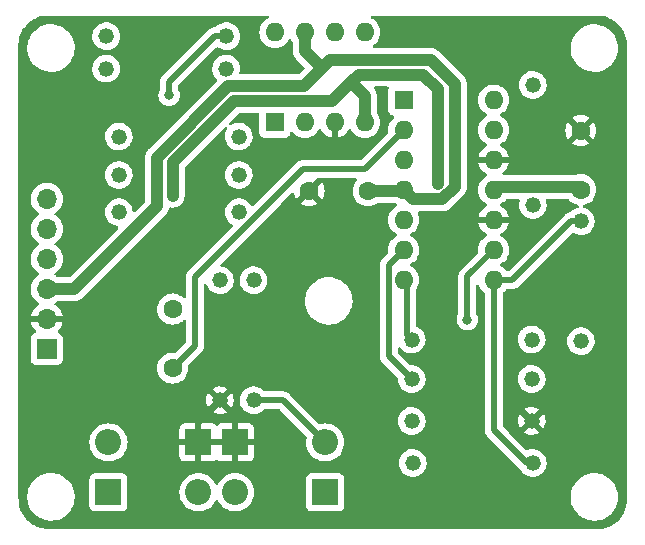
<source format=gbr>
%TF.GenerationSoftware,KiCad,Pcbnew,(6.0.0-0)*%
%TF.CreationDate,2022-01-05T21:11:28+01:00*%
%TF.ProjectId,218_trigger_mod,3231385f-7472-4696-9767-65725f6d6f64,rev?*%
%TF.SameCoordinates,Original*%
%TF.FileFunction,Copper,L2,Bot*%
%TF.FilePolarity,Positive*%
%FSLAX46Y46*%
G04 Gerber Fmt 4.6, Leading zero omitted, Abs format (unit mm)*
G04 Created by KiCad (PCBNEW (6.0.0-0)) date 2022-01-05 21:11:28*
%MOMM*%
%LPD*%
G01*
G04 APERTURE LIST*
%TA.AperFunction,ComponentPad*%
%ADD10R,1.600000X1.600000*%
%TD*%
%TA.AperFunction,ComponentPad*%
%ADD11O,1.600000X1.600000*%
%TD*%
%TA.AperFunction,ComponentPad*%
%ADD12R,1.700000X1.700000*%
%TD*%
%TA.AperFunction,ComponentPad*%
%ADD13O,1.700000X1.700000*%
%TD*%
%TA.AperFunction,ComponentPad*%
%ADD14C,1.320800*%
%TD*%
%TA.AperFunction,ComponentPad*%
%ADD15C,1.600000*%
%TD*%
%TA.AperFunction,ComponentPad*%
%ADD16R,2.200000X2.200000*%
%TD*%
%TA.AperFunction,ComponentPad*%
%ADD17O,2.200000X2.200000*%
%TD*%
%TA.AperFunction,ViaPad*%
%ADD18C,0.800000*%
%TD*%
%TA.AperFunction,Conductor*%
%ADD19C,0.500000*%
%TD*%
%TA.AperFunction,Conductor*%
%ADD20C,1.000000*%
%TD*%
G04 APERTURE END LIST*
D10*
%TO.P,U1,1*%
%TO.N,Net-(C1-Pad1)*%
X150610000Y-88655000D03*
D11*
%TO.P,U1,2,-*%
X150610000Y-91195000D03*
%TO.P,U1,3,+*%
%TO.N,/key*%
X150610000Y-93735000D03*
%TO.P,U1,4,V+*%
%TO.N,+15V*%
X150610000Y-96275000D03*
%TO.P,U1,5,+*%
%TO.N,Net-(C1-Pad2)*%
X150610000Y-98815000D03*
%TO.P,U1,6,-*%
%TO.N,Net-(R2-Pad1)*%
X150610000Y-101355000D03*
%TO.P,U1,7*%
%TO.N,Net-(R4-Pad2)*%
X150610000Y-103895000D03*
%TO.P,U1,8*%
%TO.N,Net-(R7-Pad2)*%
X158230000Y-103895000D03*
%TO.P,U1,9,-*%
%TO.N,Net-(R6-Pad2)*%
X158230000Y-101355000D03*
%TO.P,U1,10,+*%
%TO.N,GND*%
X158230000Y-98815000D03*
%TO.P,U1,11,V-*%
%TO.N,-15V*%
X158230000Y-96275000D03*
%TO.P,U1,12,+*%
%TO.N,GND*%
X158230000Y-93735000D03*
%TO.P,U1,13,-*%
%TO.N,Net-(R10-Pad2)*%
X158230000Y-91195000D03*
%TO.P,U1,14*%
%TO.N,Net-(R12-Pad1)*%
X158230000Y-88655000D03*
%TD*%
D12*
%TO.P,J1,1,Pin_1*%
%TO.N,-15V*%
X120396000Y-109728000D03*
D13*
%TO.P,J1,2,Pin_2*%
%TO.N,GND*%
X120396000Y-107188000D03*
%TO.P,J1,3,Pin_3*%
%TO.N,+15V*%
X120396000Y-104648000D03*
%TO.P,J1,4,Pin_4*%
%TO.N,/key*%
X120396000Y-102108000D03*
%TO.P,J1,5,Pin_5*%
%TO.N,/pulse*%
X120396000Y-99568000D03*
%TO.P,J1,6,Pin_6*%
%TO.N,/out*%
X120396000Y-97028000D03*
%TD*%
D14*
%TO.P,R5,1*%
%TO.N,Net-(D2-Pad2)*%
X137900000Y-114080000D03*
%TO.P,R5,2*%
%TO.N,Net-(R4-Pad2)*%
X137900000Y-103920000D03*
%TD*%
%TO.P,R2,1*%
%TO.N,Net-(R2-Pad1)*%
X151290000Y-115824000D03*
%TO.P,R2,2*%
%TO.N,GND*%
X161450000Y-115824000D03*
%TD*%
%TO.P,R8,1*%
%TO.N,Net-(R7-Pad2)*%
X161544000Y-119380000D03*
%TO.P,R8,2*%
%TO.N,Net-(D1-Pad2)*%
X151384000Y-119380000D03*
%TD*%
%TO.P,R11,1*%
%TO.N,Net-(R10-Pad2)*%
X136652000Y-95000000D03*
%TO.P,R11,2*%
%TO.N,/out*%
X126492000Y-95000000D03*
%TD*%
%TO.P,R12,1*%
%TO.N,Net-(R12-Pad1)*%
X136652000Y-91750000D03*
%TO.P,R12,2*%
%TO.N,/out*%
X126492000Y-91750000D03*
%TD*%
D15*
%TO.P,C2,1*%
%TO.N,-15V*%
X165608000Y-96250000D03*
%TO.P,C2,2*%
%TO.N,GND*%
X165608000Y-91250000D03*
%TD*%
D14*
%TO.P,R10,1*%
%TO.N,Net-(R10-Pad1)*%
X126492000Y-98160000D03*
%TO.P,R10,2*%
%TO.N,Net-(R10-Pad2)*%
X136652000Y-98160000D03*
%TD*%
%TO.P,R6,1*%
%TO.N,Net-(R4-Pad2)*%
X151290000Y-108940000D03*
%TO.P,R6,2*%
%TO.N,Net-(R6-Pad2)*%
X161450000Y-108940000D03*
%TD*%
D10*
%TO.P,U2,1,NULL*%
%TO.N,unconnected-(U2-Pad1)*%
X139700000Y-90550000D03*
D11*
%TO.P,U2,2,-*%
%TO.N,Net-(R13-Pad1)*%
X142240000Y-90550000D03*
%TO.P,U2,3,+*%
%TO.N,GND*%
X144780000Y-90550000D03*
%TO.P,U2,4,V-*%
%TO.N,-15V*%
X147320000Y-90550000D03*
%TO.P,U2,5,NULL*%
%TO.N,unconnected-(U2-Pad5)*%
X147320000Y-82930000D03*
%TO.P,U2,6*%
%TO.N,Net-(R10-Pad1)*%
X144780000Y-82930000D03*
%TO.P,U2,7,V+*%
%TO.N,+15V*%
X142240000Y-82930000D03*
%TO.P,U2,8,NC*%
%TO.N,unconnected-(U2-Pad8)*%
X139700000Y-82930000D03*
%TD*%
D14*
%TO.P,R9,1*%
%TO.N,Net-(D3-Pad2)*%
X161544000Y-97536000D03*
%TO.P,R9,2*%
%TO.N,Net-(R10-Pad2)*%
X161544000Y-87376000D03*
%TD*%
D16*
%TO.P,D1,1,K*%
%TO.N,GND*%
X133240000Y-117640000D03*
D17*
%TO.P,D1,2,A*%
%TO.N,Net-(D1-Pad2)*%
X125620000Y-117640000D03*
%TD*%
D14*
%TO.P,R13,1*%
%TO.N,Net-(R13-Pad1)*%
X125420000Y-83250000D03*
%TO.P,R13,2*%
%TO.N,Net-(R10-Pad1)*%
X135580000Y-83250000D03*
%TD*%
D16*
%TO.P,D2,1,K*%
%TO.N,GND*%
X136350000Y-117640000D03*
D17*
%TO.P,D2,2,A*%
%TO.N,Net-(D2-Pad2)*%
X143970000Y-117640000D03*
%TD*%
D15*
%TO.P,C3,1*%
%TO.N,+15V*%
X147610000Y-96350000D03*
%TO.P,C3,2*%
%TO.N,GND*%
X142610000Y-96350000D03*
%TD*%
D16*
%TO.P,D3,1,K*%
%TO.N,Net-(D1-Pad2)*%
X125620000Y-121870000D03*
D17*
%TO.P,D3,2,A*%
%TO.N,Net-(D3-Pad2)*%
X133240000Y-121870000D03*
%TD*%
D15*
%TO.P,C1,1*%
%TO.N,Net-(C1-Pad1)*%
X131050000Y-111350000D03*
%TO.P,C1,2*%
%TO.N,Net-(C1-Pad2)*%
X131050000Y-106350000D03*
%TD*%
D14*
%TO.P,R3,1*%
%TO.N,/pulse*%
X125420000Y-86000000D03*
%TO.P,R3,2*%
%TO.N,Net-(R13-Pad1)*%
X135580000Y-86000000D03*
%TD*%
D16*
%TO.P,D4,1,K*%
%TO.N,Net-(D2-Pad2)*%
X143970000Y-121870000D03*
D17*
%TO.P,D4,2,A*%
%TO.N,Net-(D3-Pad2)*%
X136350000Y-121870000D03*
%TD*%
D14*
%TO.P,R4,1*%
%TO.N,Net-(R2-Pad1)*%
X151290000Y-112268000D03*
%TO.P,R4,2*%
%TO.N,Net-(R4-Pad2)*%
X161450000Y-112268000D03*
%TD*%
%TO.P,R1,1*%
%TO.N,Net-(C1-Pad2)*%
X135050000Y-103920000D03*
%TO.P,R1,2*%
%TO.N,GND*%
X135050000Y-114080000D03*
%TD*%
%TO.P,R7,1*%
%TO.N,Net-(R6-Pad2)*%
X165608000Y-109080000D03*
%TO.P,R7,2*%
%TO.N,Net-(R7-Pad2)*%
X165608000Y-98920000D03*
%TD*%
D18*
%TO.N,-15V*%
X153500000Y-95750000D03*
X131064000Y-96750000D03*
%TO.N,Net-(R6-Pad2)*%
X156000000Y-107250000D03*
%TO.N,Net-(R10-Pad1)*%
X130750000Y-88250000D03*
%TD*%
D19*
%TO.N,Net-(C1-Pad1)*%
X132930000Y-103660348D02*
X142090348Y-94500000D01*
X142090348Y-94500000D02*
X147305000Y-94500000D01*
X132930000Y-109470000D02*
X132930000Y-103660348D01*
X131050000Y-111350000D02*
X132930000Y-109470000D01*
X147305000Y-94500000D02*
X150610000Y-91195000D01*
D20*
%TO.N,+15V*%
X152896117Y-85256459D02*
X154949510Y-87309852D01*
X151409999Y-97074999D02*
X150610000Y-96275000D01*
X142161958Y-87500000D02*
X143705979Y-85955979D01*
X143705979Y-85955979D02*
X144405499Y-85256459D01*
X144405499Y-85256459D02*
X152896117Y-85256459D01*
X154949510Y-87309852D02*
X154949510Y-95996854D01*
X129721180Y-97668820D02*
X129721180Y-93528820D01*
X153871365Y-97074999D02*
X151409999Y-97074999D01*
X147610000Y-96350000D02*
X150535000Y-96350000D01*
X129721180Y-93528820D02*
X135750000Y-87500000D01*
X120396000Y-104648000D02*
X122742000Y-104648000D01*
X154949510Y-95996854D02*
X153871365Y-97074999D01*
X122742000Y-104648000D02*
X129721180Y-97668820D01*
X135750000Y-87500000D02*
X142161958Y-87500000D01*
X142240000Y-84490000D02*
X143705979Y-85955979D01*
X142240000Y-82930000D02*
X142240000Y-84490000D01*
%TO.N,-15V*%
X136250000Y-88750000D02*
X131064000Y-93936000D01*
X165370000Y-96012000D02*
X158493000Y-96012000D01*
X146155490Y-87155490D02*
X144560980Y-88750000D01*
X152250000Y-86500000D02*
X153500000Y-87750000D01*
X147320000Y-90550000D02*
X147320000Y-88320000D01*
X146810980Y-86500000D02*
X152250000Y-86500000D01*
X131064000Y-93936000D02*
X131064000Y-96750000D01*
X165608000Y-96250000D02*
X165370000Y-96012000D01*
X144560980Y-88750000D02*
X136250000Y-88750000D01*
X147320000Y-88320000D02*
X146155490Y-87155490D01*
X146155490Y-87155490D02*
X146810980Y-86500000D01*
X153500000Y-87750000D02*
X153500000Y-95750000D01*
X158493000Y-96012000D02*
X158230000Y-96275000D01*
D19*
%TO.N,Net-(D2-Pad2)*%
X140410000Y-114080000D02*
X137900000Y-114080000D01*
X143600000Y-117270000D02*
X140410000Y-114080000D01*
%TO.N,Net-(R2-Pad1)*%
X151290000Y-112268000D02*
X149360489Y-110338489D01*
X149360489Y-110338489D02*
X149360489Y-102604511D01*
X149360489Y-102604511D02*
X150610000Y-101355000D01*
%TO.N,Net-(R4-Pad2)*%
X151290000Y-108940000D02*
X150880000Y-108530000D01*
X150880000Y-108530000D02*
X150880000Y-104165000D01*
%TO.N,Net-(R6-Pad2)*%
X158230000Y-101355000D02*
X156000000Y-103585000D01*
X156000000Y-103585000D02*
X156000000Y-107250000D01*
%TO.N,Net-(R7-Pad2)*%
X158230000Y-103895000D02*
X159815000Y-103895000D01*
X164790000Y-98920000D02*
X165608000Y-98920000D01*
X161036000Y-119380000D02*
X158230000Y-116574000D01*
X161544000Y-119380000D02*
X161036000Y-119380000D01*
X159815000Y-103895000D02*
X164790000Y-98920000D01*
X158230000Y-116574000D02*
X158230000Y-103895000D01*
%TO.N,Net-(R10-Pad1)*%
X130750000Y-87146054D02*
X134646054Y-83250000D01*
X134646054Y-83250000D02*
X135580000Y-83250000D01*
X130750000Y-88250000D02*
X130750000Y-87146054D01*
%TD*%
%TA.AperFunction,Conductor*%
%TO.N,GND*%
G36*
X139153086Y-81528002D02*
G01*
X139199579Y-81581658D01*
X139209683Y-81651932D01*
X139180189Y-81716512D01*
X139138214Y-81748195D01*
X139048242Y-81790149D01*
X139048236Y-81790153D01*
X139043251Y-81792477D01*
X139036242Y-81797385D01*
X138860211Y-81920643D01*
X138860208Y-81920645D01*
X138855700Y-81923802D01*
X138693802Y-82085700D01*
X138690645Y-82090208D01*
X138690643Y-82090211D01*
X138659483Y-82134712D01*
X138562477Y-82273251D01*
X138560154Y-82278233D01*
X138560151Y-82278238D01*
X138470506Y-82470484D01*
X138465716Y-82480757D01*
X138464294Y-82486065D01*
X138464293Y-82486067D01*
X138421843Y-82644491D01*
X138406457Y-82701913D01*
X138386502Y-82930000D01*
X138406457Y-83158087D01*
X138407881Y-83163400D01*
X138407881Y-83163402D01*
X138462538Y-83367381D01*
X138465716Y-83379243D01*
X138468039Y-83384224D01*
X138468039Y-83384225D01*
X138560151Y-83581762D01*
X138560154Y-83581767D01*
X138562477Y-83586749D01*
X138601066Y-83641859D01*
X138688856Y-83767236D01*
X138693802Y-83774300D01*
X138855700Y-83936198D01*
X138860208Y-83939355D01*
X138860211Y-83939357D01*
X138911453Y-83975237D01*
X139043251Y-84067523D01*
X139048233Y-84069846D01*
X139048238Y-84069849D01*
X139209022Y-84144823D01*
X139250757Y-84164284D01*
X139256065Y-84165706D01*
X139256067Y-84165707D01*
X139466598Y-84222119D01*
X139466600Y-84222119D01*
X139471913Y-84223543D01*
X139700000Y-84243498D01*
X139928087Y-84223543D01*
X139933400Y-84222119D01*
X139933402Y-84222119D01*
X140143933Y-84165707D01*
X140143935Y-84165706D01*
X140149243Y-84164284D01*
X140190978Y-84144823D01*
X140351762Y-84069849D01*
X140351767Y-84069846D01*
X140356749Y-84067523D01*
X140488547Y-83975237D01*
X140539789Y-83939357D01*
X140539792Y-83939355D01*
X140544300Y-83936198D01*
X140706198Y-83774300D01*
X140711145Y-83767236D01*
X140798934Y-83641859D01*
X140837523Y-83586749D01*
X140839846Y-83581767D01*
X140839849Y-83581762D01*
X140855805Y-83547543D01*
X140902722Y-83494258D01*
X140970999Y-83474797D01*
X141038959Y-83495339D01*
X141084195Y-83547543D01*
X141100151Y-83581762D01*
X141100154Y-83581767D01*
X141102477Y-83586749D01*
X141141066Y-83641859D01*
X141208713Y-83738469D01*
X141231500Y-83810740D01*
X141231500Y-84428157D01*
X141230763Y-84441764D01*
X141227524Y-84471583D01*
X141226676Y-84479388D01*
X141227213Y-84485523D01*
X141231050Y-84529388D01*
X141231379Y-84534214D01*
X141231500Y-84536686D01*
X141231500Y-84539769D01*
X141231801Y-84542837D01*
X141235690Y-84582506D01*
X141235812Y-84583819D01*
X141239685Y-84628084D01*
X141243913Y-84676413D01*
X141245400Y-84681532D01*
X141245920Y-84686833D01*
X141272791Y-84775834D01*
X141273126Y-84776967D01*
X141289595Y-84833650D01*
X141299091Y-84866336D01*
X141301544Y-84871068D01*
X141303084Y-84876169D01*
X141305978Y-84881612D01*
X141346731Y-84958260D01*
X141347343Y-84959426D01*
X141372622Y-85008193D01*
X141390108Y-85041926D01*
X141393431Y-85046089D01*
X141395934Y-85050796D01*
X141454755Y-85122918D01*
X141455446Y-85123774D01*
X141486738Y-85162973D01*
X141489242Y-85165477D01*
X141489884Y-85166195D01*
X141493585Y-85170528D01*
X141520935Y-85204062D01*
X141556267Y-85233291D01*
X141565037Y-85241273D01*
X142190649Y-85866885D01*
X142224675Y-85929197D01*
X142219610Y-86000012D01*
X142190649Y-86045075D01*
X141781129Y-86454595D01*
X141718817Y-86488621D01*
X141692034Y-86491500D01*
X136823489Y-86491500D01*
X136755368Y-86471498D01*
X136708875Y-86417842D01*
X136698771Y-86347568D01*
X136704176Y-86324998D01*
X136719615Y-86279517D01*
X136719615Y-86279515D01*
X136721473Y-86274043D01*
X136723816Y-86257888D01*
X136751766Y-86065112D01*
X136752299Y-86061438D01*
X136753908Y-86000000D01*
X136734251Y-85786072D01*
X136727369Y-85761668D01*
X136681854Y-85600287D01*
X136675938Y-85579309D01*
X136631687Y-85489576D01*
X136583475Y-85391814D01*
X136580921Y-85386635D01*
X136452384Y-85214502D01*
X136404837Y-85170550D01*
X136298870Y-85072595D01*
X136298867Y-85072593D01*
X136294630Y-85068676D01*
X136112943Y-84954040D01*
X135913408Y-84874434D01*
X135907748Y-84873308D01*
X135907744Y-84873307D01*
X135708374Y-84833650D01*
X135708371Y-84833650D01*
X135702707Y-84832523D01*
X135696932Y-84832447D01*
X135696928Y-84832447D01*
X135589255Y-84831038D01*
X135487896Y-84829711D01*
X135482199Y-84830690D01*
X135482198Y-84830690D01*
X135281867Y-84865113D01*
X135276170Y-84866092D01*
X135074620Y-84940448D01*
X134889994Y-85050288D01*
X134885654Y-85054094D01*
X134885650Y-85054097D01*
X134791767Y-85136431D01*
X134728477Y-85191935D01*
X134595478Y-85360644D01*
X134592789Y-85365755D01*
X134592787Y-85365758D01*
X134541979Y-85462328D01*
X134495450Y-85550765D01*
X134431745Y-85755931D01*
X134406494Y-85969271D01*
X134420545Y-86183640D01*
X134473426Y-86391859D01*
X134563366Y-86586954D01*
X134687353Y-86762392D01*
X134691487Y-86766419D01*
X134785369Y-86857875D01*
X134820206Y-86919736D01*
X134816069Y-86990612D01*
X134786542Y-87037224D01*
X129051801Y-92771965D01*
X129041658Y-92781067D01*
X129012155Y-92804788D01*
X129008188Y-92809516D01*
X128979889Y-92843241D01*
X128976708Y-92846889D01*
X128975065Y-92848701D01*
X128972871Y-92850895D01*
X128945538Y-92884169D01*
X128944876Y-92884967D01*
X128885026Y-92956294D01*
X128882458Y-92960964D01*
X128879077Y-92965081D01*
X128848040Y-93022965D01*
X128835203Y-93046906D01*
X128834574Y-93048065D01*
X128792718Y-93124201D01*
X128792715Y-93124209D01*
X128789747Y-93129607D01*
X128788135Y-93134689D01*
X128785618Y-93139383D01*
X128758418Y-93228351D01*
X128758098Y-93229379D01*
X128729945Y-93318126D01*
X128729351Y-93323422D01*
X128727793Y-93328518D01*
X128727170Y-93334654D01*
X128718398Y-93421007D01*
X128718269Y-93422213D01*
X128712680Y-93472047D01*
X128712680Y-93475574D01*
X128712625Y-93476559D01*
X128712178Y-93482239D01*
X128707806Y-93525282D01*
X128708386Y-93531413D01*
X128712121Y-93570929D01*
X128712680Y-93582787D01*
X128712680Y-97198895D01*
X128692678Y-97267016D01*
X128675775Y-97287990D01*
X127867491Y-98096274D01*
X127805179Y-98130300D01*
X127734364Y-98125235D01*
X127677528Y-98082688D01*
X127652925Y-98018708D01*
X127652443Y-98013455D01*
X127648205Y-97967333D01*
X127646780Y-97951828D01*
X127646780Y-97951827D01*
X127646251Y-97946072D01*
X127641115Y-97927859D01*
X127613645Y-97830461D01*
X127587938Y-97739309D01*
X127583386Y-97730077D01*
X127495475Y-97551814D01*
X127492921Y-97546635D01*
X127394512Y-97414849D01*
X127367837Y-97379126D01*
X127367836Y-97379125D01*
X127364384Y-97374502D01*
X127360148Y-97370586D01*
X127210870Y-97232595D01*
X127210867Y-97232593D01*
X127206630Y-97228676D01*
X127024943Y-97114040D01*
X126825408Y-97034434D01*
X126819748Y-97033308D01*
X126819744Y-97033307D01*
X126620374Y-96993650D01*
X126620371Y-96993650D01*
X126614707Y-96992523D01*
X126608932Y-96992447D01*
X126608928Y-96992447D01*
X126501255Y-96991038D01*
X126399896Y-96989711D01*
X126394199Y-96990690D01*
X126394198Y-96990690D01*
X126196585Y-97024646D01*
X126188170Y-97026092D01*
X125986620Y-97100448D01*
X125801994Y-97210288D01*
X125797654Y-97214094D01*
X125797650Y-97214097D01*
X125644818Y-97348128D01*
X125640477Y-97351935D01*
X125636902Y-97356470D01*
X125636901Y-97356471D01*
X125634626Y-97359357D01*
X125507478Y-97520644D01*
X125504789Y-97525755D01*
X125504787Y-97525758D01*
X125464683Y-97601983D01*
X125407450Y-97710765D01*
X125343745Y-97915931D01*
X125318494Y-98129271D01*
X125332545Y-98343640D01*
X125385426Y-98551859D01*
X125475366Y-98746954D01*
X125599353Y-98922392D01*
X125753236Y-99072298D01*
X125758032Y-99075503D01*
X125758035Y-99075505D01*
X125927055Y-99188440D01*
X125927060Y-99188443D01*
X125931860Y-99191650D01*
X125937169Y-99193931D01*
X125937171Y-99193932D01*
X126123932Y-99274172D01*
X126123936Y-99274173D01*
X126129242Y-99276453D01*
X126134874Y-99277727D01*
X126134876Y-99277728D01*
X126333137Y-99322590D01*
X126333142Y-99322591D01*
X126338774Y-99323865D01*
X126344545Y-99324092D01*
X126350275Y-99324846D01*
X126349982Y-99327072D01*
X126407970Y-99346607D01*
X126452316Y-99402050D01*
X126459648Y-99472667D01*
X126424827Y-99538938D01*
X122361171Y-103602595D01*
X122298859Y-103636621D01*
X122272076Y-103639500D01*
X121354799Y-103639500D01*
X121286678Y-103619498D01*
X121276707Y-103612382D01*
X121154414Y-103515800D01*
X121154410Y-103515798D01*
X121150359Y-103512598D01*
X121109053Y-103489796D01*
X121059084Y-103439364D01*
X121044312Y-103369921D01*
X121069428Y-103303516D01*
X121096780Y-103276909D01*
X121143985Y-103243238D01*
X121275860Y-103149173D01*
X121288578Y-103136500D01*
X121403329Y-103022149D01*
X121434096Y-102991489D01*
X121446594Y-102974097D01*
X121561435Y-102814277D01*
X121564453Y-102810077D01*
X121589717Y-102758960D01*
X121661136Y-102614453D01*
X121661137Y-102614451D01*
X121663430Y-102609811D01*
X121728370Y-102396069D01*
X121757529Y-102174590D01*
X121758737Y-102125166D01*
X121759074Y-102111365D01*
X121759074Y-102111361D01*
X121759156Y-102108000D01*
X121740852Y-101885361D01*
X121686431Y-101668702D01*
X121597354Y-101463840D01*
X121476014Y-101276277D01*
X121325670Y-101111051D01*
X121321619Y-101107852D01*
X121321615Y-101107848D01*
X121154414Y-100975800D01*
X121154410Y-100975798D01*
X121150359Y-100972598D01*
X121109053Y-100949796D01*
X121059084Y-100899364D01*
X121044312Y-100829921D01*
X121069428Y-100763516D01*
X121096780Y-100736909D01*
X121143985Y-100703238D01*
X121275860Y-100609173D01*
X121434096Y-100451489D01*
X121493594Y-100368689D01*
X121561435Y-100274277D01*
X121564453Y-100270077D01*
X121590450Y-100217477D01*
X121661136Y-100074453D01*
X121661137Y-100074451D01*
X121663430Y-100069811D01*
X121728370Y-99856069D01*
X121757529Y-99634590D01*
X121757611Y-99631240D01*
X121759074Y-99571365D01*
X121759074Y-99571361D01*
X121759156Y-99568000D01*
X121740852Y-99345361D01*
X121686431Y-99128702D01*
X121597354Y-98923840D01*
X121485972Y-98751670D01*
X121478822Y-98740617D01*
X121478820Y-98740614D01*
X121476014Y-98736277D01*
X121325670Y-98571051D01*
X121321619Y-98567852D01*
X121321615Y-98567848D01*
X121154414Y-98435800D01*
X121154410Y-98435798D01*
X121150359Y-98432598D01*
X121109053Y-98409796D01*
X121059084Y-98359364D01*
X121044312Y-98289921D01*
X121069428Y-98223516D01*
X121096780Y-98196909D01*
X121148524Y-98160000D01*
X121275860Y-98069173D01*
X121281439Y-98063614D01*
X121377118Y-97968268D01*
X121434096Y-97911489D01*
X121462544Y-97871900D01*
X121561435Y-97734277D01*
X121564453Y-97730077D01*
X121569612Y-97719640D01*
X121661136Y-97534453D01*
X121661137Y-97534451D01*
X121663430Y-97529811D01*
X121715218Y-97359357D01*
X121726865Y-97321023D01*
X121726865Y-97321021D01*
X121728370Y-97316069D01*
X121757529Y-97094590D01*
X121757720Y-97086765D01*
X121759074Y-97031365D01*
X121759074Y-97031361D01*
X121759156Y-97028000D01*
X121740852Y-96805361D01*
X121686431Y-96588702D01*
X121597354Y-96383840D01*
X121507227Y-96244525D01*
X121478822Y-96200617D01*
X121478820Y-96200614D01*
X121476014Y-96196277D01*
X121325670Y-96031051D01*
X121321619Y-96027852D01*
X121321615Y-96027848D01*
X121154414Y-95895800D01*
X121154410Y-95895798D01*
X121150359Y-95892598D01*
X120954789Y-95784638D01*
X120949920Y-95782914D01*
X120949916Y-95782912D01*
X120749087Y-95711795D01*
X120749083Y-95711794D01*
X120744212Y-95710069D01*
X120739119Y-95709162D01*
X120739116Y-95709161D01*
X120529373Y-95671800D01*
X120529367Y-95671799D01*
X120524284Y-95670894D01*
X120450452Y-95669992D01*
X120306081Y-95668228D01*
X120306079Y-95668228D01*
X120300911Y-95668165D01*
X120080091Y-95701955D01*
X119867756Y-95771357D01*
X119669607Y-95874507D01*
X119665474Y-95877610D01*
X119665471Y-95877612D01*
X119495100Y-96005530D01*
X119490965Y-96008635D01*
X119472605Y-96027848D01*
X119342624Y-96163865D01*
X119336629Y-96170138D01*
X119333715Y-96174410D01*
X119333714Y-96174411D01*
X119307106Y-96213417D01*
X119210743Y-96354680D01*
X119116688Y-96557305D01*
X119056989Y-96772570D01*
X119033251Y-96994695D01*
X119033548Y-96999848D01*
X119033548Y-96999851D01*
X119040660Y-97123197D01*
X119046110Y-97217715D01*
X119047247Y-97222761D01*
X119047248Y-97222767D01*
X119070796Y-97327253D01*
X119095222Y-97435639D01*
X119154637Y-97581961D01*
X119176316Y-97635350D01*
X119179266Y-97642616D01*
X119202830Y-97681069D01*
X119288822Y-97821395D01*
X119295987Y-97833088D01*
X119442250Y-98001938D01*
X119614126Y-98144632D01*
X119656780Y-98169557D01*
X119687445Y-98187476D01*
X119736169Y-98239114D01*
X119749240Y-98308897D01*
X119722509Y-98374669D01*
X119682055Y-98408027D01*
X119669607Y-98414507D01*
X119665474Y-98417610D01*
X119665471Y-98417612D01*
X119497800Y-98543503D01*
X119490965Y-98548635D01*
X119482870Y-98557106D01*
X119340515Y-98706072D01*
X119336629Y-98710138D01*
X119210743Y-98894680D01*
X119195003Y-98928590D01*
X119129827Y-99069000D01*
X119116688Y-99097305D01*
X119056989Y-99312570D01*
X119033251Y-99534695D01*
X119033548Y-99539848D01*
X119033548Y-99539851D01*
X119040642Y-99662875D01*
X119046110Y-99757715D01*
X119047247Y-99762761D01*
X119047248Y-99762767D01*
X119067119Y-99850939D01*
X119095222Y-99975639D01*
X119179266Y-100182616D01*
X119230019Y-100265438D01*
X119283493Y-100352699D01*
X119295987Y-100373088D01*
X119442250Y-100541938D01*
X119614126Y-100684632D01*
X119684595Y-100725811D01*
X119687445Y-100727476D01*
X119736169Y-100779114D01*
X119749240Y-100848897D01*
X119722509Y-100914669D01*
X119682055Y-100948027D01*
X119669607Y-100954507D01*
X119665474Y-100957610D01*
X119665471Y-100957612D01*
X119641247Y-100975800D01*
X119490965Y-101088635D01*
X119336629Y-101250138D01*
X119210743Y-101434680D01*
X119195003Y-101468590D01*
X119125654Y-101617990D01*
X119116688Y-101637305D01*
X119056989Y-101852570D01*
X119033251Y-102074695D01*
X119033548Y-102079848D01*
X119033548Y-102079851D01*
X119044701Y-102273286D01*
X119046110Y-102297715D01*
X119047247Y-102302761D01*
X119047248Y-102302767D01*
X119062541Y-102370624D01*
X119095222Y-102515639D01*
X119179266Y-102722616D01*
X119217564Y-102785113D01*
X119283493Y-102892699D01*
X119295987Y-102913088D01*
X119442250Y-103081938D01*
X119614126Y-103224632D01*
X119673050Y-103259064D01*
X119687445Y-103267476D01*
X119736169Y-103319114D01*
X119749240Y-103388897D01*
X119722509Y-103454669D01*
X119682055Y-103488027D01*
X119669607Y-103494507D01*
X119665474Y-103497610D01*
X119665471Y-103497612D01*
X119529396Y-103599780D01*
X119490965Y-103628635D01*
X119336629Y-103790138D01*
X119333715Y-103794410D01*
X119333714Y-103794411D01*
X119269005Y-103889271D01*
X119210743Y-103974680D01*
X119208564Y-103979375D01*
X119143728Y-104119053D01*
X119116688Y-104177305D01*
X119056989Y-104392570D01*
X119033251Y-104614695D01*
X119033548Y-104619848D01*
X119033548Y-104619851D01*
X119040660Y-104743197D01*
X119046110Y-104837715D01*
X119047247Y-104842761D01*
X119047248Y-104842767D01*
X119061128Y-104904355D01*
X119095222Y-105055639D01*
X119179266Y-105262616D01*
X119212477Y-105316812D01*
X119282713Y-105431426D01*
X119295987Y-105453088D01*
X119442250Y-105621938D01*
X119614126Y-105764632D01*
X119687955Y-105807774D01*
X119736679Y-105859412D01*
X119749750Y-105929195D01*
X119723019Y-105994967D01*
X119682562Y-106028327D01*
X119674457Y-106032546D01*
X119665738Y-106038036D01*
X119495433Y-106165905D01*
X119487726Y-106172748D01*
X119340590Y-106326717D01*
X119334104Y-106334727D01*
X119214098Y-106510649D01*
X119209000Y-106519623D01*
X119119338Y-106712783D01*
X119115775Y-106722470D01*
X119060389Y-106922183D01*
X119061912Y-106930607D01*
X119074292Y-106934000D01*
X121714344Y-106934000D01*
X121727875Y-106930027D01*
X121729180Y-106920947D01*
X121687214Y-106753875D01*
X121683894Y-106744124D01*
X121598972Y-106548814D01*
X121594105Y-106539739D01*
X121478426Y-106360926D01*
X121472136Y-106352757D01*
X121328806Y-106195240D01*
X121321273Y-106188215D01*
X121154139Y-106056222D01*
X121145556Y-106050520D01*
X121108602Y-106030120D01*
X121058631Y-105979687D01*
X121043859Y-105910245D01*
X121068975Y-105843839D01*
X121096327Y-105817232D01*
X121263151Y-105698238D01*
X121275860Y-105689173D01*
X121278886Y-105686157D01*
X121343588Y-105657570D01*
X121359976Y-105656500D01*
X122680157Y-105656500D01*
X122693764Y-105657237D01*
X122725262Y-105660659D01*
X122725267Y-105660659D01*
X122731388Y-105661324D01*
X122757638Y-105659027D01*
X122781388Y-105656950D01*
X122786214Y-105656621D01*
X122788686Y-105656500D01*
X122791769Y-105656500D01*
X122803738Y-105655326D01*
X122834506Y-105652310D01*
X122835819Y-105652188D01*
X122880084Y-105648315D01*
X122928413Y-105644087D01*
X122933532Y-105642600D01*
X122938833Y-105642080D01*
X123027834Y-105615209D01*
X123028967Y-105614874D01*
X123112414Y-105590630D01*
X123112418Y-105590628D01*
X123118336Y-105588909D01*
X123123068Y-105586456D01*
X123128169Y-105584916D01*
X123133612Y-105582022D01*
X123210260Y-105541269D01*
X123211426Y-105540657D01*
X123288453Y-105500729D01*
X123293926Y-105497892D01*
X123298089Y-105494569D01*
X123302796Y-105492066D01*
X123374918Y-105433245D01*
X123375774Y-105432554D01*
X123414973Y-105401262D01*
X123417477Y-105398758D01*
X123418195Y-105398116D01*
X123422528Y-105394415D01*
X123456062Y-105367065D01*
X123485288Y-105331737D01*
X123493277Y-105322958D01*
X130390559Y-98425675D01*
X130400702Y-98416573D01*
X130425398Y-98396717D01*
X130430205Y-98392852D01*
X130462500Y-98354364D01*
X130465657Y-98350746D01*
X130467301Y-98348933D01*
X130469489Y-98346745D01*
X130487534Y-98324777D01*
X130496748Y-98313561D01*
X130497589Y-98312548D01*
X130553375Y-98246065D01*
X130553378Y-98246060D01*
X130557334Y-98241346D01*
X130559902Y-98236676D01*
X130563283Y-98232559D01*
X130600532Y-98163090D01*
X130607157Y-98150734D01*
X130607786Y-98149575D01*
X130649642Y-98073439D01*
X130649645Y-98073431D01*
X130652613Y-98068033D01*
X130654225Y-98062951D01*
X130656742Y-98058257D01*
X130683942Y-97969289D01*
X130684288Y-97968178D01*
X130684557Y-97967333D01*
X130712415Y-97879514D01*
X130713009Y-97874218D01*
X130714567Y-97869122D01*
X130716092Y-97854109D01*
X130742874Y-97788358D01*
X130800952Y-97747524D01*
X130860111Y-97743831D01*
X130860232Y-97742682D01*
X131050796Y-97762711D01*
X131050798Y-97762711D01*
X131056925Y-97763355D01*
X131139424Y-97755847D01*
X131247749Y-97745989D01*
X131247752Y-97745988D01*
X131253888Y-97745430D01*
X131259794Y-97743692D01*
X131259798Y-97743691D01*
X131398663Y-97702821D01*
X131443619Y-97689590D01*
X131449077Y-97686737D01*
X131449081Y-97686735D01*
X131585450Y-97615442D01*
X131618890Y-97597960D01*
X131773025Y-97474032D01*
X131900154Y-97322526D01*
X131903121Y-97317128D01*
X131903125Y-97317123D01*
X131992467Y-97154608D01*
X131995433Y-97149213D01*
X132007270Y-97111900D01*
X132053373Y-96966564D01*
X132053373Y-96966563D01*
X132055235Y-96960694D01*
X132072500Y-96806773D01*
X132072500Y-94969271D01*
X135478494Y-94969271D01*
X135492545Y-95183640D01*
X135545426Y-95391859D01*
X135635366Y-95586954D01*
X135759353Y-95762392D01*
X135913236Y-95912298D01*
X135918032Y-95915503D01*
X135918035Y-95915505D01*
X136087055Y-96028440D01*
X136087060Y-96028443D01*
X136091860Y-96031650D01*
X136097169Y-96033931D01*
X136097171Y-96033932D01*
X136283932Y-96114172D01*
X136283936Y-96114173D01*
X136289242Y-96116453D01*
X136294874Y-96117727D01*
X136294876Y-96117728D01*
X136493137Y-96162590D01*
X136493142Y-96162591D01*
X136498774Y-96163865D01*
X136504545Y-96164092D01*
X136504547Y-96164092D01*
X136570614Y-96166688D01*
X136713438Y-96172299D01*
X136838168Y-96154214D01*
X136920321Y-96142303D01*
X136920325Y-96142302D01*
X136926043Y-96141473D01*
X136931515Y-96139615D01*
X136931517Y-96139615D01*
X137124007Y-96074273D01*
X137124009Y-96074272D01*
X137129471Y-96072418D01*
X137316909Y-95967448D01*
X137379364Y-95915505D01*
X137477640Y-95833769D01*
X137482078Y-95830078D01*
X137591520Y-95698489D01*
X137615757Y-95669347D01*
X137619448Y-95664909D01*
X137724418Y-95477471D01*
X137727969Y-95467012D01*
X137791615Y-95279517D01*
X137791615Y-95279515D01*
X137793473Y-95274043D01*
X137795310Y-95261379D01*
X137817348Y-95109378D01*
X137824299Y-95061438D01*
X137825908Y-95000000D01*
X137806251Y-94786072D01*
X137799369Y-94761668D01*
X137749507Y-94584874D01*
X137747938Y-94579309D01*
X137652921Y-94386635D01*
X137524384Y-94214502D01*
X137499971Y-94191935D01*
X137370870Y-94072595D01*
X137370867Y-94072593D01*
X137366630Y-94068676D01*
X137184943Y-93954040D01*
X136985408Y-93874434D01*
X136979748Y-93873308D01*
X136979744Y-93873307D01*
X136780374Y-93833650D01*
X136780371Y-93833650D01*
X136774707Y-93832523D01*
X136768932Y-93832447D01*
X136768928Y-93832447D01*
X136661255Y-93831038D01*
X136559896Y-93829711D01*
X136554199Y-93830690D01*
X136554198Y-93830690D01*
X136543973Y-93832447D01*
X136348170Y-93866092D01*
X136146620Y-93940448D01*
X135961994Y-94050288D01*
X135957654Y-94054094D01*
X135957650Y-94054097D01*
X135815499Y-94178761D01*
X135800477Y-94191935D01*
X135667478Y-94360644D01*
X135664789Y-94365755D01*
X135664787Y-94365758D01*
X135648741Y-94396257D01*
X135567450Y-94550765D01*
X135503745Y-94755931D01*
X135478494Y-94969271D01*
X132072500Y-94969271D01*
X132072500Y-94405925D01*
X132092502Y-94337804D01*
X132109405Y-94316830D01*
X135473397Y-90952838D01*
X135535709Y-90918812D01*
X135606524Y-90923877D01*
X135663360Y-90966424D01*
X135688171Y-91032944D01*
X135673080Y-91102318D01*
X135670088Y-91107334D01*
X135667478Y-91110644D01*
X135567450Y-91300765D01*
X135503745Y-91505931D01*
X135478494Y-91719271D01*
X135492545Y-91933640D01*
X135545426Y-92141859D01*
X135635366Y-92336954D01*
X135759353Y-92512392D01*
X135913236Y-92662298D01*
X135918032Y-92665503D01*
X135918035Y-92665505D01*
X136087055Y-92778440D01*
X136087060Y-92778443D01*
X136091860Y-92781650D01*
X136097169Y-92783931D01*
X136097171Y-92783932D01*
X136283932Y-92864172D01*
X136283936Y-92864173D01*
X136289242Y-92866453D01*
X136294874Y-92867727D01*
X136294876Y-92867728D01*
X136493137Y-92912590D01*
X136493142Y-92912591D01*
X136498774Y-92913865D01*
X136504545Y-92914092D01*
X136504547Y-92914092D01*
X136570614Y-92916688D01*
X136713438Y-92922299D01*
X136838168Y-92904214D01*
X136920321Y-92892303D01*
X136920325Y-92892302D01*
X136926043Y-92891473D01*
X136931515Y-92889615D01*
X136931517Y-92889615D01*
X137124007Y-92824273D01*
X137124009Y-92824272D01*
X137129471Y-92822418D01*
X137316909Y-92717448D01*
X137379364Y-92665505D01*
X137477640Y-92583769D01*
X137482078Y-92580078D01*
X137578389Y-92464277D01*
X137615757Y-92419347D01*
X137619448Y-92414909D01*
X137724418Y-92227471D01*
X137734660Y-92197301D01*
X137791615Y-92029517D01*
X137791615Y-92029515D01*
X137793473Y-92024043D01*
X137801103Y-91971424D01*
X137817529Y-91858131D01*
X137824299Y-91811438D01*
X137825908Y-91750000D01*
X137806251Y-91536072D01*
X137799369Y-91511668D01*
X137780532Y-91444879D01*
X137747938Y-91329309D01*
X137713552Y-91259580D01*
X137655475Y-91141814D01*
X137652921Y-91136635D01*
X137546361Y-90993933D01*
X137527837Y-90969126D01*
X137527836Y-90969125D01*
X137524384Y-90964502D01*
X137474957Y-90918812D01*
X137370870Y-90822595D01*
X137370867Y-90822593D01*
X137366630Y-90818676D01*
X137184943Y-90704040D01*
X136985408Y-90624434D01*
X136979748Y-90623308D01*
X136979744Y-90623307D01*
X136780374Y-90583650D01*
X136780371Y-90583650D01*
X136774707Y-90582523D01*
X136768932Y-90582447D01*
X136768928Y-90582447D01*
X136661255Y-90581038D01*
X136559896Y-90579711D01*
X136554199Y-90580690D01*
X136554198Y-90580690D01*
X136353867Y-90615113D01*
X136348170Y-90616092D01*
X136146620Y-90690448D01*
X136141658Y-90693400D01*
X135998657Y-90778476D01*
X135929886Y-90796116D01*
X135862496Y-90773775D01*
X135817882Y-90718547D01*
X135810210Y-90647966D01*
X135845139Y-90581096D01*
X136630830Y-89795405D01*
X136693142Y-89761379D01*
X136719925Y-89758500D01*
X138265500Y-89758500D01*
X138333621Y-89778502D01*
X138380114Y-89832158D01*
X138391500Y-89884500D01*
X138391500Y-91398134D01*
X138398255Y-91460316D01*
X138449385Y-91596705D01*
X138536739Y-91713261D01*
X138653295Y-91800615D01*
X138789684Y-91851745D01*
X138851866Y-91858500D01*
X140548134Y-91858500D01*
X140610316Y-91851745D01*
X140746705Y-91800615D01*
X140863261Y-91713261D01*
X140950615Y-91596705D01*
X141001745Y-91460316D01*
X141002917Y-91449526D01*
X141003803Y-91447394D01*
X141004425Y-91444778D01*
X141004848Y-91444879D01*
X141030155Y-91383965D01*
X141088517Y-91343537D01*
X141159471Y-91341078D01*
X141220490Y-91377371D01*
X141227489Y-91386031D01*
X141230643Y-91389789D01*
X141233802Y-91394300D01*
X141395700Y-91556198D01*
X141400208Y-91559355D01*
X141400211Y-91559357D01*
X141441542Y-91588297D01*
X141583251Y-91687523D01*
X141588233Y-91689846D01*
X141588238Y-91689849D01*
X141784765Y-91781490D01*
X141790757Y-91784284D01*
X141796065Y-91785706D01*
X141796067Y-91785707D01*
X142006598Y-91842119D01*
X142006600Y-91842119D01*
X142011913Y-91843543D01*
X142240000Y-91863498D01*
X142468087Y-91843543D01*
X142473400Y-91842119D01*
X142473402Y-91842119D01*
X142683933Y-91785707D01*
X142683935Y-91785706D01*
X142689243Y-91784284D01*
X142695235Y-91781490D01*
X142891762Y-91689849D01*
X142891767Y-91689846D01*
X142896749Y-91687523D01*
X143038458Y-91588297D01*
X143079789Y-91559357D01*
X143079792Y-91559355D01*
X143084300Y-91556198D01*
X143246198Y-91394300D01*
X143377523Y-91206749D01*
X143379846Y-91201767D01*
X143379849Y-91201762D01*
X143396081Y-91166951D01*
X143442998Y-91113666D01*
X143511275Y-91094205D01*
X143579235Y-91114747D01*
X143624471Y-91166951D01*
X143640586Y-91201511D01*
X143646069Y-91211007D01*
X143771028Y-91389467D01*
X143778084Y-91397875D01*
X143932125Y-91551916D01*
X143940533Y-91558972D01*
X144118993Y-91683931D01*
X144128489Y-91689414D01*
X144325947Y-91781490D01*
X144336239Y-91785236D01*
X144508503Y-91831394D01*
X144522599Y-91831058D01*
X144526000Y-91823116D01*
X144526000Y-90422000D01*
X144546002Y-90353879D01*
X144599658Y-90307386D01*
X144652000Y-90296000D01*
X144908000Y-90296000D01*
X144976121Y-90316002D01*
X145022614Y-90369658D01*
X145034000Y-90422000D01*
X145034000Y-91817967D01*
X145037973Y-91831498D01*
X145046522Y-91832727D01*
X145223761Y-91785236D01*
X145234053Y-91781490D01*
X145431511Y-91689414D01*
X145441007Y-91683931D01*
X145619467Y-91558972D01*
X145627875Y-91551916D01*
X145781916Y-91397875D01*
X145788972Y-91389467D01*
X145913931Y-91211007D01*
X145919414Y-91201511D01*
X145935529Y-91166951D01*
X145982446Y-91113666D01*
X146050723Y-91094205D01*
X146118683Y-91114747D01*
X146163919Y-91166951D01*
X146180151Y-91201762D01*
X146180154Y-91201767D01*
X146182477Y-91206749D01*
X146313802Y-91394300D01*
X146475700Y-91556198D01*
X146480208Y-91559355D01*
X146480211Y-91559357D01*
X146521542Y-91588297D01*
X146663251Y-91687523D01*
X146668233Y-91689846D01*
X146668238Y-91689849D01*
X146864765Y-91781490D01*
X146870757Y-91784284D01*
X146876065Y-91785706D01*
X146876067Y-91785707D01*
X147086598Y-91842119D01*
X147086600Y-91842119D01*
X147091913Y-91843543D01*
X147320000Y-91863498D01*
X147548087Y-91843543D01*
X147553400Y-91842119D01*
X147553402Y-91842119D01*
X147763933Y-91785707D01*
X147763935Y-91785706D01*
X147769243Y-91784284D01*
X147775235Y-91781490D01*
X147971762Y-91689849D01*
X147971767Y-91689846D01*
X147976749Y-91687523D01*
X148118458Y-91588297D01*
X148159789Y-91559357D01*
X148159792Y-91559355D01*
X148164300Y-91556198D01*
X148326198Y-91394300D01*
X148457523Y-91206749D01*
X148459846Y-91201767D01*
X148459849Y-91201762D01*
X148551961Y-91004225D01*
X148551961Y-91004224D01*
X148554284Y-90999243D01*
X148561479Y-90972393D01*
X148612119Y-90783402D01*
X148612119Y-90783400D01*
X148613543Y-90778087D01*
X148633498Y-90550000D01*
X148613543Y-90321913D01*
X148611959Y-90316002D01*
X148555707Y-90106067D01*
X148555706Y-90106065D01*
X148554284Y-90100757D01*
X148551500Y-90094787D01*
X148459849Y-89898238D01*
X148459846Y-89898233D01*
X148457523Y-89893251D01*
X148351287Y-89741531D01*
X148328500Y-89669260D01*
X148328500Y-88381843D01*
X148329237Y-88368236D01*
X148332659Y-88336738D01*
X148332659Y-88336733D01*
X148333324Y-88330612D01*
X148328950Y-88280612D01*
X148328621Y-88275786D01*
X148328500Y-88273314D01*
X148328500Y-88270231D01*
X148325873Y-88243435D01*
X148324310Y-88227494D01*
X148324188Y-88226181D01*
X148319074Y-88167734D01*
X148316087Y-88133587D01*
X148314600Y-88128468D01*
X148314080Y-88123167D01*
X148287209Y-88034166D01*
X148286874Y-88033033D01*
X148262630Y-87949586D01*
X148262628Y-87949582D01*
X148260909Y-87943664D01*
X148258456Y-87938932D01*
X148256916Y-87933831D01*
X148213269Y-87851740D01*
X148212657Y-87850574D01*
X148172729Y-87773547D01*
X148169892Y-87768074D01*
X148166569Y-87763911D01*
X148164066Y-87759204D01*
X148127309Y-87714135D01*
X148099755Y-87648705D01*
X148111950Y-87578763D01*
X148160022Y-87526518D01*
X148224952Y-87508500D01*
X149214998Y-87508500D01*
X149283119Y-87528502D01*
X149329612Y-87582158D01*
X149339716Y-87652432D01*
X149332980Y-87678729D01*
X149311029Y-87737282D01*
X149311027Y-87737288D01*
X149308255Y-87744684D01*
X149301500Y-87806866D01*
X149301500Y-89503134D01*
X149308255Y-89565316D01*
X149359385Y-89701705D01*
X149446739Y-89818261D01*
X149563295Y-89905615D01*
X149699684Y-89956745D01*
X149710474Y-89957917D01*
X149712606Y-89958803D01*
X149715222Y-89959425D01*
X149715121Y-89959848D01*
X149776035Y-89985155D01*
X149816463Y-90043517D01*
X149818922Y-90114471D01*
X149782629Y-90175490D01*
X149773969Y-90182489D01*
X149770207Y-90185646D01*
X149765700Y-90188802D01*
X149603802Y-90350700D01*
X149472477Y-90538251D01*
X149470154Y-90543233D01*
X149470151Y-90543238D01*
X149401507Y-90690448D01*
X149375716Y-90745757D01*
X149374294Y-90751065D01*
X149374293Y-90751067D01*
X149324170Y-90938128D01*
X149316457Y-90966913D01*
X149296502Y-91195000D01*
X149296981Y-91200475D01*
X149310755Y-91357913D01*
X149296766Y-91427518D01*
X149274329Y-91457990D01*
X147027724Y-93704595D01*
X146965412Y-93738621D01*
X146938629Y-93741500D01*
X142157411Y-93741500D01*
X142138462Y-93740067D01*
X142138255Y-93740036D01*
X142116999Y-93736802D01*
X142109707Y-93737395D01*
X142109704Y-93737395D01*
X142064339Y-93741085D01*
X142054125Y-93741500D01*
X142046055Y-93741500D01*
X142042435Y-93741922D01*
X142042417Y-93741923D01*
X142017809Y-93744792D01*
X142013448Y-93745224D01*
X141988329Y-93747267D01*
X141948009Y-93750546D01*
X141948006Y-93750547D01*
X141940711Y-93751140D01*
X141933747Y-93753396D01*
X141927788Y-93754587D01*
X141921933Y-93755971D01*
X141914667Y-93756818D01*
X141846021Y-93781735D01*
X141841893Y-93783152D01*
X141779412Y-93803393D01*
X141779410Y-93803394D01*
X141772449Y-93805649D01*
X141766194Y-93809445D01*
X141760720Y-93811951D01*
X141755290Y-93814670D01*
X141748411Y-93817167D01*
X141687364Y-93857191D01*
X141683675Y-93859518D01*
X141669545Y-93868093D01*
X141626041Y-93894491D01*
X141626036Y-93894495D01*
X141621240Y-93897405D01*
X141612864Y-93904803D01*
X141612841Y-93904777D01*
X141609851Y-93907426D01*
X141606612Y-93910134D01*
X141600496Y-93914144D01*
X141595469Y-93919451D01*
X141595465Y-93919454D01*
X141547220Y-93970383D01*
X141544842Y-93972825D01*
X137882317Y-97635350D01*
X137820005Y-97669376D01*
X137749190Y-97664311D01*
X137692354Y-97621764D01*
X137680216Y-97601983D01*
X137655477Y-97551818D01*
X137655475Y-97551814D01*
X137652921Y-97546635D01*
X137554512Y-97414849D01*
X137527837Y-97379126D01*
X137527836Y-97379125D01*
X137524384Y-97374502D01*
X137520148Y-97370586D01*
X137370870Y-97232595D01*
X137370867Y-97232593D01*
X137366630Y-97228676D01*
X137184943Y-97114040D01*
X136985408Y-97034434D01*
X136979748Y-97033308D01*
X136979744Y-97033307D01*
X136780374Y-96993650D01*
X136780371Y-96993650D01*
X136774707Y-96992523D01*
X136768932Y-96992447D01*
X136768928Y-96992447D01*
X136661255Y-96991038D01*
X136559896Y-96989711D01*
X136554199Y-96990690D01*
X136554198Y-96990690D01*
X136356585Y-97024646D01*
X136348170Y-97026092D01*
X136146620Y-97100448D01*
X135961994Y-97210288D01*
X135957654Y-97214094D01*
X135957650Y-97214097D01*
X135804818Y-97348128D01*
X135800477Y-97351935D01*
X135796902Y-97356470D01*
X135796901Y-97356471D01*
X135794626Y-97359357D01*
X135667478Y-97520644D01*
X135664789Y-97525755D01*
X135664787Y-97525758D01*
X135624683Y-97601983D01*
X135567450Y-97710765D01*
X135503745Y-97915931D01*
X135478494Y-98129271D01*
X135492545Y-98343640D01*
X135545426Y-98551859D01*
X135635366Y-98746954D01*
X135759353Y-98922392D01*
X135913236Y-99072298D01*
X135918032Y-99075503D01*
X135918035Y-99075505D01*
X135990545Y-99123954D01*
X136091860Y-99191650D01*
X136096014Y-99193435D01*
X136146046Y-99243233D01*
X136161300Y-99312572D01*
X136136645Y-99379150D01*
X136124695Y-99392972D01*
X132441089Y-103076578D01*
X132426677Y-103088964D01*
X132415082Y-103097497D01*
X132415077Y-103097502D01*
X132409182Y-103101840D01*
X132404443Y-103107418D01*
X132404440Y-103107421D01*
X132374965Y-103142116D01*
X132368035Y-103149632D01*
X132362340Y-103155327D01*
X132360060Y-103158209D01*
X132344719Y-103177599D01*
X132341928Y-103181003D01*
X132302645Y-103227242D01*
X132294667Y-103236633D01*
X132291339Y-103243149D01*
X132287972Y-103248198D01*
X132284805Y-103253327D01*
X132280266Y-103259064D01*
X132249345Y-103325223D01*
X132247442Y-103329117D01*
X132214231Y-103394156D01*
X132212492Y-103401264D01*
X132210393Y-103406907D01*
X132208476Y-103412670D01*
X132205378Y-103419298D01*
X132203888Y-103426460D01*
X132203888Y-103426461D01*
X132190514Y-103490760D01*
X132189544Y-103495044D01*
X132172192Y-103565958D01*
X132171500Y-103577112D01*
X132171464Y-103577110D01*
X132171225Y-103581103D01*
X132170851Y-103585295D01*
X132169360Y-103592463D01*
X132169558Y-103599780D01*
X132171454Y-103669869D01*
X132171500Y-103673276D01*
X132171500Y-105316812D01*
X132151498Y-105384933D01*
X132097842Y-105431426D01*
X132027568Y-105441530D01*
X131962988Y-105412036D01*
X131956405Y-105405907D01*
X131894300Y-105343802D01*
X131889792Y-105340645D01*
X131889789Y-105340643D01*
X131784644Y-105267020D01*
X131706749Y-105212477D01*
X131701767Y-105210154D01*
X131701762Y-105210151D01*
X131504225Y-105118039D01*
X131504224Y-105118039D01*
X131499243Y-105115716D01*
X131493935Y-105114294D01*
X131493933Y-105114293D01*
X131283402Y-105057881D01*
X131283400Y-105057881D01*
X131278087Y-105056457D01*
X131050000Y-105036502D01*
X130821913Y-105056457D01*
X130816600Y-105057881D01*
X130816598Y-105057881D01*
X130606067Y-105114293D01*
X130606065Y-105114294D01*
X130600757Y-105115716D01*
X130595776Y-105118039D01*
X130595775Y-105118039D01*
X130398238Y-105210151D01*
X130398233Y-105210154D01*
X130393251Y-105212477D01*
X130315356Y-105267020D01*
X130210211Y-105340643D01*
X130210208Y-105340645D01*
X130205700Y-105343802D01*
X130043802Y-105505700D01*
X129912477Y-105693251D01*
X129910154Y-105698233D01*
X129910151Y-105698238D01*
X129859074Y-105807774D01*
X129815716Y-105900757D01*
X129814294Y-105906065D01*
X129814293Y-105906067D01*
X129794116Y-105981368D01*
X129756457Y-106121913D01*
X129736502Y-106350000D01*
X129756457Y-106578087D01*
X129757881Y-106583400D01*
X129757881Y-106583402D01*
X129812187Y-106786071D01*
X129815716Y-106799243D01*
X129818039Y-106804224D01*
X129818039Y-106804225D01*
X129910151Y-107001762D01*
X129910154Y-107001767D01*
X129912477Y-107006749D01*
X130043802Y-107194300D01*
X130205700Y-107356198D01*
X130210208Y-107359355D01*
X130210211Y-107359357D01*
X130288389Y-107414098D01*
X130393251Y-107487523D01*
X130398233Y-107489846D01*
X130398238Y-107489849D01*
X130595775Y-107581961D01*
X130600757Y-107584284D01*
X130606065Y-107585706D01*
X130606067Y-107585707D01*
X130816598Y-107642119D01*
X130816600Y-107642119D01*
X130821913Y-107643543D01*
X131050000Y-107663498D01*
X131278087Y-107643543D01*
X131283400Y-107642119D01*
X131283402Y-107642119D01*
X131493933Y-107585707D01*
X131493935Y-107585706D01*
X131499243Y-107584284D01*
X131504225Y-107581961D01*
X131701762Y-107489849D01*
X131701767Y-107489846D01*
X131706749Y-107487523D01*
X131811611Y-107414098D01*
X131889789Y-107359357D01*
X131889792Y-107359355D01*
X131894300Y-107356198D01*
X131956405Y-107294093D01*
X132018717Y-107260067D01*
X132089532Y-107265132D01*
X132146368Y-107307679D01*
X132171179Y-107374199D01*
X132171500Y-107383188D01*
X132171500Y-109103629D01*
X132151498Y-109171750D01*
X132134595Y-109192724D01*
X131312990Y-110014329D01*
X131250678Y-110048355D01*
X131212913Y-110050755D01*
X131055475Y-110036981D01*
X131050000Y-110036502D01*
X130821913Y-110056457D01*
X130816600Y-110057881D01*
X130816598Y-110057881D01*
X130606067Y-110114293D01*
X130606065Y-110114294D01*
X130600757Y-110115716D01*
X130595776Y-110118039D01*
X130595775Y-110118039D01*
X130398238Y-110210151D01*
X130398233Y-110210154D01*
X130393251Y-110212477D01*
X130309073Y-110271419D01*
X130210211Y-110340643D01*
X130210208Y-110340645D01*
X130205700Y-110343802D01*
X130043802Y-110505700D01*
X129912477Y-110693251D01*
X129910154Y-110698233D01*
X129910151Y-110698238D01*
X129847137Y-110833373D01*
X129815716Y-110900757D01*
X129814294Y-110906065D01*
X129814293Y-110906067D01*
X129762209Y-111100447D01*
X129756457Y-111121913D01*
X129736502Y-111350000D01*
X129756457Y-111578087D01*
X129815716Y-111799243D01*
X129818039Y-111804224D01*
X129818039Y-111804225D01*
X129910151Y-112001762D01*
X129910154Y-112001767D01*
X129912477Y-112006749D01*
X129915634Y-112011257D01*
X130030004Y-112174594D01*
X130043802Y-112194300D01*
X130205700Y-112356198D01*
X130210208Y-112359355D01*
X130210211Y-112359357D01*
X130288389Y-112414098D01*
X130393251Y-112487523D01*
X130398233Y-112489846D01*
X130398238Y-112489849D01*
X130497899Y-112536321D01*
X130600757Y-112584284D01*
X130606065Y-112585706D01*
X130606067Y-112585707D01*
X130816598Y-112642119D01*
X130816600Y-112642119D01*
X130821913Y-112643543D01*
X131050000Y-112663498D01*
X131278087Y-112643543D01*
X131283400Y-112642119D01*
X131283402Y-112642119D01*
X131493933Y-112585707D01*
X131493935Y-112585706D01*
X131499243Y-112584284D01*
X131602101Y-112536321D01*
X131701762Y-112489849D01*
X131701767Y-112489846D01*
X131706749Y-112487523D01*
X131811611Y-112414098D01*
X131889789Y-112359357D01*
X131889792Y-112359355D01*
X131894300Y-112356198D01*
X132056198Y-112194300D01*
X132069997Y-112174594D01*
X132184366Y-112011257D01*
X132187523Y-112006749D01*
X132189846Y-112001767D01*
X132189849Y-112001762D01*
X132281961Y-111804225D01*
X132281961Y-111804224D01*
X132284284Y-111799243D01*
X132343543Y-111578087D01*
X132363498Y-111350000D01*
X132360465Y-111315333D01*
X132349245Y-111187087D01*
X132363234Y-111117482D01*
X132385671Y-111087010D01*
X133418911Y-110053770D01*
X133433323Y-110041384D01*
X133444918Y-110032851D01*
X133444923Y-110032846D01*
X133450818Y-110028508D01*
X133455557Y-110022930D01*
X133455560Y-110022927D01*
X133485035Y-109988232D01*
X133491965Y-109980716D01*
X133497660Y-109975021D01*
X133515281Y-109952749D01*
X133518072Y-109949345D01*
X133560591Y-109899297D01*
X133560592Y-109899295D01*
X133565333Y-109893715D01*
X133568661Y-109887199D01*
X133572020Y-109882162D01*
X133575194Y-109877023D01*
X133579734Y-109871284D01*
X133610636Y-109805163D01*
X133612569Y-109801209D01*
X133626581Y-109773769D01*
X133645769Y-109736192D01*
X133647510Y-109729076D01*
X133649604Y-109723446D01*
X133651523Y-109717679D01*
X133654621Y-109711050D01*
X133669483Y-109639600D01*
X133670453Y-109635315D01*
X133686473Y-109569844D01*
X133687808Y-109564390D01*
X133688500Y-109553236D01*
X133688536Y-109553238D01*
X133688775Y-109549248D01*
X133689150Y-109545050D01*
X133690640Y-109537885D01*
X133688546Y-109460496D01*
X133688500Y-109457088D01*
X133688500Y-105593733D01*
X142259822Y-105593733D01*
X142259975Y-105598121D01*
X142259975Y-105598127D01*
X142269100Y-105859412D01*
X142269625Y-105874458D01*
X142270387Y-105878781D01*
X142270388Y-105878788D01*
X142293481Y-106009753D01*
X142318402Y-106151087D01*
X142405203Y-106418235D01*
X142407131Y-106422188D01*
X142407133Y-106422193D01*
X142454653Y-106519623D01*
X142528340Y-106670702D01*
X142530795Y-106674341D01*
X142530798Y-106674347D01*
X142579643Y-106746762D01*
X142685415Y-106903576D01*
X142873371Y-107112322D01*
X143088550Y-107292879D01*
X143326764Y-107441731D01*
X143583375Y-107555982D01*
X143853390Y-107633407D01*
X143857740Y-107634018D01*
X143857743Y-107634019D01*
X143960690Y-107648487D01*
X144131552Y-107672500D01*
X144342146Y-107672500D01*
X144344332Y-107672347D01*
X144344336Y-107672347D01*
X144547827Y-107658118D01*
X144547832Y-107658117D01*
X144552212Y-107657811D01*
X144826970Y-107599409D01*
X144831099Y-107597906D01*
X144831103Y-107597905D01*
X145086781Y-107504846D01*
X145086785Y-107504844D01*
X145090926Y-107503337D01*
X145338942Y-107371464D01*
X145445435Y-107294093D01*
X145562629Y-107208947D01*
X145562632Y-107208944D01*
X145566192Y-107206358D01*
X145578679Y-107194300D01*
X145710879Y-107066635D01*
X145768252Y-107011231D01*
X145929982Y-106804225D01*
X145938481Y-106793347D01*
X145938482Y-106793346D01*
X145941188Y-106789882D01*
X145943384Y-106786078D01*
X145943389Y-106786071D01*
X146079435Y-106550431D01*
X146081636Y-106546619D01*
X146186862Y-106286176D01*
X146209535Y-106195240D01*
X146253753Y-106017893D01*
X146253754Y-106017888D01*
X146254817Y-106013624D01*
X146256085Y-106001567D01*
X146283719Y-105738636D01*
X146283719Y-105738633D01*
X146284178Y-105734267D01*
X146282746Y-105693251D01*
X146274529Y-105457939D01*
X146274528Y-105457933D01*
X146274375Y-105453542D01*
X146273520Y-105448689D01*
X146239866Y-105257829D01*
X146225598Y-105176913D01*
X146138797Y-104909765D01*
X146136159Y-104904355D01*
X146060912Y-104750078D01*
X146015660Y-104657298D01*
X146013205Y-104653659D01*
X146013202Y-104653653D01*
X145905432Y-104493878D01*
X145858585Y-104424424D01*
X145829904Y-104392570D01*
X145699701Y-104247966D01*
X145670629Y-104215678D01*
X145644846Y-104194043D01*
X145562206Y-104124700D01*
X145455450Y-104035121D01*
X145217236Y-103886269D01*
X144960625Y-103772018D01*
X144690610Y-103694593D01*
X144686260Y-103693982D01*
X144686257Y-103693981D01*
X144583310Y-103679513D01*
X144412448Y-103655500D01*
X144201854Y-103655500D01*
X144199668Y-103655653D01*
X144199664Y-103655653D01*
X143996173Y-103669882D01*
X143996168Y-103669883D01*
X143991788Y-103670189D01*
X143717030Y-103728591D01*
X143712901Y-103730094D01*
X143712897Y-103730095D01*
X143457219Y-103823154D01*
X143457215Y-103823156D01*
X143453074Y-103824663D01*
X143205058Y-103956536D01*
X143201499Y-103959122D01*
X143201497Y-103959123D01*
X142983362Y-104117607D01*
X142977808Y-104121642D01*
X142974644Y-104124698D01*
X142974641Y-104124700D01*
X142897166Y-104199517D01*
X142775748Y-104316769D01*
X142602812Y-104538118D01*
X142600616Y-104541922D01*
X142600611Y-104541929D01*
X142519515Y-104682392D01*
X142462364Y-104781381D01*
X142357138Y-105041824D01*
X142356073Y-105046097D01*
X142356072Y-105046099D01*
X142303282Y-105257829D01*
X142289183Y-105314376D01*
X142288724Y-105318744D01*
X142288723Y-105318749D01*
X142260329Y-105588909D01*
X142259822Y-105593733D01*
X133688500Y-105593733D01*
X133688500Y-104316087D01*
X133708502Y-104247966D01*
X133762158Y-104201473D01*
X133832432Y-104191369D01*
X133897012Y-104220863D01*
X133936623Y-104285072D01*
X133943426Y-104311859D01*
X134033366Y-104506954D01*
X134157353Y-104682392D01*
X134311236Y-104832298D01*
X134316032Y-104835503D01*
X134316035Y-104835505D01*
X134485055Y-104948440D01*
X134485060Y-104948443D01*
X134489860Y-104951650D01*
X134495169Y-104953931D01*
X134495171Y-104953932D01*
X134681932Y-105034172D01*
X134681936Y-105034173D01*
X134687242Y-105036453D01*
X134692874Y-105037727D01*
X134692876Y-105037728D01*
X134891137Y-105082590D01*
X134891142Y-105082591D01*
X134896774Y-105083865D01*
X134902545Y-105084092D01*
X134902547Y-105084092D01*
X134968614Y-105086688D01*
X135111438Y-105092299D01*
X135236168Y-105074214D01*
X135318321Y-105062303D01*
X135318325Y-105062302D01*
X135324043Y-105061473D01*
X135329515Y-105059615D01*
X135329517Y-105059615D01*
X135522007Y-104994273D01*
X135522009Y-104994272D01*
X135527471Y-104992418D01*
X135714909Y-104887448D01*
X135777364Y-104835505D01*
X135875640Y-104753769D01*
X135880078Y-104750078D01*
X136017448Y-104584909D01*
X136122418Y-104397471D01*
X136138796Y-104349225D01*
X136189615Y-104199517D01*
X136189615Y-104199515D01*
X136191473Y-104194043D01*
X136200991Y-104128402D01*
X136214515Y-104035121D01*
X136222299Y-103981438D01*
X136223908Y-103920000D01*
X136221084Y-103889271D01*
X136726494Y-103889271D01*
X136740545Y-104103640D01*
X136793426Y-104311859D01*
X136883366Y-104506954D01*
X137007353Y-104682392D01*
X137161236Y-104832298D01*
X137166032Y-104835503D01*
X137166035Y-104835505D01*
X137335055Y-104948440D01*
X137335060Y-104948443D01*
X137339860Y-104951650D01*
X137345169Y-104953931D01*
X137345171Y-104953932D01*
X137531932Y-105034172D01*
X137531936Y-105034173D01*
X137537242Y-105036453D01*
X137542874Y-105037727D01*
X137542876Y-105037728D01*
X137741137Y-105082590D01*
X137741142Y-105082591D01*
X137746774Y-105083865D01*
X137752545Y-105084092D01*
X137752547Y-105084092D01*
X137818614Y-105086688D01*
X137961438Y-105092299D01*
X138086168Y-105074214D01*
X138168321Y-105062303D01*
X138168325Y-105062302D01*
X138174043Y-105061473D01*
X138179515Y-105059615D01*
X138179517Y-105059615D01*
X138372007Y-104994273D01*
X138372009Y-104994272D01*
X138377471Y-104992418D01*
X138564909Y-104887448D01*
X138627364Y-104835505D01*
X138725640Y-104753769D01*
X138730078Y-104750078D01*
X138867448Y-104584909D01*
X138972418Y-104397471D01*
X138988796Y-104349225D01*
X139039615Y-104199517D01*
X139039615Y-104199515D01*
X139041473Y-104194043D01*
X139050991Y-104128402D01*
X139064515Y-104035121D01*
X139072299Y-103981438D01*
X139073908Y-103920000D01*
X139054251Y-103706072D01*
X139051356Y-103695805D01*
X139027828Y-103612382D01*
X138995938Y-103499309D01*
X138991723Y-103490760D01*
X138903475Y-103311814D01*
X138900921Y-103306635D01*
X138807108Y-103181003D01*
X138775837Y-103139126D01*
X138775836Y-103139125D01*
X138772384Y-103134502D01*
X138768148Y-103130586D01*
X138618870Y-102992595D01*
X138618867Y-102992593D01*
X138614630Y-102988676D01*
X138432943Y-102874040D01*
X138233408Y-102794434D01*
X138227748Y-102793308D01*
X138227744Y-102793307D01*
X138028374Y-102753650D01*
X138028371Y-102753650D01*
X138022707Y-102752523D01*
X138016932Y-102752447D01*
X138016928Y-102752447D01*
X137909255Y-102751038D01*
X137807896Y-102749711D01*
X137802199Y-102750690D01*
X137802198Y-102750690D01*
X137601867Y-102785113D01*
X137596170Y-102786092D01*
X137394620Y-102860448D01*
X137209994Y-102970288D01*
X137205654Y-102974094D01*
X137205650Y-102974097D01*
X137088794Y-103076578D01*
X137048477Y-103111935D01*
X136915478Y-103280644D01*
X136912789Y-103285755D01*
X136912787Y-103285758D01*
X136898828Y-103312290D01*
X136815450Y-103470765D01*
X136751745Y-103675931D01*
X136726494Y-103889271D01*
X136221084Y-103889271D01*
X136204251Y-103706072D01*
X136201356Y-103695805D01*
X136177828Y-103612382D01*
X136145938Y-103499309D01*
X136141723Y-103490760D01*
X136053475Y-103311814D01*
X136050921Y-103306635D01*
X135957108Y-103181003D01*
X135925837Y-103139126D01*
X135925836Y-103139125D01*
X135922384Y-103134502D01*
X135918148Y-103130586D01*
X135768870Y-102992595D01*
X135768867Y-102992593D01*
X135764630Y-102988676D01*
X135582943Y-102874040D01*
X135383408Y-102794434D01*
X135377751Y-102793309D01*
X135377745Y-102793307D01*
X135284575Y-102774775D01*
X135185205Y-102755009D01*
X135122297Y-102722103D01*
X135087165Y-102660408D01*
X135090965Y-102589513D01*
X135120693Y-102542336D01*
X140226967Y-97436062D01*
X141888493Y-97436062D01*
X141897789Y-97448077D01*
X141948994Y-97483931D01*
X141958489Y-97489414D01*
X142155947Y-97581490D01*
X142166239Y-97585236D01*
X142376688Y-97641625D01*
X142387481Y-97643528D01*
X142604525Y-97662517D01*
X142615475Y-97662517D01*
X142832519Y-97643528D01*
X142843312Y-97641625D01*
X143053761Y-97585236D01*
X143064053Y-97581490D01*
X143261511Y-97489414D01*
X143271006Y-97483931D01*
X143323048Y-97447491D01*
X143331424Y-97437012D01*
X143324356Y-97423566D01*
X142622812Y-96722022D01*
X142608868Y-96714408D01*
X142607035Y-96714539D01*
X142600420Y-96718790D01*
X141894923Y-97424287D01*
X141888493Y-97436062D01*
X140226967Y-97436062D01*
X141113622Y-96549407D01*
X141175934Y-96515381D01*
X141246749Y-96520446D01*
X141303585Y-96562993D01*
X141324424Y-96605890D01*
X141374765Y-96793764D01*
X141378510Y-96804053D01*
X141470586Y-97001511D01*
X141476069Y-97011006D01*
X141512509Y-97063048D01*
X141522988Y-97071424D01*
X141536434Y-97064356D01*
X142249658Y-96351132D01*
X142974408Y-96351132D01*
X142974539Y-96352965D01*
X142978790Y-96359580D01*
X143684287Y-97065077D01*
X143696062Y-97071507D01*
X143708077Y-97062211D01*
X143743931Y-97011006D01*
X143749414Y-97001511D01*
X143841490Y-96804053D01*
X143845236Y-96793761D01*
X143901625Y-96583312D01*
X143903528Y-96572519D01*
X143922517Y-96355475D01*
X143922517Y-96344525D01*
X143903528Y-96127481D01*
X143901625Y-96116688D01*
X143845236Y-95906239D01*
X143841490Y-95895947D01*
X143749414Y-95698489D01*
X143743931Y-95688994D01*
X143707491Y-95636952D01*
X143697012Y-95628576D01*
X143683566Y-95635644D01*
X142982022Y-96337188D01*
X142974408Y-96351132D01*
X142249658Y-96351132D01*
X143305385Y-95295405D01*
X143367697Y-95261379D01*
X143394480Y-95258500D01*
X146546812Y-95258500D01*
X146614933Y-95278502D01*
X146661426Y-95332158D01*
X146671530Y-95402432D01*
X146642036Y-95467012D01*
X146635907Y-95473595D01*
X146603802Y-95505700D01*
X146472477Y-95693251D01*
X146470154Y-95698233D01*
X146470151Y-95698238D01*
X146378039Y-95895775D01*
X146375716Y-95900757D01*
X146374294Y-95906065D01*
X146374293Y-95906067D01*
X146321254Y-96104011D01*
X146316457Y-96121913D01*
X146296502Y-96350000D01*
X146316457Y-96578087D01*
X146317881Y-96583400D01*
X146317881Y-96583402D01*
X146362221Y-96748878D01*
X146375716Y-96799243D01*
X146378039Y-96804224D01*
X146378039Y-96804225D01*
X146470151Y-97001762D01*
X146470154Y-97001767D01*
X146472477Y-97006749D01*
X146493361Y-97036574D01*
X146596495Y-97183864D01*
X146603802Y-97194300D01*
X146765700Y-97356198D01*
X146770208Y-97359355D01*
X146770211Y-97359357D01*
X146813758Y-97389849D01*
X146953251Y-97487523D01*
X146958233Y-97489846D01*
X146958238Y-97489849D01*
X147116181Y-97563498D01*
X147160757Y-97584284D01*
X147166065Y-97585706D01*
X147166067Y-97585707D01*
X147376598Y-97642119D01*
X147376600Y-97642119D01*
X147381913Y-97643543D01*
X147610000Y-97663498D01*
X147838087Y-97643543D01*
X147843400Y-97642119D01*
X147843402Y-97642119D01*
X148053933Y-97585707D01*
X148053935Y-97585706D01*
X148059243Y-97584284D01*
X148103819Y-97563498D01*
X148261762Y-97489849D01*
X148261767Y-97489846D01*
X148266749Y-97487523D01*
X148418469Y-97381287D01*
X148490740Y-97358500D01*
X149836370Y-97358500D01*
X149908640Y-97381287D01*
X149948737Y-97409363D01*
X149948743Y-97409366D01*
X149953251Y-97412523D01*
X149958233Y-97414846D01*
X149958238Y-97414849D01*
X149992457Y-97430805D01*
X150045742Y-97477722D01*
X150065203Y-97545999D01*
X150044661Y-97613959D01*
X149992457Y-97659195D01*
X149958238Y-97675151D01*
X149958233Y-97675154D01*
X149953251Y-97677477D01*
X149864946Y-97739309D01*
X149770211Y-97805643D01*
X149770208Y-97805645D01*
X149765700Y-97808802D01*
X149603802Y-97970700D01*
X149600645Y-97975208D01*
X149600643Y-97975211D01*
X149572147Y-98015908D01*
X149472477Y-98158251D01*
X149470154Y-98163233D01*
X149470151Y-98163238D01*
X149378039Y-98360775D01*
X149375716Y-98365757D01*
X149374294Y-98371065D01*
X149374293Y-98371067D01*
X149321565Y-98567848D01*
X149316457Y-98586913D01*
X149296502Y-98815000D01*
X149316457Y-99043087D01*
X149317881Y-99048400D01*
X149317881Y-99048402D01*
X149358373Y-99199517D01*
X149375716Y-99264243D01*
X149378039Y-99269224D01*
X149378039Y-99269225D01*
X149470151Y-99466762D01*
X149470154Y-99466767D01*
X149472477Y-99471749D01*
X149603802Y-99659300D01*
X149765700Y-99821198D01*
X149770208Y-99824355D01*
X149770211Y-99824357D01*
X149808174Y-99850939D01*
X149953251Y-99952523D01*
X149958233Y-99954846D01*
X149958238Y-99954849D01*
X149992457Y-99970805D01*
X150045742Y-100017722D01*
X150065203Y-100085999D01*
X150044661Y-100153959D01*
X149992457Y-100199195D01*
X149958238Y-100215151D01*
X149958233Y-100215154D01*
X149953251Y-100217477D01*
X149848389Y-100290902D01*
X149770211Y-100345643D01*
X149770208Y-100345645D01*
X149765700Y-100348802D01*
X149603802Y-100510700D01*
X149600645Y-100515208D01*
X149600643Y-100515211D01*
X149581929Y-100541938D01*
X149472477Y-100698251D01*
X149470154Y-100703233D01*
X149470151Y-100703238D01*
X149406473Y-100839797D01*
X149375716Y-100905757D01*
X149374294Y-100911065D01*
X149374293Y-100911067D01*
X149325712Y-101092373D01*
X149316457Y-101126913D01*
X149296502Y-101355000D01*
X149296981Y-101360475D01*
X149310755Y-101517913D01*
X149296766Y-101587518D01*
X149274329Y-101617990D01*
X148871578Y-102020741D01*
X148857166Y-102033127D01*
X148845571Y-102041660D01*
X148845566Y-102041665D01*
X148839671Y-102046003D01*
X148834932Y-102051581D01*
X148834929Y-102051584D01*
X148805454Y-102086279D01*
X148798524Y-102093795D01*
X148792829Y-102099490D01*
X148790549Y-102102372D01*
X148775208Y-102121762D01*
X148772417Y-102125166D01*
X148730428Y-102174590D01*
X148725156Y-102180796D01*
X148721828Y-102187312D01*
X148718461Y-102192361D01*
X148715294Y-102197490D01*
X148710755Y-102203227D01*
X148679834Y-102269386D01*
X148677931Y-102273280D01*
X148644720Y-102338319D01*
X148642981Y-102345427D01*
X148640882Y-102351070D01*
X148638965Y-102356833D01*
X148635867Y-102363461D01*
X148634377Y-102370623D01*
X148634377Y-102370624D01*
X148621003Y-102434923D01*
X148620033Y-102439207D01*
X148602681Y-102510121D01*
X148601989Y-102521275D01*
X148601953Y-102521273D01*
X148601714Y-102525266D01*
X148601340Y-102529458D01*
X148599849Y-102536626D01*
X148600047Y-102543943D01*
X148601943Y-102614032D01*
X148601989Y-102617439D01*
X148601989Y-110271419D01*
X148600556Y-110290369D01*
X148597290Y-110311838D01*
X148597883Y-110319130D01*
X148597883Y-110319133D01*
X148601574Y-110364507D01*
X148601989Y-110374722D01*
X148601989Y-110382782D01*
X148602414Y-110386426D01*
X148605278Y-110410996D01*
X148605711Y-110415371D01*
X148611629Y-110488126D01*
X148613885Y-110495090D01*
X148615076Y-110501049D01*
X148616460Y-110506904D01*
X148617307Y-110514170D01*
X148642224Y-110582816D01*
X148643641Y-110586944D01*
X148666138Y-110656388D01*
X148669934Y-110662643D01*
X148672440Y-110668117D01*
X148675159Y-110673547D01*
X148677656Y-110680426D01*
X148681669Y-110686546D01*
X148681669Y-110686547D01*
X148717675Y-110741465D01*
X148720012Y-110745169D01*
X148757894Y-110807596D01*
X148761610Y-110811804D01*
X148761611Y-110811805D01*
X148765292Y-110815973D01*
X148765265Y-110815997D01*
X148767918Y-110818989D01*
X148770621Y-110822222D01*
X148774633Y-110828341D01*
X148779945Y-110833373D01*
X148830872Y-110881617D01*
X148833314Y-110883995D01*
X150080698Y-112131379D01*
X150114724Y-112193691D01*
X150116269Y-112225732D01*
X150117325Y-112225760D01*
X150117174Y-112231528D01*
X150116494Y-112237271D01*
X150130545Y-112451640D01*
X150183426Y-112659859D01*
X150273366Y-112854954D01*
X150397353Y-113030392D01*
X150551236Y-113180298D01*
X150556032Y-113183503D01*
X150556035Y-113183505D01*
X150725055Y-113296440D01*
X150725060Y-113296443D01*
X150729860Y-113299650D01*
X150735169Y-113301931D01*
X150735171Y-113301932D01*
X150921932Y-113382172D01*
X150921936Y-113382173D01*
X150927242Y-113384453D01*
X150932874Y-113385727D01*
X150932876Y-113385728D01*
X151131137Y-113430590D01*
X151131142Y-113430591D01*
X151136774Y-113431865D01*
X151142545Y-113432092D01*
X151142547Y-113432092D01*
X151208614Y-113434688D01*
X151351438Y-113440299D01*
X151476168Y-113422214D01*
X151558321Y-113410303D01*
X151558325Y-113410302D01*
X151564043Y-113409473D01*
X151569515Y-113407615D01*
X151569517Y-113407615D01*
X151762007Y-113342273D01*
X151762009Y-113342272D01*
X151767471Y-113340418D01*
X151954909Y-113235448D01*
X152017364Y-113183505D01*
X152115640Y-113101769D01*
X152120078Y-113098078D01*
X152257448Y-112932909D01*
X152362418Y-112745471D01*
X152389699Y-112665106D01*
X152429615Y-112547517D01*
X152429615Y-112547515D01*
X152431473Y-112542043D01*
X152443769Y-112457242D01*
X152461766Y-112333112D01*
X152462299Y-112329438D01*
X152463908Y-112268000D01*
X152444251Y-112054072D01*
X152437369Y-112029668D01*
X152387507Y-111852874D01*
X152385938Y-111847309D01*
X152364692Y-111804225D01*
X152293475Y-111659814D01*
X152290921Y-111654635D01*
X152162384Y-111482502D01*
X152004630Y-111336676D01*
X151822943Y-111222040D01*
X151623408Y-111142434D01*
X151617748Y-111141308D01*
X151617744Y-111141307D01*
X151418374Y-111101650D01*
X151418371Y-111101650D01*
X151412707Y-111100523D01*
X151406932Y-111100447D01*
X151406928Y-111100447D01*
X151337029Y-111099532D01*
X151243540Y-111098309D01*
X151175689Y-111077417D01*
X151156096Y-111061415D01*
X150155894Y-110061213D01*
X150121868Y-109998901D01*
X150118989Y-109972118D01*
X150118989Y-109705118D01*
X150138991Y-109636997D01*
X150192647Y-109590504D01*
X150262921Y-109580400D01*
X150327501Y-109609894D01*
X150347886Y-109632398D01*
X150351467Y-109637465D01*
X150397353Y-109702392D01*
X150438745Y-109742714D01*
X150502851Y-109805163D01*
X150551236Y-109852298D01*
X150556032Y-109855503D01*
X150556035Y-109855505D01*
X150725055Y-109968440D01*
X150725060Y-109968443D01*
X150729860Y-109971650D01*
X150735169Y-109973931D01*
X150735171Y-109973932D01*
X150921932Y-110054172D01*
X150921936Y-110054173D01*
X150927242Y-110056453D01*
X150932874Y-110057727D01*
X150932876Y-110057728D01*
X151131137Y-110102590D01*
X151131142Y-110102591D01*
X151136774Y-110103865D01*
X151142545Y-110104092D01*
X151142547Y-110104092D01*
X151208614Y-110106688D01*
X151351438Y-110112299D01*
X151476168Y-110094214D01*
X151558321Y-110082303D01*
X151558325Y-110082302D01*
X151564043Y-110081473D01*
X151569515Y-110079615D01*
X151569517Y-110079615D01*
X151762007Y-110014273D01*
X151762009Y-110014272D01*
X151767471Y-110012418D01*
X151954909Y-109907448D01*
X151964710Y-109899297D01*
X152115640Y-109773769D01*
X152120078Y-109770078D01*
X152257448Y-109604909D01*
X152362418Y-109417471D01*
X152385892Y-109348321D01*
X152429615Y-109219517D01*
X152429615Y-109219515D01*
X152431473Y-109214043D01*
X152441468Y-109145112D01*
X152451444Y-109076305D01*
X152462299Y-109001438D01*
X152463908Y-108940000D01*
X152444251Y-108726072D01*
X152437369Y-108701668D01*
X152423960Y-108654127D01*
X152385938Y-108519309D01*
X152370975Y-108488966D01*
X152293475Y-108331814D01*
X152290921Y-108326635D01*
X152162384Y-108154502D01*
X152158148Y-108150586D01*
X152008870Y-108012595D01*
X152008867Y-108012593D01*
X152004630Y-108008676D01*
X151822943Y-107894040D01*
X151783866Y-107878450D01*
X151717810Y-107852096D01*
X151661950Y-107808275D01*
X151638500Y-107735066D01*
X151638500Y-107250000D01*
X155086496Y-107250000D01*
X155106458Y-107439928D01*
X155165473Y-107621556D01*
X155168776Y-107627278D01*
X155168777Y-107627279D01*
X155177345Y-107642119D01*
X155260960Y-107786944D01*
X155265378Y-107791851D01*
X155265379Y-107791852D01*
X155360164Y-107897121D01*
X155388747Y-107928866D01*
X155426884Y-107956574D01*
X155537747Y-108037121D01*
X155543248Y-108041118D01*
X155549276Y-108043802D01*
X155549278Y-108043803D01*
X155618926Y-108074812D01*
X155717712Y-108118794D01*
X155811112Y-108138647D01*
X155898056Y-108157128D01*
X155898061Y-108157128D01*
X155904513Y-108158500D01*
X156095487Y-108158500D01*
X156101939Y-108157128D01*
X156101944Y-108157128D01*
X156188888Y-108138647D01*
X156282288Y-108118794D01*
X156381074Y-108074812D01*
X156450722Y-108043803D01*
X156450724Y-108043802D01*
X156456752Y-108041118D01*
X156462254Y-108037121D01*
X156573116Y-107956574D01*
X156611253Y-107928866D01*
X156639836Y-107897121D01*
X156734621Y-107791852D01*
X156734622Y-107791851D01*
X156739040Y-107786944D01*
X156822655Y-107642119D01*
X156831223Y-107627279D01*
X156831224Y-107627278D01*
X156834527Y-107621556D01*
X156893542Y-107439928D01*
X156913504Y-107250000D01*
X156893542Y-107060072D01*
X156834527Y-106878444D01*
X156775381Y-106776000D01*
X156758500Y-106713001D01*
X156758500Y-104403882D01*
X156778502Y-104335761D01*
X156832158Y-104289268D01*
X156902432Y-104279164D01*
X156967012Y-104308658D01*
X156998695Y-104350632D01*
X157090151Y-104546762D01*
X157090154Y-104546767D01*
X157092477Y-104551749D01*
X157223802Y-104739300D01*
X157385700Y-104901198D01*
X157417771Y-104923655D01*
X157462099Y-104979110D01*
X157471500Y-105026867D01*
X157471500Y-116506930D01*
X157470067Y-116525880D01*
X157466801Y-116547349D01*
X157467394Y-116554641D01*
X157467394Y-116554644D01*
X157471085Y-116600018D01*
X157471500Y-116610233D01*
X157471500Y-116618293D01*
X157471925Y-116621937D01*
X157474789Y-116646507D01*
X157475222Y-116650882D01*
X157481140Y-116723637D01*
X157483396Y-116730601D01*
X157484587Y-116736560D01*
X157485971Y-116742415D01*
X157486818Y-116749681D01*
X157511735Y-116818327D01*
X157513152Y-116822455D01*
X157524502Y-116857489D01*
X157535649Y-116891899D01*
X157539445Y-116898154D01*
X157541951Y-116903628D01*
X157544670Y-116909058D01*
X157547167Y-116915937D01*
X157551180Y-116922057D01*
X157551180Y-116922058D01*
X157587186Y-116976976D01*
X157589523Y-116980680D01*
X157627405Y-117043107D01*
X157631121Y-117047315D01*
X157631122Y-117047316D01*
X157634803Y-117051484D01*
X157634776Y-117051508D01*
X157637429Y-117054500D01*
X157640132Y-117057733D01*
X157644144Y-117063852D01*
X157649456Y-117068884D01*
X157700383Y-117117128D01*
X157702825Y-117119506D01*
X160452230Y-119868911D01*
X160464616Y-119883323D01*
X160473149Y-119894918D01*
X160473154Y-119894923D01*
X160477492Y-119900818D01*
X160487550Y-119909363D01*
X160488154Y-119909876D01*
X160521004Y-119953154D01*
X160527366Y-119966954D01*
X160651353Y-120142392D01*
X160655487Y-120146419D01*
X160794465Y-120281805D01*
X160805236Y-120292298D01*
X160810032Y-120295503D01*
X160810035Y-120295505D01*
X160979055Y-120408440D01*
X160979060Y-120408443D01*
X160983860Y-120411650D01*
X160989169Y-120413931D01*
X160989171Y-120413932D01*
X161175932Y-120494172D01*
X161175936Y-120494173D01*
X161181242Y-120496453D01*
X161186874Y-120497727D01*
X161186876Y-120497728D01*
X161385137Y-120542590D01*
X161385142Y-120542591D01*
X161390774Y-120543865D01*
X161396545Y-120544092D01*
X161396547Y-120544092D01*
X161462614Y-120546688D01*
X161605438Y-120552299D01*
X161730168Y-120534214D01*
X161812321Y-120522303D01*
X161812325Y-120522302D01*
X161818043Y-120521473D01*
X161823515Y-120519615D01*
X161823517Y-120519615D01*
X162016007Y-120454273D01*
X162016009Y-120454272D01*
X162021471Y-120452418D01*
X162208909Y-120347448D01*
X162271364Y-120295505D01*
X162317764Y-120256914D01*
X162374078Y-120210078D01*
X162511448Y-120044909D01*
X162616418Y-119857471D01*
X162643699Y-119777106D01*
X162683615Y-119659517D01*
X162683615Y-119659515D01*
X162685473Y-119654043D01*
X162697769Y-119569242D01*
X162715766Y-119445112D01*
X162716299Y-119441438D01*
X162717908Y-119380000D01*
X162698251Y-119166072D01*
X162691369Y-119141668D01*
X162673304Y-119077616D01*
X162639938Y-118959309D01*
X162633044Y-118945328D01*
X162547475Y-118771814D01*
X162544921Y-118766635D01*
X162416384Y-118594502D01*
X162409757Y-118588376D01*
X162262870Y-118452595D01*
X162262867Y-118452593D01*
X162258630Y-118448676D01*
X162076943Y-118334040D01*
X161877408Y-118254434D01*
X161871748Y-118253308D01*
X161871744Y-118253307D01*
X161672374Y-118213650D01*
X161672371Y-118213650D01*
X161666707Y-118212523D01*
X161660932Y-118212447D01*
X161660928Y-118212447D01*
X161553255Y-118211038D01*
X161451896Y-118209711D01*
X161446199Y-118210690D01*
X161446198Y-118210690D01*
X161435973Y-118212447D01*
X161240170Y-118246092D01*
X161121969Y-118289699D01*
X161051136Y-118294511D01*
X160989263Y-118260582D01*
X159537524Y-116808843D01*
X160829517Y-116808843D01*
X160839399Y-116821332D01*
X160885295Y-116851999D01*
X160895405Y-116857489D01*
X161082091Y-116937695D01*
X161093034Y-116941250D01*
X161291203Y-116986092D01*
X161302613Y-116987594D01*
X161505643Y-116995571D01*
X161517125Y-116994969D01*
X161718212Y-116965814D01*
X161729395Y-116963129D01*
X161921795Y-116897818D01*
X161932310Y-116893136D01*
X162062409Y-116820277D01*
X162072273Y-116810200D01*
X162069318Y-116802528D01*
X161462812Y-116196022D01*
X161448868Y-116188408D01*
X161447035Y-116188539D01*
X161440420Y-116192790D01*
X160835713Y-116797497D01*
X160829517Y-116808843D01*
X159537524Y-116808843D01*
X159025405Y-116296724D01*
X158991379Y-116234412D01*
X158988500Y-116207629D01*
X158988500Y-115799050D01*
X160277374Y-115799050D01*
X160290663Y-116001793D01*
X160292464Y-116013163D01*
X160342477Y-116210091D01*
X160346318Y-116220938D01*
X160431382Y-116405455D01*
X160437138Y-116415424D01*
X160452448Y-116437088D01*
X160463039Y-116445479D01*
X160476339Y-116438451D01*
X161077978Y-115836812D01*
X161084356Y-115825132D01*
X161814408Y-115825132D01*
X161814539Y-115826965D01*
X161818790Y-115833580D01*
X162424613Y-116439403D01*
X162436993Y-116446163D01*
X162443573Y-116441237D01*
X162519136Y-116306310D01*
X162523818Y-116295795D01*
X162589129Y-116103395D01*
X162591814Y-116092212D01*
X162621265Y-115889085D01*
X162621895Y-115881702D01*
X162623309Y-115827704D01*
X162623066Y-115820305D01*
X162604286Y-115615921D01*
X162602188Y-115604600D01*
X162547038Y-115409053D01*
X162542913Y-115398306D01*
X162453048Y-115216078D01*
X162448538Y-115208719D01*
X162438027Y-115200830D01*
X162425608Y-115207602D01*
X161822022Y-115811188D01*
X161814408Y-115825132D01*
X161084356Y-115825132D01*
X161085592Y-115822868D01*
X161085461Y-115821035D01*
X161081210Y-115814420D01*
X160473818Y-115207028D01*
X160461438Y-115200268D01*
X160455472Y-115204734D01*
X160368603Y-115369847D01*
X160364202Y-115380471D01*
X160303949Y-115574518D01*
X160301557Y-115585772D01*
X160277675Y-115787549D01*
X160277374Y-115799050D01*
X158988500Y-115799050D01*
X158988500Y-114838607D01*
X160828719Y-114838607D01*
X160832206Y-114846996D01*
X161437188Y-115451978D01*
X161451132Y-115459592D01*
X161452965Y-115459461D01*
X161459580Y-115455210D01*
X162064073Y-114850717D01*
X162070833Y-114838337D01*
X162064803Y-114830282D01*
X161987595Y-114781567D01*
X161977352Y-114776348D01*
X161788628Y-114701055D01*
X161777601Y-114697788D01*
X161578321Y-114658149D01*
X161566875Y-114656946D01*
X161363718Y-114654287D01*
X161352238Y-114655190D01*
X161151997Y-114689598D01*
X161140877Y-114692578D01*
X160950252Y-114762903D01*
X160939874Y-114767853D01*
X160838317Y-114828274D01*
X160828719Y-114838607D01*
X158988500Y-114838607D01*
X158988500Y-112237271D01*
X160276494Y-112237271D01*
X160290545Y-112451640D01*
X160343426Y-112659859D01*
X160433366Y-112854954D01*
X160557353Y-113030392D01*
X160711236Y-113180298D01*
X160716032Y-113183503D01*
X160716035Y-113183505D01*
X160885055Y-113296440D01*
X160885060Y-113296443D01*
X160889860Y-113299650D01*
X160895169Y-113301931D01*
X160895171Y-113301932D01*
X161081932Y-113382172D01*
X161081936Y-113382173D01*
X161087242Y-113384453D01*
X161092874Y-113385727D01*
X161092876Y-113385728D01*
X161291137Y-113430590D01*
X161291142Y-113430591D01*
X161296774Y-113431865D01*
X161302545Y-113432092D01*
X161302547Y-113432092D01*
X161368614Y-113434688D01*
X161511438Y-113440299D01*
X161636168Y-113422214D01*
X161718321Y-113410303D01*
X161718325Y-113410302D01*
X161724043Y-113409473D01*
X161729515Y-113407615D01*
X161729517Y-113407615D01*
X161922007Y-113342273D01*
X161922009Y-113342272D01*
X161927471Y-113340418D01*
X162114909Y-113235448D01*
X162177364Y-113183505D01*
X162275640Y-113101769D01*
X162280078Y-113098078D01*
X162417448Y-112932909D01*
X162522418Y-112745471D01*
X162549699Y-112665106D01*
X162589615Y-112547517D01*
X162589615Y-112547515D01*
X162591473Y-112542043D01*
X162603769Y-112457242D01*
X162621766Y-112333112D01*
X162622299Y-112329438D01*
X162623908Y-112268000D01*
X162604251Y-112054072D01*
X162597369Y-112029668D01*
X162547507Y-111852874D01*
X162545938Y-111847309D01*
X162524692Y-111804225D01*
X162453475Y-111659814D01*
X162450921Y-111654635D01*
X162322384Y-111482502D01*
X162164630Y-111336676D01*
X161982943Y-111222040D01*
X161783408Y-111142434D01*
X161777748Y-111141308D01*
X161777744Y-111141307D01*
X161578374Y-111101650D01*
X161578371Y-111101650D01*
X161572707Y-111100523D01*
X161566932Y-111100447D01*
X161566928Y-111100447D01*
X161459255Y-111099038D01*
X161357896Y-111097711D01*
X161352199Y-111098690D01*
X161352198Y-111098690D01*
X161151867Y-111133113D01*
X161146170Y-111134092D01*
X160944620Y-111208448D01*
X160759994Y-111318288D01*
X160755654Y-111322094D01*
X160755650Y-111322097D01*
X160723833Y-111350000D01*
X160598477Y-111459935D01*
X160465478Y-111628644D01*
X160462789Y-111633755D01*
X160462787Y-111633758D01*
X160411979Y-111730328D01*
X160365450Y-111818765D01*
X160301745Y-112023931D01*
X160276494Y-112237271D01*
X158988500Y-112237271D01*
X158988500Y-108909271D01*
X160276494Y-108909271D01*
X160290545Y-109123640D01*
X160343426Y-109331859D01*
X160433366Y-109526954D01*
X160557353Y-109702392D01*
X160598745Y-109742714D01*
X160662851Y-109805163D01*
X160711236Y-109852298D01*
X160716032Y-109855503D01*
X160716035Y-109855505D01*
X160885055Y-109968440D01*
X160885060Y-109968443D01*
X160889860Y-109971650D01*
X160895169Y-109973931D01*
X160895171Y-109973932D01*
X161081932Y-110054172D01*
X161081936Y-110054173D01*
X161087242Y-110056453D01*
X161092874Y-110057727D01*
X161092876Y-110057728D01*
X161291137Y-110102590D01*
X161291142Y-110102591D01*
X161296774Y-110103865D01*
X161302545Y-110104092D01*
X161302547Y-110104092D01*
X161368614Y-110106688D01*
X161511438Y-110112299D01*
X161636168Y-110094214D01*
X161718321Y-110082303D01*
X161718325Y-110082302D01*
X161724043Y-110081473D01*
X161729515Y-110079615D01*
X161729517Y-110079615D01*
X161922007Y-110014273D01*
X161922009Y-110014272D01*
X161927471Y-110012418D01*
X162114909Y-109907448D01*
X162124710Y-109899297D01*
X162275640Y-109773769D01*
X162280078Y-109770078D01*
X162417448Y-109604909D01*
X162522418Y-109417471D01*
X162545892Y-109348321D01*
X162589615Y-109219517D01*
X162589615Y-109219515D01*
X162591473Y-109214043D01*
X162601468Y-109145112D01*
X162611444Y-109076305D01*
X162615364Y-109049271D01*
X164434494Y-109049271D01*
X164448545Y-109263640D01*
X164501426Y-109471859D01*
X164591366Y-109666954D01*
X164715353Y-109842392D01*
X164719487Y-109846419D01*
X164854166Y-109977617D01*
X164869236Y-109992298D01*
X164874032Y-109995503D01*
X164874035Y-109995505D01*
X165043055Y-110108440D01*
X165043060Y-110108443D01*
X165047860Y-110111650D01*
X165053169Y-110113931D01*
X165053171Y-110113932D01*
X165239932Y-110194172D01*
X165239936Y-110194173D01*
X165245242Y-110196453D01*
X165250874Y-110197727D01*
X165250876Y-110197728D01*
X165449137Y-110242590D01*
X165449142Y-110242591D01*
X165454774Y-110243865D01*
X165460545Y-110244092D01*
X165460547Y-110244092D01*
X165526614Y-110246688D01*
X165669438Y-110252299D01*
X165794168Y-110234214D01*
X165876321Y-110222303D01*
X165876325Y-110222302D01*
X165882043Y-110221473D01*
X165887515Y-110219615D01*
X165887517Y-110219615D01*
X166080007Y-110154273D01*
X166080009Y-110154272D01*
X166085471Y-110152418D01*
X166272909Y-110047448D01*
X166312798Y-110014273D01*
X166433640Y-109913769D01*
X166438078Y-109910078D01*
X166575448Y-109744909D01*
X166680418Y-109557471D01*
X166683210Y-109549248D01*
X166747615Y-109359517D01*
X166747615Y-109359515D01*
X166749473Y-109354043D01*
X166753502Y-109326259D01*
X166769772Y-109214043D01*
X166780299Y-109141438D01*
X166781908Y-109080000D01*
X166762251Y-108866072D01*
X166755369Y-108841668D01*
X166732416Y-108760285D01*
X166703938Y-108659309D01*
X166694270Y-108639703D01*
X166611475Y-108471814D01*
X166608921Y-108466635D01*
X166488789Y-108305758D01*
X166483837Y-108299126D01*
X166483836Y-108299125D01*
X166480384Y-108294502D01*
X166460878Y-108276471D01*
X166326870Y-108152595D01*
X166326867Y-108152593D01*
X166322630Y-108148676D01*
X166140943Y-108034040D01*
X165941408Y-107954434D01*
X165935748Y-107953308D01*
X165935744Y-107953307D01*
X165736374Y-107913650D01*
X165736371Y-107913650D01*
X165730707Y-107912523D01*
X165724932Y-107912447D01*
X165724928Y-107912447D01*
X165617255Y-107911038D01*
X165515896Y-107909711D01*
X165510199Y-107910690D01*
X165510198Y-107910690D01*
X165381822Y-107932749D01*
X165304170Y-107946092D01*
X165102620Y-108020448D01*
X164917994Y-108130288D01*
X164913654Y-108134094D01*
X164913650Y-108134097D01*
X164760818Y-108268128D01*
X164756477Y-108271935D01*
X164623478Y-108440644D01*
X164620789Y-108445755D01*
X164620787Y-108445758D01*
X164582090Y-108519309D01*
X164523450Y-108630765D01*
X164459745Y-108835931D01*
X164434494Y-109049271D01*
X162615364Y-109049271D01*
X162622299Y-109001438D01*
X162623908Y-108940000D01*
X162604251Y-108726072D01*
X162597369Y-108701668D01*
X162583960Y-108654127D01*
X162545938Y-108519309D01*
X162530975Y-108488966D01*
X162453475Y-108331814D01*
X162450921Y-108326635D01*
X162322384Y-108154502D01*
X162318148Y-108150586D01*
X162168870Y-108012595D01*
X162168867Y-108012593D01*
X162164630Y-108008676D01*
X161982943Y-107894040D01*
X161783408Y-107814434D01*
X161777748Y-107813308D01*
X161777744Y-107813307D01*
X161578374Y-107773650D01*
X161578371Y-107773650D01*
X161572707Y-107772523D01*
X161566932Y-107772447D01*
X161566928Y-107772447D01*
X161459255Y-107771038D01*
X161357896Y-107769711D01*
X161352199Y-107770690D01*
X161352198Y-107770690D01*
X161341973Y-107772447D01*
X161146170Y-107806092D01*
X160944620Y-107880448D01*
X160759994Y-107990288D01*
X160755654Y-107994094D01*
X160755650Y-107994097D01*
X160698972Y-108043803D01*
X160598477Y-108131935D01*
X160594902Y-108136470D01*
X160594901Y-108136471D01*
X160578192Y-108157667D01*
X160465478Y-108300644D01*
X160462789Y-108305755D01*
X160462787Y-108305758D01*
X160444706Y-108340125D01*
X160365450Y-108490765D01*
X160301745Y-108695931D01*
X160276494Y-108909271D01*
X158988500Y-108909271D01*
X158988500Y-105026867D01*
X159008502Y-104958746D01*
X159042228Y-104923655D01*
X159074300Y-104901198D01*
X159236198Y-104739300D01*
X159258655Y-104707229D01*
X159314110Y-104662901D01*
X159361867Y-104653500D01*
X159747930Y-104653500D01*
X159766880Y-104654933D01*
X159781115Y-104657099D01*
X159781119Y-104657099D01*
X159788349Y-104658199D01*
X159795641Y-104657606D01*
X159795644Y-104657606D01*
X159841018Y-104653915D01*
X159851233Y-104653500D01*
X159859293Y-104653500D01*
X159872583Y-104651951D01*
X159887507Y-104650211D01*
X159891882Y-104649778D01*
X159957339Y-104644454D01*
X159957342Y-104644453D01*
X159964637Y-104643860D01*
X159971601Y-104641604D01*
X159977560Y-104640413D01*
X159983415Y-104639029D01*
X159990681Y-104638182D01*
X160059327Y-104613265D01*
X160063455Y-104611848D01*
X160125936Y-104591607D01*
X160125938Y-104591606D01*
X160132899Y-104589351D01*
X160139154Y-104585555D01*
X160144628Y-104583049D01*
X160150058Y-104580330D01*
X160156937Y-104577833D01*
X160189846Y-104556257D01*
X160217976Y-104537814D01*
X160221680Y-104535477D01*
X160284107Y-104497595D01*
X160292484Y-104490197D01*
X160292508Y-104490224D01*
X160295500Y-104487571D01*
X160298733Y-104484868D01*
X160304852Y-104480856D01*
X160358128Y-104424617D01*
X160360506Y-104422175D01*
X164844762Y-99937919D01*
X164907074Y-99903893D01*
X164977889Y-99908958D01*
X165003854Y-99922247D01*
X165047860Y-99951650D01*
X165053170Y-99953931D01*
X165053173Y-99953933D01*
X165239932Y-100034172D01*
X165239936Y-100034173D01*
X165245242Y-100036453D01*
X165250874Y-100037727D01*
X165250876Y-100037728D01*
X165449137Y-100082590D01*
X165449142Y-100082591D01*
X165454774Y-100083865D01*
X165460545Y-100084092D01*
X165460547Y-100084092D01*
X165526614Y-100086688D01*
X165669438Y-100092299D01*
X165794168Y-100074214D01*
X165876321Y-100062303D01*
X165876325Y-100062302D01*
X165882043Y-100061473D01*
X165887515Y-100059615D01*
X165887517Y-100059615D01*
X166080007Y-99994273D01*
X166080009Y-99994272D01*
X166085471Y-99992418D01*
X166272909Y-99887448D01*
X166438078Y-99750078D01*
X166575448Y-99584909D01*
X166680418Y-99397471D01*
X166704316Y-99327072D01*
X166747615Y-99199517D01*
X166747615Y-99199515D01*
X166749473Y-99194043D01*
X166758220Y-99133720D01*
X166779766Y-98985112D01*
X166780299Y-98981438D01*
X166781908Y-98920000D01*
X166762251Y-98706072D01*
X166760565Y-98700092D01*
X166724171Y-98571051D01*
X166703938Y-98499309D01*
X166667626Y-98425675D01*
X166611475Y-98311814D01*
X166608921Y-98306635D01*
X166511983Y-98176818D01*
X166483837Y-98139126D01*
X166483836Y-98139125D01*
X166480384Y-98134502D01*
X166476148Y-98130586D01*
X166326870Y-97992595D01*
X166326867Y-97992593D01*
X166322630Y-97988676D01*
X166140943Y-97874040D01*
X165941408Y-97794434D01*
X165935751Y-97793309D01*
X165935745Y-97793307D01*
X165889825Y-97784173D01*
X165873562Y-97780939D01*
X165810653Y-97748032D01*
X165775521Y-97686337D01*
X165779321Y-97615442D01*
X165820846Y-97557856D01*
X165865533Y-97535653D01*
X166051933Y-97485707D01*
X166051935Y-97485706D01*
X166057243Y-97484284D01*
X166062225Y-97481961D01*
X166259762Y-97389849D01*
X166259767Y-97389846D01*
X166264749Y-97387523D01*
X166401268Y-97291931D01*
X166447789Y-97259357D01*
X166447792Y-97259355D01*
X166452300Y-97256198D01*
X166614198Y-97094300D01*
X166665874Y-97020500D01*
X166672098Y-97011611D01*
X166745523Y-96906749D01*
X166747846Y-96901767D01*
X166747849Y-96901762D01*
X166839961Y-96704225D01*
X166839961Y-96704224D01*
X166842284Y-96699243D01*
X166847768Y-96678779D01*
X166900119Y-96483402D01*
X166900119Y-96483400D01*
X166901543Y-96478087D01*
X166921498Y-96250000D01*
X166901543Y-96021913D01*
X166897153Y-96005530D01*
X166843707Y-95806067D01*
X166843706Y-95806065D01*
X166842284Y-95800757D01*
X166799996Y-95710069D01*
X166747849Y-95598238D01*
X166747846Y-95598233D01*
X166745523Y-95593251D01*
X166634862Y-95435211D01*
X166617357Y-95410211D01*
X166617355Y-95410208D01*
X166614198Y-95405700D01*
X166452300Y-95243802D01*
X166447792Y-95240645D01*
X166447789Y-95240643D01*
X166304961Y-95140634D01*
X166264749Y-95112477D01*
X166259767Y-95110154D01*
X166259762Y-95110151D01*
X166062225Y-95018039D01*
X166062224Y-95018039D01*
X166057243Y-95015716D01*
X166051935Y-95014294D01*
X166051933Y-95014293D01*
X165841402Y-94957881D01*
X165841400Y-94957881D01*
X165836087Y-94956457D01*
X165608000Y-94936502D01*
X165379913Y-94956457D01*
X165374600Y-94957881D01*
X165374598Y-94957881D01*
X165220369Y-94999207D01*
X165187758Y-95003500D01*
X159098443Y-95003500D01*
X159030322Y-94983498D01*
X158983829Y-94929842D01*
X158973725Y-94859568D01*
X159003219Y-94794988D01*
X159026173Y-94774287D01*
X159069462Y-94743976D01*
X159077875Y-94736916D01*
X159231916Y-94582875D01*
X159238972Y-94574467D01*
X159363931Y-94396007D01*
X159369414Y-94386511D01*
X159461490Y-94189053D01*
X159465236Y-94178761D01*
X159511394Y-94006497D01*
X159511058Y-93992401D01*
X159503116Y-93989000D01*
X156962033Y-93989000D01*
X156948502Y-93992973D01*
X156947273Y-94001522D01*
X156994764Y-94178761D01*
X156998510Y-94189053D01*
X157090586Y-94386511D01*
X157096069Y-94396007D01*
X157221028Y-94574467D01*
X157228084Y-94582875D01*
X157382125Y-94736916D01*
X157390533Y-94743972D01*
X157568993Y-94868931D01*
X157578489Y-94874414D01*
X157613049Y-94890529D01*
X157666334Y-94937446D01*
X157685795Y-95005723D01*
X157665253Y-95073683D01*
X157613049Y-95118919D01*
X157578238Y-95135151D01*
X157578233Y-95135154D01*
X157573251Y-95137477D01*
X157515561Y-95177872D01*
X157390211Y-95265643D01*
X157390208Y-95265645D01*
X157385700Y-95268802D01*
X157223802Y-95430700D01*
X157220645Y-95435208D01*
X157220643Y-95435211D01*
X157191052Y-95477471D01*
X157092477Y-95618251D01*
X157090154Y-95623233D01*
X157090151Y-95623238D01*
X156998039Y-95820775D01*
X156995716Y-95825757D01*
X156994294Y-95831065D01*
X156994293Y-95831067D01*
X156945712Y-96012373D01*
X156936457Y-96046913D01*
X156916502Y-96275000D01*
X156936457Y-96503087D01*
X156937881Y-96508400D01*
X156937881Y-96508402D01*
X156981822Y-96672389D01*
X156995716Y-96724243D01*
X156998039Y-96729224D01*
X156998039Y-96729225D01*
X157090151Y-96926762D01*
X157090154Y-96926767D01*
X157092477Y-96931749D01*
X157140163Y-96999851D01*
X157212669Y-97103400D01*
X157223802Y-97119300D01*
X157385700Y-97281198D01*
X157390208Y-97284355D01*
X157390211Y-97284357D01*
X157428174Y-97310939D01*
X157573251Y-97412523D01*
X157578233Y-97414846D01*
X157578238Y-97414849D01*
X157613049Y-97431081D01*
X157666334Y-97477998D01*
X157685795Y-97546275D01*
X157665253Y-97614235D01*
X157613049Y-97659471D01*
X157578489Y-97675586D01*
X157568993Y-97681069D01*
X157390533Y-97806028D01*
X157382125Y-97813084D01*
X157228084Y-97967125D01*
X157221028Y-97975533D01*
X157096069Y-98153993D01*
X157090586Y-98163489D01*
X156998510Y-98360947D01*
X156994764Y-98371239D01*
X156948606Y-98543503D01*
X156948942Y-98557599D01*
X156956884Y-98561000D01*
X159497967Y-98561000D01*
X159511498Y-98557027D01*
X159512727Y-98548478D01*
X159465236Y-98371239D01*
X159461490Y-98360947D01*
X159369414Y-98163489D01*
X159363931Y-98153993D01*
X159238972Y-97975533D01*
X159231916Y-97967125D01*
X159077875Y-97813084D01*
X159069467Y-97806028D01*
X158891007Y-97681069D01*
X158881511Y-97675586D01*
X158846951Y-97659471D01*
X158793666Y-97612554D01*
X158774205Y-97544277D01*
X158794747Y-97476317D01*
X158846951Y-97431081D01*
X158881762Y-97414849D01*
X158881767Y-97414846D01*
X158886749Y-97412523D01*
X159031826Y-97310939D01*
X159069789Y-97284357D01*
X159069792Y-97284355D01*
X159074300Y-97281198D01*
X159236198Y-97119300D01*
X159247332Y-97103400D01*
X159258979Y-97086765D01*
X159267758Y-97074228D01*
X159323214Y-97029901D01*
X159370970Y-97020500D01*
X160308967Y-97020500D01*
X160377088Y-97040502D01*
X160423581Y-97094158D01*
X160433685Y-97164432D01*
X160429300Y-97183864D01*
X160420394Y-97212547D01*
X160395745Y-97291931D01*
X160370494Y-97505271D01*
X160384545Y-97719640D01*
X160437426Y-97927859D01*
X160527366Y-98122954D01*
X160651353Y-98298392D01*
X160691880Y-98337872D01*
X160770549Y-98414507D01*
X160805236Y-98448298D01*
X160810032Y-98451503D01*
X160810035Y-98451505D01*
X160979055Y-98564440D01*
X160979060Y-98564443D01*
X160983860Y-98567650D01*
X160989169Y-98569931D01*
X160989171Y-98569932D01*
X161175932Y-98650172D01*
X161175936Y-98650173D01*
X161181242Y-98652453D01*
X161186874Y-98653727D01*
X161186876Y-98653728D01*
X161385137Y-98698590D01*
X161385142Y-98698591D01*
X161390774Y-98699865D01*
X161396545Y-98700092D01*
X161396547Y-98700092D01*
X161462614Y-98702688D01*
X161605438Y-98708299D01*
X161730168Y-98690214D01*
X161812321Y-98678303D01*
X161812325Y-98678302D01*
X161818043Y-98677473D01*
X161823515Y-98675615D01*
X161823517Y-98675615D01*
X162016007Y-98610273D01*
X162016009Y-98610272D01*
X162021471Y-98608418D01*
X162208909Y-98503448D01*
X162271364Y-98451505D01*
X162369640Y-98369769D01*
X162374078Y-98366078D01*
X162511448Y-98200909D01*
X162616418Y-98013471D01*
X162623505Y-97992595D01*
X162683615Y-97815517D01*
X162683615Y-97815515D01*
X162685473Y-97810043D01*
X162687226Y-97797957D01*
X162705031Y-97675151D01*
X162716299Y-97597438D01*
X162717908Y-97536000D01*
X162698251Y-97322072D01*
X162658380Y-97180700D01*
X162659140Y-97109709D01*
X162698161Y-97050397D01*
X162763054Y-97021598D01*
X162779649Y-97020500D01*
X164484536Y-97020500D01*
X164552657Y-97040502D01*
X164587747Y-97074227D01*
X164601802Y-97094300D01*
X164763700Y-97256198D01*
X164768208Y-97259355D01*
X164768211Y-97259357D01*
X164814732Y-97291931D01*
X164951251Y-97387523D01*
X164956233Y-97389846D01*
X164956238Y-97389849D01*
X165153775Y-97481961D01*
X165158757Y-97484284D01*
X165164064Y-97485706D01*
X165347134Y-97534760D01*
X165407756Y-97571712D01*
X165438778Y-97635573D01*
X165430349Y-97706067D01*
X165385146Y-97760814D01*
X165335860Y-97780647D01*
X165304170Y-97786092D01*
X165102620Y-97860448D01*
X164917994Y-97970288D01*
X164913654Y-97974094D01*
X164913650Y-97974097D01*
X164783401Y-98088323D01*
X164756477Y-98111935D01*
X164752899Y-98116474D01*
X164748561Y-98121976D01*
X164690681Y-98163090D01*
X164659825Y-98169557D01*
X164647661Y-98170546D01*
X164647658Y-98170547D01*
X164640363Y-98171140D01*
X164633399Y-98173396D01*
X164627440Y-98174587D01*
X164621585Y-98175971D01*
X164614319Y-98176818D01*
X164545673Y-98201735D01*
X164541545Y-98203152D01*
X164479064Y-98223393D01*
X164479062Y-98223394D01*
X164472101Y-98225649D01*
X164465846Y-98229445D01*
X164460372Y-98231951D01*
X164454942Y-98234670D01*
X164448063Y-98237167D01*
X164387016Y-98277191D01*
X164383327Y-98279518D01*
X164366184Y-98289921D01*
X164325693Y-98314491D01*
X164325688Y-98314495D01*
X164320892Y-98317405D01*
X164312516Y-98324803D01*
X164312493Y-98324777D01*
X164309503Y-98327426D01*
X164306264Y-98330134D01*
X164300148Y-98334144D01*
X164295121Y-98339451D01*
X164295117Y-98339454D01*
X164246872Y-98390383D01*
X164244494Y-98392825D01*
X159537724Y-103099595D01*
X159475412Y-103133621D01*
X159448629Y-103136500D01*
X159361867Y-103136500D01*
X159293746Y-103116498D01*
X159258655Y-103082772D01*
X159236198Y-103050700D01*
X159074300Y-102888802D01*
X159069792Y-102885645D01*
X159069789Y-102885643D01*
X158991611Y-102830902D01*
X158886749Y-102757477D01*
X158881767Y-102755154D01*
X158881762Y-102755151D01*
X158847543Y-102739195D01*
X158794258Y-102692278D01*
X158774797Y-102624001D01*
X158795339Y-102556041D01*
X158847543Y-102510805D01*
X158881762Y-102494849D01*
X158881767Y-102494846D01*
X158886749Y-102492523D01*
X159031826Y-102390939D01*
X159069789Y-102364357D01*
X159069792Y-102364355D01*
X159074300Y-102361198D01*
X159236198Y-102199300D01*
X159253064Y-102175214D01*
X159319837Y-102079851D01*
X159367523Y-102011749D01*
X159369846Y-102006767D01*
X159369849Y-102006762D01*
X159461961Y-101809225D01*
X159461961Y-101809224D01*
X159464284Y-101804243D01*
X159500603Y-101668702D01*
X159522119Y-101588402D01*
X159522119Y-101588400D01*
X159523543Y-101583087D01*
X159543498Y-101355000D01*
X159523543Y-101126913D01*
X159514288Y-101092373D01*
X159465707Y-100911067D01*
X159465706Y-100911065D01*
X159464284Y-100905757D01*
X159433527Y-100839797D01*
X159369849Y-100703238D01*
X159369846Y-100703233D01*
X159367523Y-100698251D01*
X159258071Y-100541938D01*
X159239357Y-100515211D01*
X159239355Y-100515208D01*
X159236198Y-100510700D01*
X159074300Y-100348802D01*
X159069792Y-100345645D01*
X159069789Y-100345643D01*
X158991611Y-100290902D01*
X158886749Y-100217477D01*
X158881767Y-100215154D01*
X158881762Y-100215151D01*
X158846951Y-100198919D01*
X158793666Y-100152002D01*
X158774205Y-100083725D01*
X158794747Y-100015765D01*
X158846951Y-99970529D01*
X158881511Y-99954414D01*
X158891007Y-99948931D01*
X159069467Y-99823972D01*
X159077875Y-99816916D01*
X159231916Y-99662875D01*
X159238972Y-99654467D01*
X159363931Y-99476007D01*
X159369414Y-99466511D01*
X159461490Y-99269053D01*
X159465236Y-99258761D01*
X159511394Y-99086497D01*
X159511058Y-99072401D01*
X159503116Y-99069000D01*
X156962033Y-99069000D01*
X156948502Y-99072973D01*
X156947273Y-99081522D01*
X156994764Y-99258761D01*
X156998510Y-99269053D01*
X157090586Y-99466511D01*
X157096069Y-99476007D01*
X157221028Y-99654467D01*
X157228084Y-99662875D01*
X157382125Y-99816916D01*
X157390533Y-99823972D01*
X157568993Y-99948931D01*
X157578489Y-99954414D01*
X157613049Y-99970529D01*
X157666334Y-100017446D01*
X157685795Y-100085723D01*
X157665253Y-100153683D01*
X157613049Y-100198919D01*
X157578238Y-100215151D01*
X157578233Y-100215154D01*
X157573251Y-100217477D01*
X157468389Y-100290902D01*
X157390211Y-100345643D01*
X157390208Y-100345645D01*
X157385700Y-100348802D01*
X157223802Y-100510700D01*
X157220645Y-100515208D01*
X157220643Y-100515211D01*
X157201929Y-100541938D01*
X157092477Y-100698251D01*
X157090154Y-100703233D01*
X157090151Y-100703238D01*
X157026473Y-100839797D01*
X156995716Y-100905757D01*
X156994294Y-100911065D01*
X156994293Y-100911067D01*
X156945712Y-101092373D01*
X156936457Y-101126913D01*
X156916502Y-101355000D01*
X156916981Y-101360475D01*
X156930755Y-101517913D01*
X156916766Y-101587518D01*
X156894329Y-101617990D01*
X155511089Y-103001230D01*
X155496677Y-103013616D01*
X155485082Y-103022149D01*
X155485077Y-103022154D01*
X155479182Y-103026492D01*
X155474443Y-103032070D01*
X155474440Y-103032073D01*
X155444965Y-103066768D01*
X155438035Y-103074284D01*
X155432340Y-103079979D01*
X155430060Y-103082861D01*
X155414719Y-103102251D01*
X155411928Y-103105655D01*
X155369409Y-103155703D01*
X155364667Y-103161285D01*
X155361339Y-103167801D01*
X155357972Y-103172850D01*
X155354805Y-103177979D01*
X155350266Y-103183716D01*
X155319345Y-103249875D01*
X155317442Y-103253769D01*
X155284231Y-103318808D01*
X155282492Y-103325916D01*
X155280393Y-103331559D01*
X155278476Y-103337322D01*
X155275378Y-103343950D01*
X155262229Y-103407169D01*
X155260514Y-103415412D01*
X155259544Y-103419696D01*
X155242192Y-103490610D01*
X155241844Y-103496212D01*
X155241844Y-103496215D01*
X155241652Y-103499309D01*
X155241500Y-103501764D01*
X155241464Y-103501762D01*
X155241225Y-103505755D01*
X155240851Y-103509947D01*
X155239360Y-103517115D01*
X155239558Y-103524432D01*
X155241454Y-103594521D01*
X155241500Y-103597928D01*
X155241500Y-106713001D01*
X155224619Y-106776000D01*
X155165473Y-106878444D01*
X155106458Y-107060072D01*
X155086496Y-107250000D01*
X151638500Y-107250000D01*
X151638500Y-104747178D01*
X151661287Y-104674907D01*
X151744366Y-104556258D01*
X151744367Y-104556256D01*
X151747523Y-104551749D01*
X151749846Y-104546767D01*
X151749849Y-104546762D01*
X151841961Y-104349225D01*
X151841961Y-104349224D01*
X151844284Y-104344243D01*
X151851556Y-104317106D01*
X151902119Y-104128402D01*
X151902119Y-104128400D01*
X151903543Y-104123087D01*
X151923498Y-103895000D01*
X151903543Y-103666913D01*
X151894288Y-103632373D01*
X151845707Y-103451067D01*
X151845706Y-103451065D01*
X151844284Y-103445757D01*
X151831946Y-103419298D01*
X151749849Y-103243238D01*
X151749846Y-103243233D01*
X151747523Y-103238251D01*
X151662270Y-103116498D01*
X151619357Y-103055211D01*
X151619355Y-103055208D01*
X151616198Y-103050700D01*
X151454300Y-102888802D01*
X151449792Y-102885645D01*
X151449789Y-102885643D01*
X151371611Y-102830902D01*
X151266749Y-102757477D01*
X151261767Y-102755154D01*
X151261762Y-102755151D01*
X151227543Y-102739195D01*
X151174258Y-102692278D01*
X151154797Y-102624001D01*
X151175339Y-102556041D01*
X151227543Y-102510805D01*
X151261762Y-102494849D01*
X151261767Y-102494846D01*
X151266749Y-102492523D01*
X151411826Y-102390939D01*
X151449789Y-102364357D01*
X151449792Y-102364355D01*
X151454300Y-102361198D01*
X151616198Y-102199300D01*
X151633064Y-102175214D01*
X151699837Y-102079851D01*
X151747523Y-102011749D01*
X151749846Y-102006767D01*
X151749849Y-102006762D01*
X151841961Y-101809225D01*
X151841961Y-101809224D01*
X151844284Y-101804243D01*
X151880603Y-101668702D01*
X151902119Y-101588402D01*
X151902119Y-101588400D01*
X151903543Y-101583087D01*
X151923498Y-101355000D01*
X151903543Y-101126913D01*
X151894288Y-101092373D01*
X151845707Y-100911067D01*
X151845706Y-100911065D01*
X151844284Y-100905757D01*
X151813527Y-100839797D01*
X151749849Y-100703238D01*
X151749846Y-100703233D01*
X151747523Y-100698251D01*
X151638071Y-100541938D01*
X151619357Y-100515211D01*
X151619355Y-100515208D01*
X151616198Y-100510700D01*
X151454300Y-100348802D01*
X151449792Y-100345645D01*
X151449789Y-100345643D01*
X151371611Y-100290902D01*
X151266749Y-100217477D01*
X151261767Y-100215154D01*
X151261762Y-100215151D01*
X151227543Y-100199195D01*
X151174258Y-100152278D01*
X151154797Y-100084001D01*
X151175339Y-100016041D01*
X151227543Y-99970805D01*
X151261762Y-99954849D01*
X151261767Y-99954846D01*
X151266749Y-99952523D01*
X151411826Y-99850939D01*
X151449789Y-99824357D01*
X151449792Y-99824355D01*
X151454300Y-99821198D01*
X151616198Y-99659300D01*
X151747523Y-99471749D01*
X151749846Y-99466767D01*
X151749849Y-99466762D01*
X151841961Y-99269225D01*
X151841961Y-99269224D01*
X151844284Y-99264243D01*
X151861628Y-99199517D01*
X151902119Y-99048402D01*
X151902119Y-99048400D01*
X151903543Y-99043087D01*
X151923498Y-98815000D01*
X151903543Y-98586913D01*
X151898435Y-98567848D01*
X151845707Y-98371067D01*
X151845706Y-98371065D01*
X151844284Y-98365757D01*
X151841961Y-98360775D01*
X151841961Y-98360774D01*
X151796251Y-98262749D01*
X151785590Y-98192557D01*
X151814570Y-98127744D01*
X151873990Y-98088888D01*
X151910446Y-98083499D01*
X153809522Y-98083499D01*
X153823129Y-98084236D01*
X153854627Y-98087658D01*
X153854632Y-98087658D01*
X153860753Y-98088323D01*
X153887003Y-98086026D01*
X153910753Y-98083949D01*
X153915579Y-98083620D01*
X153918051Y-98083499D01*
X153921134Y-98083499D01*
X153933103Y-98082325D01*
X153963871Y-98079309D01*
X153965184Y-98079187D01*
X154009449Y-98075314D01*
X154057778Y-98071086D01*
X154062897Y-98069599D01*
X154068198Y-98069079D01*
X154157199Y-98042208D01*
X154158332Y-98041873D01*
X154241779Y-98017629D01*
X154241783Y-98017627D01*
X154247701Y-98015908D01*
X154252433Y-98013455D01*
X154257534Y-98011915D01*
X154270088Y-98005240D01*
X154339625Y-97968268D01*
X154340791Y-97967656D01*
X154417818Y-97927728D01*
X154423291Y-97924891D01*
X154427454Y-97921568D01*
X154432161Y-97919065D01*
X154504283Y-97860244D01*
X154505139Y-97859553D01*
X154544338Y-97828261D01*
X154546842Y-97825757D01*
X154547560Y-97825115D01*
X154551893Y-97821414D01*
X154585427Y-97794064D01*
X154590148Y-97788358D01*
X154614652Y-97758737D01*
X154622642Y-97749957D01*
X155618889Y-96753709D01*
X155629032Y-96744607D01*
X155653728Y-96724751D01*
X155658535Y-96720886D01*
X155690830Y-96682398D01*
X155693988Y-96678779D01*
X155695634Y-96676964D01*
X155697819Y-96674779D01*
X155699774Y-96672399D01*
X155699783Y-96672389D01*
X155725059Y-96641618D01*
X155725901Y-96640603D01*
X155773898Y-96583402D01*
X155785664Y-96569380D01*
X155788233Y-96564706D01*
X155791612Y-96560593D01*
X155795893Y-96552610D01*
X155815854Y-96515381D01*
X155835485Y-96478769D01*
X155836094Y-96477647D01*
X155877974Y-96401468D01*
X155877975Y-96401466D01*
X155880943Y-96396067D01*
X155882555Y-96390985D01*
X155885072Y-96386291D01*
X155912272Y-96297323D01*
X155912618Y-96296212D01*
X155917611Y-96280475D01*
X155940745Y-96207548D01*
X155941339Y-96202252D01*
X155942897Y-96197156D01*
X155952300Y-96104597D01*
X155952421Y-96103461D01*
X155958010Y-96053627D01*
X155958010Y-96050100D01*
X155958065Y-96049115D01*
X155958512Y-96043435D01*
X155962884Y-96000392D01*
X155958569Y-95954745D01*
X155958010Y-95942887D01*
X155958010Y-91195000D01*
X156916502Y-91195000D01*
X156936457Y-91423087D01*
X156937881Y-91428400D01*
X156937881Y-91428402D01*
X156984904Y-91603891D01*
X156995716Y-91644243D01*
X156998039Y-91649224D01*
X156998039Y-91649225D01*
X157090151Y-91846762D01*
X157090154Y-91846767D01*
X157092477Y-91851749D01*
X157223802Y-92039300D01*
X157385700Y-92201198D01*
X157390208Y-92204355D01*
X157390211Y-92204357D01*
X157430409Y-92232504D01*
X157573251Y-92332523D01*
X157578233Y-92334846D01*
X157578238Y-92334849D01*
X157613049Y-92351081D01*
X157666334Y-92397998D01*
X157685795Y-92466275D01*
X157665253Y-92534235D01*
X157613049Y-92579471D01*
X157578489Y-92595586D01*
X157568993Y-92601069D01*
X157390533Y-92726028D01*
X157382125Y-92733084D01*
X157228084Y-92887125D01*
X157221028Y-92895533D01*
X157096069Y-93073993D01*
X157090586Y-93083489D01*
X156998510Y-93280947D01*
X156994764Y-93291239D01*
X156948606Y-93463503D01*
X156948942Y-93477599D01*
X156956884Y-93481000D01*
X159497967Y-93481000D01*
X159511498Y-93477027D01*
X159512727Y-93468478D01*
X159465236Y-93291239D01*
X159461490Y-93280947D01*
X159369414Y-93083489D01*
X159363931Y-93073993D01*
X159238972Y-92895533D01*
X159231916Y-92887125D01*
X159077875Y-92733084D01*
X159069467Y-92726028D01*
X158891007Y-92601069D01*
X158881511Y-92595586D01*
X158846951Y-92579471D01*
X158793666Y-92532554D01*
X158774205Y-92464277D01*
X158794747Y-92396317D01*
X158846951Y-92351081D01*
X158879161Y-92336062D01*
X164886493Y-92336062D01*
X164895789Y-92348077D01*
X164946994Y-92383931D01*
X164956489Y-92389414D01*
X165153947Y-92481490D01*
X165164239Y-92485236D01*
X165374688Y-92541625D01*
X165385481Y-92543528D01*
X165602525Y-92562517D01*
X165613475Y-92562517D01*
X165830519Y-92543528D01*
X165841312Y-92541625D01*
X166051761Y-92485236D01*
X166062053Y-92481490D01*
X166259511Y-92389414D01*
X166269006Y-92383931D01*
X166321048Y-92347491D01*
X166329424Y-92337012D01*
X166322356Y-92323566D01*
X165620812Y-91622022D01*
X165606868Y-91614408D01*
X165605035Y-91614539D01*
X165598420Y-91618790D01*
X164892923Y-92324287D01*
X164886493Y-92336062D01*
X158879161Y-92336062D01*
X158881762Y-92334849D01*
X158881767Y-92334846D01*
X158886749Y-92332523D01*
X159029591Y-92232504D01*
X159069789Y-92204357D01*
X159069792Y-92204355D01*
X159074300Y-92201198D01*
X159236198Y-92039300D01*
X159367523Y-91851749D01*
X159369846Y-91846767D01*
X159369849Y-91846762D01*
X159461961Y-91649225D01*
X159461961Y-91649224D01*
X159464284Y-91644243D01*
X159475097Y-91603891D01*
X159522119Y-91428402D01*
X159522119Y-91428400D01*
X159523543Y-91423087D01*
X159538207Y-91255475D01*
X164295483Y-91255475D01*
X164314472Y-91472519D01*
X164316375Y-91483312D01*
X164372764Y-91693761D01*
X164376510Y-91704053D01*
X164468586Y-91901511D01*
X164474069Y-91911006D01*
X164510509Y-91963048D01*
X164520988Y-91971424D01*
X164534434Y-91964356D01*
X165235978Y-91262812D01*
X165242356Y-91251132D01*
X165972408Y-91251132D01*
X165972539Y-91252965D01*
X165976790Y-91259580D01*
X166682287Y-91965077D01*
X166694062Y-91971507D01*
X166706077Y-91962211D01*
X166741931Y-91911006D01*
X166747414Y-91901511D01*
X166839490Y-91704053D01*
X166843236Y-91693761D01*
X166899625Y-91483312D01*
X166901528Y-91472519D01*
X166920517Y-91255475D01*
X166920517Y-91244525D01*
X166901528Y-91027481D01*
X166899625Y-91016688D01*
X166843236Y-90806239D01*
X166839490Y-90795947D01*
X166747414Y-90598489D01*
X166741931Y-90588994D01*
X166705491Y-90536952D01*
X166695012Y-90528576D01*
X166681566Y-90535644D01*
X165980022Y-91237188D01*
X165972408Y-91251132D01*
X165242356Y-91251132D01*
X165243592Y-91248868D01*
X165243461Y-91247035D01*
X165239210Y-91240420D01*
X164533713Y-90534923D01*
X164521938Y-90528493D01*
X164509923Y-90537789D01*
X164474069Y-90588994D01*
X164468586Y-90598489D01*
X164376510Y-90795947D01*
X164372764Y-90806239D01*
X164316375Y-91016688D01*
X164314472Y-91027481D01*
X164295483Y-91244525D01*
X164295483Y-91255475D01*
X159538207Y-91255475D01*
X159543498Y-91195000D01*
X159523543Y-90966913D01*
X159515830Y-90938128D01*
X159465707Y-90751067D01*
X159465706Y-90751065D01*
X159464284Y-90745757D01*
X159438493Y-90690448D01*
X159369849Y-90543238D01*
X159369846Y-90543233D01*
X159367523Y-90538251D01*
X159236198Y-90350700D01*
X159074300Y-90188802D01*
X159069792Y-90185645D01*
X159069789Y-90185643D01*
X159037434Y-90162988D01*
X164886576Y-90162988D01*
X164893644Y-90176434D01*
X165595188Y-90877978D01*
X165609132Y-90885592D01*
X165610965Y-90885461D01*
X165617580Y-90881210D01*
X166323077Y-90175713D01*
X166329507Y-90163938D01*
X166320211Y-90151923D01*
X166269006Y-90116069D01*
X166259511Y-90110586D01*
X166062053Y-90018510D01*
X166051761Y-90014764D01*
X165841312Y-89958375D01*
X165830519Y-89956472D01*
X165613475Y-89937483D01*
X165602525Y-89937483D01*
X165385481Y-89956472D01*
X165374688Y-89958375D01*
X165164239Y-90014764D01*
X165153947Y-90018510D01*
X164956489Y-90110586D01*
X164946994Y-90116069D01*
X164894952Y-90152509D01*
X164886576Y-90162988D01*
X159037434Y-90162988D01*
X158970427Y-90116069D01*
X158886749Y-90057477D01*
X158881767Y-90055154D01*
X158881762Y-90055151D01*
X158847543Y-90039195D01*
X158794258Y-89992278D01*
X158774797Y-89924001D01*
X158795339Y-89856041D01*
X158847543Y-89810805D01*
X158881762Y-89794849D01*
X158881767Y-89794846D01*
X158886749Y-89792523D01*
X159006188Y-89708891D01*
X159069789Y-89664357D01*
X159069792Y-89664355D01*
X159074300Y-89661198D01*
X159236198Y-89499300D01*
X159367523Y-89311749D01*
X159369846Y-89306767D01*
X159369849Y-89306762D01*
X159461961Y-89109225D01*
X159461961Y-89109224D01*
X159464284Y-89104243D01*
X159481199Y-89041118D01*
X159522119Y-88888402D01*
X159522119Y-88888400D01*
X159523543Y-88883087D01*
X159543498Y-88655000D01*
X159523543Y-88426913D01*
X159518993Y-88409932D01*
X159465707Y-88211067D01*
X159465706Y-88211065D01*
X159464284Y-88205757D01*
X159433490Y-88139718D01*
X159369849Y-88003238D01*
X159369846Y-88003233D01*
X159367523Y-87998251D01*
X159236198Y-87810700D01*
X159074300Y-87648802D01*
X159069792Y-87645645D01*
X159069789Y-87645643D01*
X158938726Y-87553872D01*
X158886749Y-87517477D01*
X158881767Y-87515154D01*
X158881762Y-87515151D01*
X158684225Y-87423039D01*
X158684224Y-87423039D01*
X158679243Y-87420716D01*
X158673935Y-87419294D01*
X158673933Y-87419293D01*
X158463402Y-87362881D01*
X158463400Y-87362881D01*
X158458087Y-87361457D01*
X158273080Y-87345271D01*
X160370494Y-87345271D01*
X160384545Y-87559640D01*
X160437426Y-87767859D01*
X160527366Y-87962954D01*
X160651353Y-88138392D01*
X160805236Y-88288298D01*
X160810032Y-88291503D01*
X160810035Y-88291505D01*
X160979055Y-88404440D01*
X160979060Y-88404443D01*
X160983860Y-88407650D01*
X160989169Y-88409931D01*
X160989171Y-88409932D01*
X161175932Y-88490172D01*
X161175936Y-88490173D01*
X161181242Y-88492453D01*
X161186874Y-88493727D01*
X161186876Y-88493728D01*
X161385137Y-88538590D01*
X161385142Y-88538591D01*
X161390774Y-88539865D01*
X161396545Y-88540092D01*
X161396547Y-88540092D01*
X161462614Y-88542688D01*
X161605438Y-88548299D01*
X161730168Y-88530214D01*
X161812321Y-88518303D01*
X161812325Y-88518302D01*
X161818043Y-88517473D01*
X161823515Y-88515615D01*
X161823517Y-88515615D01*
X162016007Y-88450273D01*
X162016009Y-88450272D01*
X162021471Y-88448418D01*
X162208909Y-88343448D01*
X162271364Y-88291505D01*
X162369640Y-88209769D01*
X162374078Y-88206078D01*
X162511448Y-88040909D01*
X162616418Y-87853471D01*
X162631079Y-87810283D01*
X162683615Y-87655517D01*
X162683615Y-87655515D01*
X162685473Y-87650043D01*
X162693082Y-87597568D01*
X162703383Y-87526518D01*
X162716299Y-87437438D01*
X162717908Y-87376000D01*
X162698251Y-87162072D01*
X162691918Y-87139615D01*
X162671384Y-87066809D01*
X162639938Y-86955309D01*
X162629191Y-86933515D01*
X162547475Y-86767814D01*
X162544921Y-86762635D01*
X162416384Y-86590502D01*
X162385858Y-86562284D01*
X162262870Y-86448595D01*
X162262867Y-86448593D01*
X162258630Y-86444676D01*
X162076943Y-86330040D01*
X161877408Y-86250434D01*
X161871748Y-86249308D01*
X161871744Y-86249307D01*
X161672374Y-86209650D01*
X161672371Y-86209650D01*
X161666707Y-86208523D01*
X161660932Y-86208447D01*
X161660928Y-86208447D01*
X161553255Y-86207038D01*
X161451896Y-86205711D01*
X161446199Y-86206690D01*
X161446198Y-86206690D01*
X161245867Y-86241113D01*
X161240170Y-86242092D01*
X161038620Y-86316448D01*
X160853994Y-86426288D01*
X160849654Y-86430094D01*
X160849650Y-86430097D01*
X160789892Y-86482504D01*
X160692477Y-86567935D01*
X160688902Y-86572470D01*
X160688901Y-86572471D01*
X160681618Y-86581709D01*
X160559478Y-86736644D01*
X160556789Y-86741755D01*
X160556787Y-86741758D01*
X160520422Y-86810877D01*
X160459450Y-86926765D01*
X160395745Y-87131931D01*
X160370494Y-87345271D01*
X158273080Y-87345271D01*
X158230000Y-87341502D01*
X158001913Y-87361457D01*
X157996600Y-87362881D01*
X157996598Y-87362881D01*
X157786067Y-87419293D01*
X157786065Y-87419294D01*
X157780757Y-87420716D01*
X157775776Y-87423039D01*
X157775775Y-87423039D01*
X157578238Y-87515151D01*
X157578233Y-87515154D01*
X157573251Y-87517477D01*
X157521274Y-87553872D01*
X157390211Y-87645643D01*
X157390208Y-87645645D01*
X157385700Y-87648802D01*
X157223802Y-87810700D01*
X157092477Y-87998251D01*
X157090154Y-88003233D01*
X157090151Y-88003238D01*
X157026510Y-88139718D01*
X156995716Y-88205757D01*
X156994294Y-88211065D01*
X156994293Y-88211067D01*
X156941007Y-88409932D01*
X156936457Y-88426913D01*
X156916502Y-88655000D01*
X156936457Y-88883087D01*
X156937881Y-88888400D01*
X156937881Y-88888402D01*
X156978802Y-89041118D01*
X156995716Y-89104243D01*
X156998039Y-89109224D01*
X156998039Y-89109225D01*
X157090151Y-89306762D01*
X157090154Y-89306767D01*
X157092477Y-89311749D01*
X157223802Y-89499300D01*
X157385700Y-89661198D01*
X157390208Y-89664355D01*
X157390211Y-89664357D01*
X157453812Y-89708891D01*
X157573251Y-89792523D01*
X157578233Y-89794846D01*
X157578238Y-89794849D01*
X157612457Y-89810805D01*
X157665742Y-89857722D01*
X157685203Y-89925999D01*
X157664661Y-89993959D01*
X157612457Y-90039195D01*
X157578238Y-90055151D01*
X157578233Y-90055154D01*
X157573251Y-90057477D01*
X157489573Y-90116069D01*
X157390211Y-90185643D01*
X157390208Y-90185645D01*
X157385700Y-90188802D01*
X157223802Y-90350700D01*
X157092477Y-90538251D01*
X157090154Y-90543233D01*
X157090151Y-90543238D01*
X157021507Y-90690448D01*
X156995716Y-90745757D01*
X156994294Y-90751065D01*
X156994293Y-90751067D01*
X156944170Y-90938128D01*
X156936457Y-90966913D01*
X156916502Y-91195000D01*
X155958010Y-91195000D01*
X155958010Y-87371694D01*
X155958747Y-87358087D01*
X155962169Y-87326589D01*
X155962169Y-87326584D01*
X155962834Y-87320463D01*
X155958460Y-87270461D01*
X155958131Y-87265636D01*
X155958010Y-87263165D01*
X155958010Y-87260083D01*
X155953819Y-87217341D01*
X155953697Y-87216026D01*
X155949871Y-87172299D01*
X155945597Y-87123439D01*
X155944110Y-87118320D01*
X155943590Y-87113019D01*
X155916728Y-87024046D01*
X155916372Y-87022846D01*
X155907007Y-86990612D01*
X155890419Y-86933515D01*
X155887965Y-86928781D01*
X155886426Y-86923683D01*
X155882078Y-86915505D01*
X155842826Y-86841683D01*
X155842212Y-86840515D01*
X155802236Y-86763393D01*
X155802235Y-86763392D01*
X155799402Y-86757926D01*
X155796079Y-86753763D01*
X155793576Y-86749056D01*
X155734755Y-86676934D01*
X155734064Y-86676078D01*
X155702772Y-86636879D01*
X155700268Y-86634375D01*
X155699626Y-86633657D01*
X155695925Y-86629324D01*
X155668575Y-86595790D01*
X155657450Y-86586586D01*
X155633248Y-86566565D01*
X155624468Y-86558575D01*
X153652972Y-84587080D01*
X153643870Y-84576937D01*
X153624014Y-84552241D01*
X153620149Y-84547434D01*
X153581695Y-84515167D01*
X153578048Y-84511987D01*
X153576236Y-84510344D01*
X153574042Y-84508150D01*
X153540768Y-84480817D01*
X153539970Y-84480155D01*
X153468643Y-84420305D01*
X153463973Y-84417737D01*
X153459856Y-84414356D01*
X153378031Y-84370482D01*
X153376872Y-84369853D01*
X153300736Y-84327997D01*
X153300728Y-84327994D01*
X153295330Y-84325026D01*
X153290248Y-84323414D01*
X153285554Y-84320897D01*
X153196586Y-84293697D01*
X153195558Y-84293377D01*
X153106811Y-84265224D01*
X153101515Y-84264630D01*
X153096419Y-84263072D01*
X153003860Y-84253669D01*
X153002724Y-84253548D01*
X152969109Y-84249778D01*
X152956387Y-84248351D01*
X152956383Y-84248351D01*
X152952890Y-84247959D01*
X152949363Y-84247959D01*
X152948378Y-84247904D01*
X152942698Y-84247457D01*
X152910317Y-84244168D01*
X152905780Y-84243707D01*
X152905778Y-84243707D01*
X152899655Y-84243085D01*
X152857376Y-84247082D01*
X152854008Y-84247400D01*
X152842150Y-84247959D01*
X148118681Y-84247959D01*
X148050560Y-84227957D01*
X148008774Y-84179733D01*
X164737822Y-84179733D01*
X164737975Y-84184121D01*
X164737975Y-84184127D01*
X164747451Y-84455469D01*
X164747625Y-84460458D01*
X164748387Y-84464781D01*
X164748388Y-84464788D01*
X164772164Y-84599624D01*
X164796402Y-84737087D01*
X164883203Y-85004235D01*
X164885131Y-85008188D01*
X164885133Y-85008193D01*
X164940313Y-85121328D01*
X165006340Y-85256702D01*
X165008795Y-85260341D01*
X165008798Y-85260347D01*
X165079899Y-85365758D01*
X165163415Y-85489576D01*
X165351371Y-85698322D01*
X165566550Y-85878879D01*
X165804764Y-86027731D01*
X166061375Y-86141982D01*
X166065603Y-86143194D01*
X166065602Y-86143194D01*
X166293168Y-86208447D01*
X166331390Y-86219407D01*
X166335740Y-86220018D01*
X166335743Y-86220019D01*
X166438690Y-86234487D01*
X166609552Y-86258500D01*
X166820146Y-86258500D01*
X166822332Y-86258347D01*
X166822336Y-86258347D01*
X167025827Y-86244118D01*
X167025832Y-86244117D01*
X167030212Y-86243811D01*
X167304970Y-86185409D01*
X167309099Y-86183906D01*
X167309103Y-86183905D01*
X167564781Y-86090846D01*
X167564785Y-86090844D01*
X167568926Y-86089337D01*
X167816942Y-85957464D01*
X167820503Y-85954877D01*
X168040629Y-85794947D01*
X168040632Y-85794944D01*
X168044192Y-85792358D01*
X168050702Y-85786072D01*
X168243087Y-85600287D01*
X168246252Y-85597231D01*
X168419188Y-85375882D01*
X168421384Y-85372078D01*
X168421389Y-85372071D01*
X168557435Y-85136431D01*
X168559636Y-85132619D01*
X168664862Y-84872176D01*
X168675450Y-84829711D01*
X168731753Y-84603893D01*
X168731754Y-84603888D01*
X168732817Y-84599624D01*
X168734136Y-84587080D01*
X168761719Y-84324636D01*
X168761719Y-84324633D01*
X168762178Y-84320267D01*
X168762025Y-84315873D01*
X168752529Y-84043939D01*
X168752528Y-84043933D01*
X168752375Y-84039542D01*
X168750663Y-84029829D01*
X168716653Y-83836954D01*
X168703598Y-83762913D01*
X168616797Y-83495765D01*
X168606571Y-83474797D01*
X168526894Y-83311438D01*
X168493660Y-83243298D01*
X168491205Y-83239659D01*
X168491202Y-83239653D01*
X168403325Y-83109370D01*
X168336585Y-83010424D01*
X168332540Y-83005931D01*
X168236900Y-82899713D01*
X168148629Y-82801678D01*
X167933450Y-82621121D01*
X167695236Y-82472269D01*
X167499683Y-82385203D01*
X167442639Y-82359805D01*
X167442637Y-82359804D01*
X167438625Y-82358018D01*
X167168610Y-82280593D01*
X167164260Y-82279982D01*
X167164257Y-82279981D01*
X167061310Y-82265513D01*
X166890448Y-82241500D01*
X166679854Y-82241500D01*
X166677668Y-82241653D01*
X166677664Y-82241653D01*
X166474173Y-82255882D01*
X166474168Y-82255883D01*
X166469788Y-82256189D01*
X166195030Y-82314591D01*
X166190901Y-82316094D01*
X166190897Y-82316095D01*
X165935219Y-82409154D01*
X165935215Y-82409156D01*
X165931074Y-82410663D01*
X165683058Y-82542536D01*
X165679499Y-82545122D01*
X165679497Y-82545123D01*
X165471009Y-82696598D01*
X165455808Y-82707642D01*
X165452644Y-82710698D01*
X165452641Y-82710700D01*
X165364674Y-82795649D01*
X165253748Y-82902769D01*
X165169639Y-83010424D01*
X165086901Y-83116325D01*
X165080812Y-83124118D01*
X165078616Y-83127922D01*
X165078611Y-83127929D01*
X164964794Y-83325067D01*
X164940364Y-83367381D01*
X164835138Y-83627824D01*
X164834073Y-83632097D01*
X164834072Y-83632099D01*
X164784304Y-83831709D01*
X164767183Y-83900376D01*
X164766724Y-83904744D01*
X164766723Y-83904749D01*
X164739690Y-84161961D01*
X164737822Y-84179733D01*
X148008774Y-84179733D01*
X148004067Y-84174301D01*
X147993963Y-84104027D01*
X148023457Y-84039447D01*
X148046410Y-84018746D01*
X148159789Y-83939357D01*
X148159792Y-83939355D01*
X148164300Y-83936198D01*
X148326198Y-83774300D01*
X148331145Y-83767236D01*
X148418934Y-83641859D01*
X148457523Y-83586749D01*
X148459846Y-83581767D01*
X148459849Y-83581762D01*
X148551961Y-83384225D01*
X148551961Y-83384224D01*
X148554284Y-83379243D01*
X148557463Y-83367381D01*
X148612119Y-83163402D01*
X148612119Y-83163400D01*
X148613543Y-83158087D01*
X148633498Y-82930000D01*
X148613543Y-82701913D01*
X148598157Y-82644491D01*
X148555707Y-82486067D01*
X148555706Y-82486065D01*
X148554284Y-82480757D01*
X148549494Y-82470484D01*
X148459849Y-82278238D01*
X148459846Y-82278233D01*
X148457523Y-82273251D01*
X148360517Y-82134712D01*
X148329357Y-82090211D01*
X148329355Y-82090208D01*
X148326198Y-82085700D01*
X148164300Y-81923802D01*
X148159792Y-81920645D01*
X148159789Y-81920643D01*
X147983758Y-81797385D01*
X147976749Y-81792477D01*
X147971764Y-81790153D01*
X147971758Y-81790149D01*
X147881786Y-81748195D01*
X147828500Y-81701278D01*
X147809039Y-81633001D01*
X147829581Y-81565041D01*
X147883603Y-81518975D01*
X147935035Y-81508000D01*
X166972012Y-81508000D01*
X166991397Y-81509500D01*
X167006198Y-81511805D01*
X167006201Y-81511805D01*
X167015070Y-81513186D01*
X167032239Y-81510941D01*
X167056179Y-81510108D01*
X167314110Y-81525710D01*
X167329214Y-81527544D01*
X167399988Y-81540514D01*
X167610219Y-81579040D01*
X167624981Y-81582678D01*
X167897748Y-81667675D01*
X167911967Y-81673069D01*
X168172480Y-81790316D01*
X168185949Y-81797385D01*
X168430435Y-81945182D01*
X168442957Y-81953825D01*
X168667847Y-82130016D01*
X168679235Y-82140106D01*
X168881234Y-82342105D01*
X168891324Y-82353493D01*
X169067515Y-82578383D01*
X169076158Y-82590905D01*
X169223955Y-82835391D01*
X169231024Y-82848860D01*
X169303738Y-83010424D01*
X169348270Y-83109370D01*
X169353665Y-83123592D01*
X169434882Y-83384225D01*
X169438661Y-83396353D01*
X169442300Y-83411121D01*
X169462994Y-83524043D01*
X169493796Y-83692126D01*
X169495630Y-83707230D01*
X169510795Y-83957929D01*
X169509538Y-83984639D01*
X169509535Y-83984859D01*
X169508154Y-83993730D01*
X169509794Y-84006270D01*
X169512292Y-84025371D01*
X169513356Y-84041664D01*
X169513731Y-85072595D01*
X169527321Y-122441084D01*
X169525821Y-122460511D01*
X169524000Y-122472214D01*
X169522154Y-122484070D01*
X169524399Y-122501237D01*
X169525232Y-122525179D01*
X169509630Y-122783110D01*
X169507796Y-122798214D01*
X169504101Y-122818376D01*
X169457540Y-123072460D01*
X169456302Y-123079213D01*
X169452662Y-123093981D01*
X169380337Y-123326081D01*
X169367666Y-123366744D01*
X169362271Y-123380967D01*
X169263564Y-123600287D01*
X169245026Y-123641476D01*
X169237955Y-123654949D01*
X169090158Y-123899435D01*
X169081515Y-123911957D01*
X168905324Y-124136847D01*
X168895234Y-124148235D01*
X168693235Y-124350234D01*
X168681847Y-124360324D01*
X168456957Y-124536515D01*
X168444435Y-124545158D01*
X168199949Y-124692955D01*
X168186480Y-124700024D01*
X167977705Y-124793986D01*
X167925970Y-124817270D01*
X167911748Y-124822665D01*
X167638981Y-124907662D01*
X167624219Y-124911300D01*
X167439332Y-124945182D01*
X167343214Y-124962796D01*
X167328110Y-124964630D01*
X167077411Y-124979795D01*
X167050701Y-124978538D01*
X167050481Y-124978535D01*
X167041610Y-124977154D01*
X167032709Y-124978318D01*
X167032705Y-124978318D01*
X167010288Y-124981250D01*
X166993873Y-124982314D01*
X120542109Y-124953691D01*
X120522802Y-124952191D01*
X120507802Y-124949855D01*
X120507799Y-124949855D01*
X120498930Y-124948474D01*
X120481761Y-124950719D01*
X120457821Y-124951552D01*
X120199890Y-124935950D01*
X120184786Y-124934116D01*
X120060292Y-124911302D01*
X119903781Y-124882620D01*
X119889019Y-124878982D01*
X119616252Y-124793985D01*
X119602030Y-124788590D01*
X119446243Y-124718476D01*
X119341520Y-124671344D01*
X119328051Y-124664275D01*
X119083565Y-124516478D01*
X119071043Y-124507835D01*
X118846153Y-124331644D01*
X118834765Y-124321554D01*
X118632766Y-124119555D01*
X118622676Y-124108167D01*
X118446485Y-123883277D01*
X118437842Y-123870755D01*
X118290045Y-123626269D01*
X118282974Y-123612796D01*
X118274409Y-123593764D01*
X118165729Y-123352287D01*
X118160334Y-123338064D01*
X118075338Y-123065301D01*
X118071698Y-123050533D01*
X118066384Y-123021531D01*
X118020204Y-122769534D01*
X118018370Y-122754430D01*
X118003205Y-122503731D01*
X118004462Y-122477021D01*
X118004465Y-122476801D01*
X118005846Y-122467930D01*
X118001708Y-122436289D01*
X118000644Y-122419996D01*
X118000557Y-122179733D01*
X118737822Y-122179733D01*
X118737975Y-122184121D01*
X118737975Y-122184127D01*
X118747290Y-122450857D01*
X118747625Y-122460458D01*
X118748387Y-122464781D01*
X118748388Y-122464788D01*
X118772164Y-122599624D01*
X118796402Y-122737087D01*
X118883203Y-123004235D01*
X118885131Y-123008188D01*
X118885133Y-123008193D01*
X118912990Y-123065307D01*
X119006340Y-123256702D01*
X119008795Y-123260341D01*
X119008798Y-123260347D01*
X119070815Y-123352290D01*
X119163415Y-123489576D01*
X119351371Y-123698322D01*
X119566550Y-123878879D01*
X119804764Y-124027731D01*
X119938484Y-124087267D01*
X120049842Y-124136847D01*
X120061375Y-124141982D01*
X120331390Y-124219407D01*
X120335740Y-124220018D01*
X120335743Y-124220019D01*
X120438690Y-124234487D01*
X120609552Y-124258500D01*
X120820146Y-124258500D01*
X120822332Y-124258347D01*
X120822336Y-124258347D01*
X121025827Y-124244118D01*
X121025832Y-124244117D01*
X121030212Y-124243811D01*
X121304970Y-124185409D01*
X121309099Y-124183906D01*
X121309103Y-124183905D01*
X121564781Y-124090846D01*
X121564785Y-124090844D01*
X121568926Y-124089337D01*
X121816942Y-123957464D01*
X121820503Y-123954877D01*
X122040629Y-123794947D01*
X122040632Y-123794944D01*
X122044192Y-123792358D01*
X122246252Y-123597231D01*
X122419188Y-123375882D01*
X122421384Y-123372078D01*
X122421389Y-123372071D01*
X122557435Y-123136431D01*
X122559636Y-123132619D01*
X122605891Y-123018134D01*
X124011500Y-123018134D01*
X124018255Y-123080316D01*
X124069385Y-123216705D01*
X124156739Y-123333261D01*
X124273295Y-123420615D01*
X124409684Y-123471745D01*
X124471866Y-123478500D01*
X126768134Y-123478500D01*
X126830316Y-123471745D01*
X126966705Y-123420615D01*
X127083261Y-123333261D01*
X127170615Y-123216705D01*
X127221745Y-123080316D01*
X127228500Y-123018134D01*
X127228500Y-121870000D01*
X131626526Y-121870000D01*
X131646391Y-122122403D01*
X131647545Y-122127210D01*
X131647546Y-122127216D01*
X131661209Y-122184127D01*
X131705495Y-122368591D01*
X131707388Y-122373162D01*
X131707389Y-122373164D01*
X131799749Y-122596140D01*
X131802384Y-122602502D01*
X131934672Y-122818376D01*
X132099102Y-123010898D01*
X132291624Y-123175328D01*
X132507498Y-123307616D01*
X132512068Y-123309509D01*
X132512072Y-123309511D01*
X132680672Y-123379347D01*
X132741409Y-123404505D01*
X132808513Y-123420615D01*
X132982784Y-123462454D01*
X132982790Y-123462455D01*
X132987597Y-123463609D01*
X133240000Y-123483474D01*
X133492403Y-123463609D01*
X133497210Y-123462455D01*
X133497216Y-123462454D01*
X133671487Y-123420615D01*
X133738591Y-123404505D01*
X133799328Y-123379347D01*
X133967928Y-123309511D01*
X133967932Y-123309509D01*
X133972502Y-123307616D01*
X134188376Y-123175328D01*
X134380898Y-123010898D01*
X134545328Y-122818376D01*
X134677616Y-122602502D01*
X134679511Y-122597928D01*
X134681757Y-122593519D01*
X134683300Y-122594305D01*
X134723137Y-122544869D01*
X134790500Y-122522446D01*
X134859292Y-122540003D01*
X134907671Y-122591964D01*
X134909578Y-122596140D01*
X134910489Y-122597928D01*
X134912384Y-122602502D01*
X135044672Y-122818376D01*
X135209102Y-123010898D01*
X135401624Y-123175328D01*
X135617498Y-123307616D01*
X135622068Y-123309509D01*
X135622072Y-123309511D01*
X135790672Y-123379347D01*
X135851409Y-123404505D01*
X135918513Y-123420615D01*
X136092784Y-123462454D01*
X136092790Y-123462455D01*
X136097597Y-123463609D01*
X136350000Y-123483474D01*
X136602403Y-123463609D01*
X136607210Y-123462455D01*
X136607216Y-123462454D01*
X136781487Y-123420615D01*
X136848591Y-123404505D01*
X136909328Y-123379347D01*
X137077928Y-123309511D01*
X137077932Y-123309509D01*
X137082502Y-123307616D01*
X137298376Y-123175328D01*
X137482426Y-123018134D01*
X142361500Y-123018134D01*
X142368255Y-123080316D01*
X142419385Y-123216705D01*
X142506739Y-123333261D01*
X142623295Y-123420615D01*
X142759684Y-123471745D01*
X142821866Y-123478500D01*
X145118134Y-123478500D01*
X145180316Y-123471745D01*
X145316705Y-123420615D01*
X145433261Y-123333261D01*
X145520615Y-123216705D01*
X145571745Y-123080316D01*
X145578500Y-123018134D01*
X145578500Y-122179733D01*
X164737822Y-122179733D01*
X164737975Y-122184121D01*
X164737975Y-122184127D01*
X164747290Y-122450857D01*
X164747625Y-122460458D01*
X164748387Y-122464781D01*
X164748388Y-122464788D01*
X164772164Y-122599624D01*
X164796402Y-122737087D01*
X164883203Y-123004235D01*
X164885131Y-123008188D01*
X164885133Y-123008193D01*
X164912990Y-123065307D01*
X165006340Y-123256702D01*
X165008795Y-123260341D01*
X165008798Y-123260347D01*
X165070815Y-123352290D01*
X165163415Y-123489576D01*
X165351371Y-123698322D01*
X165566550Y-123878879D01*
X165804764Y-124027731D01*
X165938484Y-124087267D01*
X166049842Y-124136847D01*
X166061375Y-124141982D01*
X166331390Y-124219407D01*
X166335740Y-124220018D01*
X166335743Y-124220019D01*
X166438690Y-124234487D01*
X166609552Y-124258500D01*
X166820146Y-124258500D01*
X166822332Y-124258347D01*
X166822336Y-124258347D01*
X167025827Y-124244118D01*
X167025832Y-124244117D01*
X167030212Y-124243811D01*
X167304970Y-124185409D01*
X167309099Y-124183906D01*
X167309103Y-124183905D01*
X167564781Y-124090846D01*
X167564785Y-124090844D01*
X167568926Y-124089337D01*
X167816942Y-123957464D01*
X167820503Y-123954877D01*
X168040629Y-123794947D01*
X168040632Y-123794944D01*
X168044192Y-123792358D01*
X168246252Y-123597231D01*
X168419188Y-123375882D01*
X168421384Y-123372078D01*
X168421389Y-123372071D01*
X168557435Y-123136431D01*
X168559636Y-123132619D01*
X168664862Y-122872176D01*
X168692323Y-122762037D01*
X168731753Y-122603893D01*
X168731754Y-122603888D01*
X168732817Y-122599624D01*
X168739084Y-122540003D01*
X168761719Y-122324636D01*
X168761719Y-122324633D01*
X168762178Y-122320267D01*
X168762025Y-122315873D01*
X168752529Y-122043939D01*
X168752528Y-122043933D01*
X168752375Y-122039542D01*
X168728608Y-121904749D01*
X168704360Y-121767236D01*
X168703598Y-121762913D01*
X168616797Y-121495765D01*
X168493660Y-121243298D01*
X168491205Y-121239659D01*
X168491202Y-121239653D01*
X168410935Y-121120653D01*
X168336585Y-121010424D01*
X168148629Y-120801678D01*
X167933450Y-120621121D01*
X167695236Y-120472269D01*
X167438625Y-120358018D01*
X167220615Y-120295505D01*
X167172837Y-120281805D01*
X167172836Y-120281805D01*
X167168610Y-120280593D01*
X167164260Y-120279982D01*
X167164257Y-120279981D01*
X167035381Y-120261869D01*
X166890448Y-120241500D01*
X166679854Y-120241500D01*
X166677668Y-120241653D01*
X166677664Y-120241653D01*
X166474173Y-120255882D01*
X166474168Y-120255883D01*
X166469788Y-120256189D01*
X166195030Y-120314591D01*
X166190901Y-120316094D01*
X166190897Y-120316095D01*
X165935219Y-120409154D01*
X165935215Y-120409156D01*
X165931074Y-120410663D01*
X165683058Y-120542536D01*
X165679499Y-120545122D01*
X165679497Y-120545123D01*
X165521817Y-120659684D01*
X165455808Y-120707642D01*
X165452644Y-120710698D01*
X165452641Y-120710700D01*
X165429696Y-120732858D01*
X165253748Y-120902769D01*
X165080812Y-121124118D01*
X165078616Y-121127922D01*
X165078611Y-121127929D01*
X164964794Y-121325067D01*
X164940364Y-121367381D01*
X164835138Y-121627824D01*
X164834073Y-121632097D01*
X164834072Y-121632099D01*
X164774757Y-121870000D01*
X164767183Y-121900376D01*
X164766724Y-121904744D01*
X164766723Y-121904749D01*
X164738281Y-122175364D01*
X164737822Y-122179733D01*
X145578500Y-122179733D01*
X145578500Y-120721866D01*
X145571745Y-120659684D01*
X145520615Y-120523295D01*
X145433261Y-120406739D01*
X145316705Y-120319385D01*
X145180316Y-120268255D01*
X145118134Y-120261500D01*
X142821866Y-120261500D01*
X142759684Y-120268255D01*
X142623295Y-120319385D01*
X142506739Y-120406739D01*
X142419385Y-120523295D01*
X142368255Y-120659684D01*
X142361500Y-120721866D01*
X142361500Y-123018134D01*
X137482426Y-123018134D01*
X137490898Y-123010898D01*
X137655328Y-122818376D01*
X137787616Y-122602502D01*
X137790252Y-122596140D01*
X137882611Y-122373164D01*
X137882612Y-122373162D01*
X137884505Y-122368591D01*
X137928791Y-122184127D01*
X137942454Y-122127216D01*
X137942455Y-122127210D01*
X137943609Y-122122403D01*
X137963474Y-121870000D01*
X137943609Y-121617597D01*
X137884505Y-121371409D01*
X137829930Y-121239653D01*
X137789511Y-121142072D01*
X137789509Y-121142068D01*
X137787616Y-121137498D01*
X137655328Y-120921624D01*
X137490898Y-120729102D01*
X137298376Y-120564672D01*
X137082502Y-120432384D01*
X137077932Y-120430491D01*
X137077928Y-120430489D01*
X136853164Y-120337389D01*
X136853162Y-120337388D01*
X136848591Y-120335495D01*
X136757716Y-120313678D01*
X136607216Y-120277546D01*
X136607210Y-120277545D01*
X136602403Y-120276391D01*
X136350000Y-120256526D01*
X136097597Y-120276391D01*
X136092790Y-120277545D01*
X136092784Y-120277546D01*
X135942284Y-120313678D01*
X135851409Y-120335495D01*
X135846838Y-120337388D01*
X135846836Y-120337389D01*
X135622072Y-120430489D01*
X135622068Y-120430491D01*
X135617498Y-120432384D01*
X135401624Y-120564672D01*
X135209102Y-120729102D01*
X135044672Y-120921624D01*
X134912384Y-121137498D01*
X134910489Y-121142072D01*
X134908243Y-121146481D01*
X134906700Y-121145695D01*
X134866863Y-121195131D01*
X134799500Y-121217554D01*
X134730708Y-121199997D01*
X134682329Y-121148036D01*
X134680422Y-121143860D01*
X134679509Y-121142069D01*
X134677616Y-121137498D01*
X134545328Y-120921624D01*
X134380898Y-120729102D01*
X134188376Y-120564672D01*
X133972502Y-120432384D01*
X133967932Y-120430491D01*
X133967928Y-120430489D01*
X133743164Y-120337389D01*
X133743162Y-120337388D01*
X133738591Y-120335495D01*
X133647716Y-120313678D01*
X133497216Y-120277546D01*
X133497210Y-120277545D01*
X133492403Y-120276391D01*
X133240000Y-120256526D01*
X132987597Y-120276391D01*
X132982790Y-120277545D01*
X132982784Y-120277546D01*
X132832284Y-120313678D01*
X132741409Y-120335495D01*
X132736838Y-120337388D01*
X132736836Y-120337389D01*
X132512072Y-120430489D01*
X132512068Y-120430491D01*
X132507498Y-120432384D01*
X132291624Y-120564672D01*
X132099102Y-120729102D01*
X131934672Y-120921624D01*
X131802384Y-121137498D01*
X131800491Y-121142068D01*
X131800489Y-121142072D01*
X131760070Y-121239653D01*
X131705495Y-121371409D01*
X131646391Y-121617597D01*
X131626526Y-121870000D01*
X127228500Y-121870000D01*
X127228500Y-120721866D01*
X127221745Y-120659684D01*
X127170615Y-120523295D01*
X127083261Y-120406739D01*
X126966705Y-120319385D01*
X126830316Y-120268255D01*
X126768134Y-120261500D01*
X124471866Y-120261500D01*
X124409684Y-120268255D01*
X124273295Y-120319385D01*
X124156739Y-120406739D01*
X124069385Y-120523295D01*
X124018255Y-120659684D01*
X124011500Y-120721866D01*
X124011500Y-123018134D01*
X122605891Y-123018134D01*
X122664862Y-122872176D01*
X122692323Y-122762037D01*
X122731753Y-122603893D01*
X122731754Y-122603888D01*
X122732817Y-122599624D01*
X122739084Y-122540003D01*
X122761719Y-122324636D01*
X122761719Y-122324633D01*
X122762178Y-122320267D01*
X122762025Y-122315873D01*
X122752529Y-122043939D01*
X122752528Y-122043933D01*
X122752375Y-122039542D01*
X122728608Y-121904749D01*
X122704360Y-121767236D01*
X122703598Y-121762913D01*
X122616797Y-121495765D01*
X122493660Y-121243298D01*
X122491205Y-121239659D01*
X122491202Y-121239653D01*
X122410935Y-121120653D01*
X122336585Y-121010424D01*
X122148629Y-120801678D01*
X121933450Y-120621121D01*
X121695236Y-120472269D01*
X121438625Y-120358018D01*
X121220615Y-120295505D01*
X121172837Y-120281805D01*
X121172836Y-120281805D01*
X121168610Y-120280593D01*
X121164260Y-120279982D01*
X121164257Y-120279981D01*
X121035381Y-120261869D01*
X120890448Y-120241500D01*
X120679854Y-120241500D01*
X120677668Y-120241653D01*
X120677664Y-120241653D01*
X120474173Y-120255882D01*
X120474168Y-120255883D01*
X120469788Y-120256189D01*
X120195030Y-120314591D01*
X120190901Y-120316094D01*
X120190897Y-120316095D01*
X119935219Y-120409154D01*
X119935215Y-120409156D01*
X119931074Y-120410663D01*
X119683058Y-120542536D01*
X119679499Y-120545122D01*
X119679497Y-120545123D01*
X119521817Y-120659684D01*
X119455808Y-120707642D01*
X119452644Y-120710698D01*
X119452641Y-120710700D01*
X119429696Y-120732858D01*
X119253748Y-120902769D01*
X119080812Y-121124118D01*
X119078616Y-121127922D01*
X119078611Y-121127929D01*
X118964794Y-121325067D01*
X118940364Y-121367381D01*
X118835138Y-121627824D01*
X118834073Y-121632097D01*
X118834072Y-121632099D01*
X118774757Y-121870000D01*
X118767183Y-121900376D01*
X118766724Y-121904744D01*
X118766723Y-121904749D01*
X118738281Y-122175364D01*
X118737822Y-122179733D01*
X118000557Y-122179733D01*
X117999527Y-119349271D01*
X150210494Y-119349271D01*
X150224545Y-119563640D01*
X150277426Y-119771859D01*
X150367366Y-119966954D01*
X150491353Y-120142392D01*
X150495487Y-120146419D01*
X150634465Y-120281805D01*
X150645236Y-120292298D01*
X150650032Y-120295503D01*
X150650035Y-120295505D01*
X150819055Y-120408440D01*
X150819060Y-120408443D01*
X150823860Y-120411650D01*
X150829169Y-120413931D01*
X150829171Y-120413932D01*
X151015932Y-120494172D01*
X151015936Y-120494173D01*
X151021242Y-120496453D01*
X151026874Y-120497727D01*
X151026876Y-120497728D01*
X151225137Y-120542590D01*
X151225142Y-120542591D01*
X151230774Y-120543865D01*
X151236545Y-120544092D01*
X151236547Y-120544092D01*
X151302614Y-120546688D01*
X151445438Y-120552299D01*
X151570168Y-120534214D01*
X151652321Y-120522303D01*
X151652325Y-120522302D01*
X151658043Y-120521473D01*
X151663515Y-120519615D01*
X151663517Y-120519615D01*
X151856007Y-120454273D01*
X151856009Y-120454272D01*
X151861471Y-120452418D01*
X152048909Y-120347448D01*
X152111364Y-120295505D01*
X152157764Y-120256914D01*
X152214078Y-120210078D01*
X152351448Y-120044909D01*
X152456418Y-119857471D01*
X152483699Y-119777106D01*
X152523615Y-119659517D01*
X152523615Y-119659515D01*
X152525473Y-119654043D01*
X152537769Y-119569242D01*
X152555766Y-119445112D01*
X152556299Y-119441438D01*
X152557908Y-119380000D01*
X152538251Y-119166072D01*
X152531369Y-119141668D01*
X152513304Y-119077616D01*
X152479938Y-118959309D01*
X152473044Y-118945328D01*
X152387475Y-118771814D01*
X152384921Y-118766635D01*
X152256384Y-118594502D01*
X152249757Y-118588376D01*
X152102870Y-118452595D01*
X152102867Y-118452593D01*
X152098630Y-118448676D01*
X151916943Y-118334040D01*
X151717408Y-118254434D01*
X151711748Y-118253308D01*
X151711744Y-118253307D01*
X151512374Y-118213650D01*
X151512371Y-118213650D01*
X151506707Y-118212523D01*
X151500932Y-118212447D01*
X151500928Y-118212447D01*
X151393255Y-118211038D01*
X151291896Y-118209711D01*
X151286199Y-118210690D01*
X151286198Y-118210690D01*
X151275973Y-118212447D01*
X151080170Y-118246092D01*
X150878620Y-118320448D01*
X150693994Y-118430288D01*
X150689654Y-118434094D01*
X150689650Y-118434097D01*
X150536818Y-118568128D01*
X150532477Y-118571935D01*
X150399478Y-118740644D01*
X150396789Y-118745755D01*
X150396787Y-118745758D01*
X150372726Y-118791490D01*
X150299450Y-118930765D01*
X150235745Y-119135931D01*
X150210494Y-119349271D01*
X117999527Y-119349271D01*
X117998905Y-117640000D01*
X124006526Y-117640000D01*
X124026391Y-117892403D01*
X124027545Y-117897210D01*
X124027546Y-117897216D01*
X124028182Y-117899865D01*
X124085495Y-118138591D01*
X124087388Y-118143162D01*
X124087389Y-118143164D01*
X124167729Y-118337121D01*
X124182384Y-118372502D01*
X124314672Y-118588376D01*
X124479102Y-118780898D01*
X124671624Y-118945328D01*
X124887498Y-119077616D01*
X124892068Y-119079509D01*
X124892072Y-119079511D01*
X125116836Y-119172611D01*
X125121409Y-119174505D01*
X125206032Y-119194821D01*
X125362784Y-119232454D01*
X125362790Y-119232455D01*
X125367597Y-119233609D01*
X125620000Y-119253474D01*
X125872403Y-119233609D01*
X125877210Y-119232455D01*
X125877216Y-119232454D01*
X126033968Y-119194821D01*
X126118591Y-119174505D01*
X126123164Y-119172611D01*
X126347928Y-119079511D01*
X126347932Y-119079509D01*
X126352502Y-119077616D01*
X126568376Y-118945328D01*
X126756483Y-118784669D01*
X131632001Y-118784669D01*
X131632371Y-118791490D01*
X131637895Y-118842352D01*
X131641521Y-118857604D01*
X131686676Y-118978054D01*
X131695214Y-118993649D01*
X131771715Y-119095724D01*
X131784276Y-119108285D01*
X131886351Y-119184786D01*
X131901946Y-119193324D01*
X132022394Y-119238478D01*
X132037649Y-119242105D01*
X132088514Y-119247631D01*
X132095328Y-119248000D01*
X132967885Y-119248000D01*
X132983124Y-119243525D01*
X132984329Y-119242135D01*
X132986000Y-119234452D01*
X132986000Y-119229884D01*
X133494000Y-119229884D01*
X133498475Y-119245123D01*
X133499865Y-119246328D01*
X133507548Y-119247999D01*
X134384669Y-119247999D01*
X134391490Y-119247629D01*
X134442352Y-119242105D01*
X134457604Y-119238479D01*
X134578054Y-119193324D01*
X134593649Y-119184786D01*
X134695724Y-119108285D01*
X134705905Y-119098104D01*
X134768217Y-119064078D01*
X134839032Y-119069143D01*
X134884095Y-119098104D01*
X134894276Y-119108285D01*
X134996351Y-119184786D01*
X135011946Y-119193324D01*
X135132394Y-119238478D01*
X135147649Y-119242105D01*
X135198514Y-119247631D01*
X135205328Y-119248000D01*
X136077885Y-119248000D01*
X136093124Y-119243525D01*
X136094329Y-119242135D01*
X136096000Y-119234452D01*
X136096000Y-119229884D01*
X136604000Y-119229884D01*
X136608475Y-119245123D01*
X136609865Y-119246328D01*
X136617548Y-119247999D01*
X137494669Y-119247999D01*
X137501490Y-119247629D01*
X137552352Y-119242105D01*
X137567604Y-119238479D01*
X137688054Y-119193324D01*
X137703649Y-119184786D01*
X137805724Y-119108285D01*
X137818285Y-119095724D01*
X137894786Y-118993649D01*
X137903324Y-118978054D01*
X137948478Y-118857606D01*
X137952105Y-118842351D01*
X137957631Y-118791486D01*
X137958000Y-118784672D01*
X137958000Y-117912115D01*
X137953525Y-117896876D01*
X137952135Y-117895671D01*
X137944452Y-117894000D01*
X136622115Y-117894000D01*
X136606876Y-117898475D01*
X136605671Y-117899865D01*
X136604000Y-117907548D01*
X136604000Y-119229884D01*
X136096000Y-119229884D01*
X136096000Y-117912115D01*
X136091525Y-117896876D01*
X136090135Y-117895671D01*
X136082452Y-117894000D01*
X133512115Y-117894000D01*
X133496876Y-117898475D01*
X133495671Y-117899865D01*
X133494000Y-117907548D01*
X133494000Y-119229884D01*
X132986000Y-119229884D01*
X132986000Y-117912115D01*
X132981525Y-117896876D01*
X132980135Y-117895671D01*
X132972452Y-117894000D01*
X131650116Y-117894000D01*
X131634877Y-117898475D01*
X131633672Y-117899865D01*
X131632001Y-117907548D01*
X131632001Y-118784669D01*
X126756483Y-118784669D01*
X126760898Y-118780898D01*
X126925328Y-118588376D01*
X127057616Y-118372502D01*
X127072272Y-118337121D01*
X127152611Y-118143164D01*
X127152612Y-118143162D01*
X127154505Y-118138591D01*
X127211818Y-117899865D01*
X127212454Y-117897216D01*
X127212455Y-117897210D01*
X127213609Y-117892403D01*
X127233474Y-117640000D01*
X127213609Y-117387597D01*
X127212152Y-117381525D01*
X127208877Y-117367885D01*
X131632000Y-117367885D01*
X131636475Y-117383124D01*
X131637865Y-117384329D01*
X131645548Y-117386000D01*
X132967885Y-117386000D01*
X132983124Y-117381525D01*
X132984329Y-117380135D01*
X132986000Y-117372452D01*
X132986000Y-117367885D01*
X133494000Y-117367885D01*
X133498475Y-117383124D01*
X133499865Y-117384329D01*
X133507548Y-117386000D01*
X136077885Y-117386000D01*
X136093124Y-117381525D01*
X136094329Y-117380135D01*
X136096000Y-117372452D01*
X136096000Y-117367885D01*
X136604000Y-117367885D01*
X136608475Y-117383124D01*
X136609865Y-117384329D01*
X136617548Y-117386000D01*
X137939884Y-117386000D01*
X137955123Y-117381525D01*
X137956328Y-117380135D01*
X137957999Y-117372452D01*
X137957999Y-116495331D01*
X137957629Y-116488510D01*
X137952105Y-116437648D01*
X137948479Y-116422396D01*
X137903324Y-116301946D01*
X137894786Y-116286351D01*
X137818285Y-116184276D01*
X137805724Y-116171715D01*
X137703649Y-116095214D01*
X137688054Y-116086676D01*
X137567606Y-116041522D01*
X137552351Y-116037895D01*
X137501486Y-116032369D01*
X137494672Y-116032000D01*
X136622115Y-116032000D01*
X136606876Y-116036475D01*
X136605671Y-116037865D01*
X136604000Y-116045548D01*
X136604000Y-117367885D01*
X136096000Y-117367885D01*
X136096000Y-116050116D01*
X136091525Y-116034877D01*
X136090135Y-116033672D01*
X136082452Y-116032001D01*
X135205331Y-116032001D01*
X135198510Y-116032371D01*
X135147648Y-116037895D01*
X135132396Y-116041521D01*
X135011946Y-116086676D01*
X134996351Y-116095214D01*
X134894276Y-116171715D01*
X134884095Y-116181896D01*
X134821783Y-116215922D01*
X134750968Y-116210857D01*
X134705905Y-116181896D01*
X134695724Y-116171715D01*
X134593649Y-116095214D01*
X134578054Y-116086676D01*
X134457606Y-116041522D01*
X134442351Y-116037895D01*
X134391486Y-116032369D01*
X134384672Y-116032000D01*
X133512115Y-116032000D01*
X133496876Y-116036475D01*
X133495671Y-116037865D01*
X133494000Y-116045548D01*
X133494000Y-117367885D01*
X132986000Y-117367885D01*
X132986000Y-116050116D01*
X132981525Y-116034877D01*
X132980135Y-116033672D01*
X132972452Y-116032001D01*
X132095331Y-116032001D01*
X132088510Y-116032371D01*
X132037648Y-116037895D01*
X132022396Y-116041521D01*
X131901946Y-116086676D01*
X131886351Y-116095214D01*
X131784276Y-116171715D01*
X131771715Y-116184276D01*
X131695214Y-116286351D01*
X131686676Y-116301946D01*
X131641522Y-116422394D01*
X131637895Y-116437649D01*
X131632369Y-116488514D01*
X131632000Y-116495328D01*
X131632000Y-117367885D01*
X127208877Y-117367885D01*
X127155660Y-117146221D01*
X127154505Y-117141409D01*
X127152611Y-117136836D01*
X127059511Y-116912072D01*
X127059509Y-116912068D01*
X127057616Y-116907498D01*
X126925328Y-116691624D01*
X126760898Y-116499102D01*
X126568376Y-116334672D01*
X126352502Y-116202384D01*
X126347932Y-116200491D01*
X126347928Y-116200489D01*
X126123164Y-116107389D01*
X126123162Y-116107388D01*
X126118591Y-116105495D01*
X126020331Y-116081905D01*
X125877216Y-116047546D01*
X125877210Y-116047545D01*
X125872403Y-116046391D01*
X125620000Y-116026526D01*
X125367597Y-116046391D01*
X125362790Y-116047545D01*
X125362784Y-116047546D01*
X125219669Y-116081905D01*
X125121409Y-116105495D01*
X125116838Y-116107388D01*
X125116836Y-116107389D01*
X124892072Y-116200489D01*
X124892068Y-116200491D01*
X124887498Y-116202384D01*
X124671624Y-116334672D01*
X124479102Y-116499102D01*
X124314672Y-116691624D01*
X124182384Y-116907498D01*
X124180491Y-116912068D01*
X124180489Y-116912072D01*
X124087389Y-117136836D01*
X124085495Y-117141409D01*
X124084340Y-117146221D01*
X124027849Y-117381525D01*
X124026391Y-117387597D01*
X124006526Y-117640000D01*
X117998905Y-117640000D01*
X117997968Y-115064843D01*
X134429517Y-115064843D01*
X134439399Y-115077332D01*
X134485295Y-115107999D01*
X134495405Y-115113489D01*
X134682091Y-115193695D01*
X134693034Y-115197250D01*
X134891203Y-115242092D01*
X134902613Y-115243594D01*
X135105643Y-115251571D01*
X135117125Y-115250969D01*
X135318212Y-115221814D01*
X135329395Y-115219129D01*
X135521795Y-115153818D01*
X135532310Y-115149136D01*
X135662409Y-115076277D01*
X135672273Y-115066200D01*
X135669318Y-115058528D01*
X135062812Y-114452022D01*
X135048868Y-114444408D01*
X135047035Y-114444539D01*
X135040420Y-114448790D01*
X134435713Y-115053497D01*
X134429517Y-115064843D01*
X117997968Y-115064843D01*
X117997600Y-114055050D01*
X133877374Y-114055050D01*
X133890663Y-114257793D01*
X133892464Y-114269163D01*
X133942477Y-114466091D01*
X133946318Y-114476938D01*
X134031382Y-114661455D01*
X134037138Y-114671424D01*
X134052448Y-114693088D01*
X134063039Y-114701479D01*
X134076339Y-114694451D01*
X134677978Y-114092812D01*
X134684356Y-114081132D01*
X135414408Y-114081132D01*
X135414539Y-114082965D01*
X135418790Y-114089580D01*
X136024613Y-114695403D01*
X136036993Y-114702163D01*
X136043573Y-114697237D01*
X136119136Y-114562310D01*
X136123818Y-114551795D01*
X136189129Y-114359395D01*
X136191814Y-114348212D01*
X136221265Y-114145085D01*
X136221895Y-114137702D01*
X136223309Y-114083704D01*
X136223066Y-114076305D01*
X136220582Y-114049271D01*
X136726494Y-114049271D01*
X136740545Y-114263640D01*
X136793426Y-114471859D01*
X136883366Y-114666954D01*
X137007353Y-114842392D01*
X137161236Y-114992298D01*
X137166032Y-114995503D01*
X137166035Y-114995505D01*
X137335055Y-115108440D01*
X137335060Y-115108443D01*
X137339860Y-115111650D01*
X137345169Y-115113931D01*
X137345171Y-115113932D01*
X137531932Y-115194172D01*
X137531936Y-115194173D01*
X137537242Y-115196453D01*
X137542874Y-115197727D01*
X137542876Y-115197728D01*
X137741137Y-115242590D01*
X137741142Y-115242591D01*
X137746774Y-115243865D01*
X137752545Y-115244092D01*
X137752547Y-115244092D01*
X137818614Y-115246688D01*
X137961438Y-115252299D01*
X138086168Y-115234214D01*
X138168321Y-115222303D01*
X138168325Y-115222302D01*
X138174043Y-115221473D01*
X138179515Y-115219615D01*
X138179517Y-115219615D01*
X138372007Y-115154273D01*
X138372009Y-115154272D01*
X138377471Y-115152418D01*
X138564909Y-115047448D01*
X138627364Y-114995505D01*
X138725640Y-114913769D01*
X138730078Y-114910078D01*
X138751825Y-114883931D01*
X138810761Y-114844347D01*
X138848698Y-114838500D01*
X140043629Y-114838500D01*
X140111750Y-114858502D01*
X140132724Y-114875405D01*
X142378481Y-117121162D01*
X142412507Y-117183474D01*
X142411905Y-117239671D01*
X142377849Y-117381525D01*
X142376391Y-117387597D01*
X142356526Y-117640000D01*
X142376391Y-117892403D01*
X142377545Y-117897210D01*
X142377546Y-117897216D01*
X142378182Y-117899865D01*
X142435495Y-118138591D01*
X142437388Y-118143162D01*
X142437389Y-118143164D01*
X142517729Y-118337121D01*
X142532384Y-118372502D01*
X142664672Y-118588376D01*
X142829102Y-118780898D01*
X143021624Y-118945328D01*
X143237498Y-119077616D01*
X143242068Y-119079509D01*
X143242072Y-119079511D01*
X143466836Y-119172611D01*
X143471409Y-119174505D01*
X143556032Y-119194821D01*
X143712784Y-119232454D01*
X143712790Y-119232455D01*
X143717597Y-119233609D01*
X143970000Y-119253474D01*
X144222403Y-119233609D01*
X144227210Y-119232455D01*
X144227216Y-119232454D01*
X144383968Y-119194821D01*
X144468591Y-119174505D01*
X144473164Y-119172611D01*
X144697928Y-119079511D01*
X144697932Y-119079509D01*
X144702502Y-119077616D01*
X144918376Y-118945328D01*
X145110898Y-118780898D01*
X145275328Y-118588376D01*
X145407616Y-118372502D01*
X145422272Y-118337121D01*
X145502611Y-118143164D01*
X145502612Y-118143162D01*
X145504505Y-118138591D01*
X145561818Y-117899865D01*
X145562454Y-117897216D01*
X145562455Y-117897210D01*
X145563609Y-117892403D01*
X145583474Y-117640000D01*
X145563609Y-117387597D01*
X145562152Y-117381525D01*
X145505660Y-117146221D01*
X145504505Y-117141409D01*
X145502611Y-117136836D01*
X145409511Y-116912072D01*
X145409509Y-116912068D01*
X145407616Y-116907498D01*
X145275328Y-116691624D01*
X145110898Y-116499102D01*
X144918376Y-116334672D01*
X144702502Y-116202384D01*
X144697932Y-116200491D01*
X144697928Y-116200489D01*
X144473164Y-116107389D01*
X144473162Y-116107388D01*
X144468591Y-116105495D01*
X144370331Y-116081905D01*
X144227216Y-116047546D01*
X144227210Y-116047545D01*
X144222403Y-116046391D01*
X143970000Y-116026526D01*
X143717597Y-116046391D01*
X143712790Y-116047545D01*
X143712784Y-116047546D01*
X143633340Y-116066619D01*
X143569670Y-116081905D01*
X143498763Y-116078358D01*
X143451162Y-116048481D01*
X143195952Y-115793271D01*
X150116494Y-115793271D01*
X150130545Y-116007640D01*
X150183426Y-116215859D01*
X150273366Y-116410954D01*
X150397353Y-116586392D01*
X150551236Y-116736298D01*
X150556032Y-116739503D01*
X150556035Y-116739505D01*
X150725055Y-116852440D01*
X150725060Y-116852443D01*
X150729860Y-116855650D01*
X150735169Y-116857931D01*
X150735171Y-116857932D01*
X150921932Y-116938172D01*
X150921936Y-116938173D01*
X150927242Y-116940453D01*
X150932874Y-116941727D01*
X150932876Y-116941728D01*
X151131137Y-116986590D01*
X151131142Y-116986591D01*
X151136774Y-116987865D01*
X151142545Y-116988092D01*
X151142547Y-116988092D01*
X151208614Y-116990688D01*
X151351438Y-116996299D01*
X151484708Y-116976976D01*
X151558321Y-116966303D01*
X151558325Y-116966302D01*
X151564043Y-116965473D01*
X151569515Y-116963615D01*
X151569517Y-116963615D01*
X151762007Y-116898273D01*
X151762009Y-116898272D01*
X151767471Y-116896418D01*
X151954909Y-116791448D01*
X152017364Y-116739505D01*
X152115640Y-116657769D01*
X152120078Y-116654078D01*
X152257448Y-116488909D01*
X152362418Y-116301471D01*
X152389699Y-116221106D01*
X152429615Y-116103517D01*
X152429615Y-116103515D01*
X152431473Y-116098043D01*
X152432319Y-116092212D01*
X152461766Y-115889112D01*
X152462299Y-115885438D01*
X152463908Y-115824000D01*
X152444251Y-115610072D01*
X152437369Y-115585668D01*
X152401774Y-115459461D01*
X152385938Y-115403309D01*
X152374676Y-115380471D01*
X152293475Y-115215814D01*
X152290921Y-115210635D01*
X152162384Y-115038502D01*
X152112401Y-114992298D01*
X152008870Y-114896595D01*
X152008867Y-114896593D01*
X152004630Y-114892676D01*
X151822943Y-114778040D01*
X151623408Y-114698434D01*
X151617748Y-114697308D01*
X151617744Y-114697307D01*
X151418374Y-114657650D01*
X151418371Y-114657650D01*
X151412707Y-114656523D01*
X151406932Y-114656447D01*
X151406928Y-114656447D01*
X151299255Y-114655038D01*
X151197896Y-114653711D01*
X151192199Y-114654690D01*
X151192198Y-114654690D01*
X151093380Y-114671670D01*
X150986170Y-114690092D01*
X150784620Y-114764448D01*
X150599994Y-114874288D01*
X150595654Y-114878094D01*
X150595650Y-114878097D01*
X150470022Y-114988271D01*
X150438477Y-115015935D01*
X150434902Y-115020470D01*
X150434901Y-115020471D01*
X150401720Y-115062562D01*
X150305478Y-115184644D01*
X150302789Y-115189755D01*
X150302787Y-115189758D01*
X150270319Y-115251470D01*
X150205450Y-115374765D01*
X150141745Y-115579931D01*
X150116494Y-115793271D01*
X143195952Y-115793271D01*
X140993770Y-113591089D01*
X140981384Y-113576677D01*
X140972851Y-113565082D01*
X140972846Y-113565077D01*
X140968508Y-113559182D01*
X140962930Y-113554443D01*
X140962927Y-113554440D01*
X140928232Y-113524965D01*
X140920716Y-113518035D01*
X140915021Y-113512340D01*
X140908880Y-113507482D01*
X140892749Y-113494719D01*
X140889345Y-113491928D01*
X140839297Y-113449409D01*
X140839295Y-113449408D01*
X140833715Y-113444667D01*
X140827199Y-113441339D01*
X140822150Y-113437972D01*
X140817021Y-113434805D01*
X140811284Y-113430266D01*
X140745125Y-113399345D01*
X140741225Y-113397439D01*
X140676192Y-113364231D01*
X140669084Y-113362492D01*
X140663441Y-113360393D01*
X140657678Y-113358476D01*
X140651050Y-113355378D01*
X140579583Y-113340513D01*
X140575299Y-113339543D01*
X140504390Y-113322192D01*
X140498788Y-113321844D01*
X140498785Y-113321844D01*
X140493236Y-113321500D01*
X140493238Y-113321464D01*
X140489245Y-113321225D01*
X140485053Y-113320851D01*
X140477885Y-113319360D01*
X140411675Y-113321151D01*
X140400479Y-113321454D01*
X140397072Y-113321500D01*
X138850906Y-113321500D01*
X138782785Y-113301498D01*
X138765377Y-113288025D01*
X138618870Y-113152595D01*
X138618867Y-113152593D01*
X138614630Y-113148676D01*
X138432943Y-113034040D01*
X138233408Y-112954434D01*
X138227748Y-112953308D01*
X138227744Y-112953307D01*
X138028374Y-112913650D01*
X138028371Y-112913650D01*
X138022707Y-112912523D01*
X138016932Y-112912447D01*
X138016928Y-112912447D01*
X137909255Y-112911038D01*
X137807896Y-112909711D01*
X137802199Y-112910690D01*
X137802198Y-112910690D01*
X137647063Y-112937347D01*
X137596170Y-112946092D01*
X137394620Y-113020448D01*
X137209994Y-113130288D01*
X137205654Y-113134094D01*
X137205650Y-113134097D01*
X137094291Y-113231757D01*
X137048477Y-113271935D01*
X136915478Y-113440644D01*
X136912789Y-113445755D01*
X136912787Y-113445758D01*
X136878956Y-113510060D01*
X136815450Y-113630765D01*
X136751745Y-113835931D01*
X136726494Y-114049271D01*
X136220582Y-114049271D01*
X136204286Y-113871921D01*
X136202188Y-113860600D01*
X136147038Y-113665053D01*
X136142913Y-113654306D01*
X136053048Y-113472078D01*
X136048538Y-113464719D01*
X136038027Y-113456830D01*
X136025608Y-113463602D01*
X135422022Y-114067188D01*
X135414408Y-114081132D01*
X134684356Y-114081132D01*
X134685592Y-114078868D01*
X134685461Y-114077035D01*
X134681210Y-114070420D01*
X134073818Y-113463028D01*
X134061438Y-113456268D01*
X134055472Y-113460734D01*
X133968603Y-113625847D01*
X133964202Y-113636471D01*
X133903949Y-113830518D01*
X133901557Y-113841772D01*
X133877675Y-114043549D01*
X133877374Y-114055050D01*
X117997600Y-114055050D01*
X117997250Y-113094607D01*
X134428719Y-113094607D01*
X134432206Y-113102996D01*
X135037188Y-113707978D01*
X135051132Y-113715592D01*
X135052965Y-113715461D01*
X135059580Y-113711210D01*
X135664073Y-113106717D01*
X135670833Y-113094337D01*
X135664803Y-113086282D01*
X135587595Y-113037567D01*
X135577352Y-113032348D01*
X135388628Y-112957055D01*
X135377601Y-112953788D01*
X135178321Y-112914149D01*
X135166875Y-112912946D01*
X134963718Y-112910287D01*
X134952238Y-112911190D01*
X134751997Y-112945598D01*
X134740877Y-112948578D01*
X134550252Y-113018903D01*
X134539874Y-113023853D01*
X134438317Y-113084274D01*
X134428719Y-113094607D01*
X117997250Y-113094607D01*
X117996352Y-110626134D01*
X119037500Y-110626134D01*
X119044255Y-110688316D01*
X119095385Y-110824705D01*
X119182739Y-110941261D01*
X119299295Y-111028615D01*
X119435684Y-111079745D01*
X119497866Y-111086500D01*
X121294134Y-111086500D01*
X121356316Y-111079745D01*
X121492705Y-111028615D01*
X121609261Y-110941261D01*
X121696615Y-110824705D01*
X121747745Y-110688316D01*
X121754500Y-110626134D01*
X121754500Y-108829866D01*
X121747745Y-108767684D01*
X121696615Y-108631295D01*
X121609261Y-108514739D01*
X121492705Y-108427385D01*
X121373687Y-108382767D01*
X121316923Y-108340125D01*
X121292223Y-108273564D01*
X121307430Y-108204215D01*
X121328977Y-108175535D01*
X121430052Y-108074812D01*
X121436730Y-108066965D01*
X121561003Y-107894020D01*
X121566313Y-107885183D01*
X121660670Y-107694267D01*
X121664469Y-107684672D01*
X121726377Y-107480910D01*
X121728555Y-107470837D01*
X121729986Y-107459962D01*
X121727775Y-107445778D01*
X121714617Y-107442000D01*
X119079225Y-107442000D01*
X119065694Y-107445973D01*
X119064257Y-107455966D01*
X119094565Y-107590446D01*
X119097645Y-107600275D01*
X119177770Y-107797603D01*
X119182413Y-107806794D01*
X119293694Y-107988388D01*
X119299777Y-107996699D01*
X119439213Y-108157667D01*
X119446577Y-108164879D01*
X119451522Y-108168985D01*
X119491156Y-108227889D01*
X119492653Y-108298870D01*
X119455537Y-108359392D01*
X119415264Y-108383910D01*
X119307705Y-108424232D01*
X119307704Y-108424233D01*
X119299295Y-108427385D01*
X119182739Y-108514739D01*
X119095385Y-108631295D01*
X119044255Y-108767684D01*
X119037500Y-108829866D01*
X119037500Y-110626134D01*
X117996352Y-110626134D01*
X117990653Y-94969271D01*
X125318494Y-94969271D01*
X125332545Y-95183640D01*
X125385426Y-95391859D01*
X125475366Y-95586954D01*
X125599353Y-95762392D01*
X125753236Y-95912298D01*
X125758032Y-95915503D01*
X125758035Y-95915505D01*
X125927055Y-96028440D01*
X125927060Y-96028443D01*
X125931860Y-96031650D01*
X125937169Y-96033931D01*
X125937171Y-96033932D01*
X126123932Y-96114172D01*
X126123936Y-96114173D01*
X126129242Y-96116453D01*
X126134874Y-96117727D01*
X126134876Y-96117728D01*
X126333137Y-96162590D01*
X126333142Y-96162591D01*
X126338774Y-96163865D01*
X126344545Y-96164092D01*
X126344547Y-96164092D01*
X126410614Y-96166688D01*
X126553438Y-96172299D01*
X126678168Y-96154214D01*
X126760321Y-96142303D01*
X126760325Y-96142302D01*
X126766043Y-96141473D01*
X126771515Y-96139615D01*
X126771517Y-96139615D01*
X126964007Y-96074273D01*
X126964009Y-96074272D01*
X126969471Y-96072418D01*
X127156909Y-95967448D01*
X127219364Y-95915505D01*
X127317640Y-95833769D01*
X127322078Y-95830078D01*
X127431520Y-95698489D01*
X127455757Y-95669347D01*
X127459448Y-95664909D01*
X127564418Y-95477471D01*
X127567969Y-95467012D01*
X127631615Y-95279517D01*
X127631615Y-95279515D01*
X127633473Y-95274043D01*
X127635310Y-95261379D01*
X127657348Y-95109378D01*
X127664299Y-95061438D01*
X127665908Y-95000000D01*
X127646251Y-94786072D01*
X127639369Y-94761668D01*
X127589507Y-94584874D01*
X127587938Y-94579309D01*
X127492921Y-94386635D01*
X127364384Y-94214502D01*
X127339971Y-94191935D01*
X127210870Y-94072595D01*
X127210867Y-94072593D01*
X127206630Y-94068676D01*
X127024943Y-93954040D01*
X126825408Y-93874434D01*
X126819748Y-93873308D01*
X126819744Y-93873307D01*
X126620374Y-93833650D01*
X126620371Y-93833650D01*
X126614707Y-93832523D01*
X126608932Y-93832447D01*
X126608928Y-93832447D01*
X126501255Y-93831038D01*
X126399896Y-93829711D01*
X126394199Y-93830690D01*
X126394198Y-93830690D01*
X126383973Y-93832447D01*
X126188170Y-93866092D01*
X125986620Y-93940448D01*
X125801994Y-94050288D01*
X125797654Y-94054094D01*
X125797650Y-94054097D01*
X125655499Y-94178761D01*
X125640477Y-94191935D01*
X125507478Y-94360644D01*
X125504789Y-94365755D01*
X125504787Y-94365758D01*
X125488741Y-94396257D01*
X125407450Y-94550765D01*
X125343745Y-94755931D01*
X125318494Y-94969271D01*
X117990653Y-94969271D01*
X117989470Y-91719271D01*
X125318494Y-91719271D01*
X125332545Y-91933640D01*
X125385426Y-92141859D01*
X125475366Y-92336954D01*
X125599353Y-92512392D01*
X125753236Y-92662298D01*
X125758032Y-92665503D01*
X125758035Y-92665505D01*
X125927055Y-92778440D01*
X125927060Y-92778443D01*
X125931860Y-92781650D01*
X125937169Y-92783931D01*
X125937171Y-92783932D01*
X126123932Y-92864172D01*
X126123936Y-92864173D01*
X126129242Y-92866453D01*
X126134874Y-92867727D01*
X126134876Y-92867728D01*
X126333137Y-92912590D01*
X126333142Y-92912591D01*
X126338774Y-92913865D01*
X126344545Y-92914092D01*
X126344547Y-92914092D01*
X126410614Y-92916688D01*
X126553438Y-92922299D01*
X126678168Y-92904214D01*
X126760321Y-92892303D01*
X126760325Y-92892302D01*
X126766043Y-92891473D01*
X126771515Y-92889615D01*
X126771517Y-92889615D01*
X126964007Y-92824273D01*
X126964009Y-92824272D01*
X126969471Y-92822418D01*
X127156909Y-92717448D01*
X127219364Y-92665505D01*
X127317640Y-92583769D01*
X127322078Y-92580078D01*
X127418389Y-92464277D01*
X127455757Y-92419347D01*
X127459448Y-92414909D01*
X127564418Y-92227471D01*
X127574660Y-92197301D01*
X127631615Y-92029517D01*
X127631615Y-92029515D01*
X127633473Y-92024043D01*
X127641103Y-91971424D01*
X127657529Y-91858131D01*
X127664299Y-91811438D01*
X127665908Y-91750000D01*
X127646251Y-91536072D01*
X127639369Y-91511668D01*
X127620532Y-91444879D01*
X127587938Y-91329309D01*
X127553552Y-91259580D01*
X127495475Y-91141814D01*
X127492921Y-91136635D01*
X127386361Y-90993933D01*
X127367837Y-90969126D01*
X127367836Y-90969125D01*
X127364384Y-90964502D01*
X127314957Y-90918812D01*
X127210870Y-90822595D01*
X127210867Y-90822593D01*
X127206630Y-90818676D01*
X127024943Y-90704040D01*
X126825408Y-90624434D01*
X126819748Y-90623308D01*
X126819744Y-90623307D01*
X126620374Y-90583650D01*
X126620371Y-90583650D01*
X126614707Y-90582523D01*
X126608932Y-90582447D01*
X126608928Y-90582447D01*
X126501255Y-90581038D01*
X126399896Y-90579711D01*
X126394199Y-90580690D01*
X126394198Y-90580690D01*
X126193867Y-90615113D01*
X126188170Y-90616092D01*
X125986620Y-90690448D01*
X125801994Y-90800288D01*
X125797654Y-90804094D01*
X125797650Y-90804097D01*
X125666844Y-90918812D01*
X125640477Y-90941935D01*
X125507478Y-91110644D01*
X125504789Y-91115755D01*
X125504787Y-91115758D01*
X125477853Y-91166951D01*
X125407450Y-91300765D01*
X125343745Y-91505931D01*
X125318494Y-91719271D01*
X117989470Y-91719271D01*
X117988207Y-88250000D01*
X129836496Y-88250000D01*
X129837186Y-88256565D01*
X129844969Y-88330612D01*
X129856458Y-88439928D01*
X129915473Y-88621556D01*
X130010960Y-88786944D01*
X130138747Y-88928866D01*
X130293248Y-89041118D01*
X130299276Y-89043802D01*
X130299278Y-89043803D01*
X130461681Y-89116109D01*
X130467712Y-89118794D01*
X130561112Y-89138647D01*
X130648056Y-89157128D01*
X130648061Y-89157128D01*
X130654513Y-89158500D01*
X130845487Y-89158500D01*
X130851939Y-89157128D01*
X130851944Y-89157128D01*
X130938887Y-89138647D01*
X131032288Y-89118794D01*
X131038319Y-89116109D01*
X131200722Y-89043803D01*
X131200724Y-89043802D01*
X131206752Y-89041118D01*
X131361253Y-88928866D01*
X131489040Y-88786944D01*
X131584527Y-88621556D01*
X131643542Y-88439928D01*
X131655032Y-88330612D01*
X131662814Y-88256565D01*
X131663504Y-88250000D01*
X131661139Y-88227494D01*
X131644232Y-88066635D01*
X131644232Y-88066633D01*
X131643542Y-88060072D01*
X131584527Y-87878444D01*
X131525381Y-87776000D01*
X131508500Y-87713001D01*
X131508500Y-87512425D01*
X131528502Y-87444304D01*
X131545405Y-87423330D01*
X134747257Y-84221478D01*
X134809569Y-84187452D01*
X134880384Y-84192517D01*
X134906354Y-84205808D01*
X135015055Y-84278440D01*
X135015060Y-84278443D01*
X135019860Y-84281650D01*
X135025169Y-84283931D01*
X135025171Y-84283932D01*
X135211932Y-84364172D01*
X135211936Y-84364173D01*
X135217242Y-84366453D01*
X135222874Y-84367727D01*
X135222876Y-84367728D01*
X135421137Y-84412590D01*
X135421142Y-84412591D01*
X135426774Y-84413865D01*
X135432545Y-84414092D01*
X135432547Y-84414092D01*
X135498614Y-84416688D01*
X135641438Y-84422299D01*
X135769507Y-84403730D01*
X135848321Y-84392303D01*
X135848325Y-84392302D01*
X135854043Y-84391473D01*
X135859515Y-84389615D01*
X135859517Y-84389615D01*
X136052007Y-84324273D01*
X136052009Y-84324272D01*
X136057471Y-84322418D01*
X136244909Y-84217448D01*
X136296788Y-84174301D01*
X136375098Y-84109171D01*
X136410078Y-84080078D01*
X136547448Y-83914909D01*
X136652418Y-83727471D01*
X136679699Y-83647106D01*
X136719615Y-83529517D01*
X136719615Y-83529515D01*
X136721473Y-83524043D01*
X136733769Y-83439242D01*
X136751766Y-83315112D01*
X136752299Y-83311438D01*
X136753908Y-83250000D01*
X136734251Y-83036072D01*
X136727369Y-83011668D01*
X136704336Y-82930000D01*
X136675938Y-82829309D01*
X136663921Y-82804940D01*
X136583475Y-82641814D01*
X136580921Y-82636635D01*
X136483983Y-82506818D01*
X136455837Y-82469126D01*
X136455836Y-82469125D01*
X136452384Y-82464502D01*
X136423853Y-82438128D01*
X136298870Y-82322595D01*
X136298867Y-82322593D01*
X136294630Y-82318676D01*
X136112943Y-82204040D01*
X135913408Y-82124434D01*
X135907748Y-82123308D01*
X135907744Y-82123307D01*
X135708374Y-82083650D01*
X135708371Y-82083650D01*
X135702707Y-82082523D01*
X135696932Y-82082447D01*
X135696928Y-82082447D01*
X135589255Y-82081038D01*
X135487896Y-82079711D01*
X135482199Y-82080690D01*
X135482198Y-82080690D01*
X135426789Y-82090211D01*
X135276170Y-82116092D01*
X135074620Y-82190448D01*
X134889994Y-82300288D01*
X134885654Y-82304094D01*
X134885650Y-82304097D01*
X134761775Y-82412733D01*
X134728477Y-82441935D01*
X134724908Y-82446463D01*
X134720956Y-82450627D01*
X134659556Y-82486272D01*
X134639776Y-82489480D01*
X134631785Y-82490130D01*
X134620041Y-82491085D01*
X134609831Y-82491500D01*
X134601761Y-82491500D01*
X134598141Y-82491922D01*
X134598123Y-82491923D01*
X134573515Y-82494792D01*
X134569154Y-82495224D01*
X134544035Y-82497267D01*
X134503715Y-82500546D01*
X134503712Y-82500547D01*
X134496417Y-82501140D01*
X134489453Y-82503396D01*
X134483494Y-82504587D01*
X134477639Y-82505971D01*
X134470373Y-82506818D01*
X134401727Y-82531735D01*
X134397599Y-82533152D01*
X134335118Y-82553393D01*
X134335116Y-82553394D01*
X134328155Y-82555649D01*
X134321900Y-82559445D01*
X134316426Y-82561951D01*
X134310996Y-82564670D01*
X134304117Y-82567167D01*
X134243070Y-82607191D01*
X134239381Y-82609518D01*
X134229099Y-82615758D01*
X134181747Y-82644491D01*
X134181742Y-82644495D01*
X134176946Y-82647405D01*
X134168570Y-82654803D01*
X134168547Y-82654777D01*
X134165557Y-82657426D01*
X134162318Y-82660134D01*
X134156202Y-82664144D01*
X134151175Y-82669451D01*
X134151171Y-82669454D01*
X134102926Y-82720383D01*
X134100548Y-82722825D01*
X130261089Y-86562284D01*
X130246677Y-86574670D01*
X130235082Y-86583203D01*
X130235077Y-86583208D01*
X130229182Y-86587546D01*
X130224443Y-86593124D01*
X130224440Y-86593127D01*
X130194965Y-86627822D01*
X130188035Y-86635338D01*
X130182340Y-86641033D01*
X130180060Y-86643915D01*
X130164719Y-86663305D01*
X130161928Y-86666709D01*
X130127904Y-86706758D01*
X130114667Y-86722339D01*
X130111339Y-86728855D01*
X130107972Y-86733904D01*
X130104805Y-86739033D01*
X130100266Y-86744770D01*
X130069345Y-86810929D01*
X130067442Y-86814823D01*
X130034231Y-86879862D01*
X130032492Y-86886970D01*
X130030393Y-86892613D01*
X130028476Y-86898376D01*
X130025378Y-86905004D01*
X130023888Y-86912166D01*
X130023888Y-86912167D01*
X130010514Y-86976466D01*
X130009544Y-86980750D01*
X129992192Y-87051664D01*
X129991500Y-87062818D01*
X129991464Y-87062816D01*
X129991225Y-87066809D01*
X129990851Y-87071001D01*
X129989360Y-87078169D01*
X129990665Y-87126414D01*
X129991454Y-87155575D01*
X129991500Y-87158982D01*
X129991500Y-87713001D01*
X129974619Y-87776000D01*
X129915473Y-87878444D01*
X129856458Y-88060072D01*
X129855768Y-88066633D01*
X129855768Y-88066635D01*
X129838861Y-88227494D01*
X129836496Y-88250000D01*
X117988207Y-88250000D01*
X117986726Y-84179733D01*
X118737822Y-84179733D01*
X118737975Y-84184121D01*
X118737975Y-84184127D01*
X118747451Y-84455469D01*
X118747625Y-84460458D01*
X118748387Y-84464781D01*
X118748388Y-84464788D01*
X118772164Y-84599624D01*
X118796402Y-84737087D01*
X118883203Y-85004235D01*
X118885131Y-85008188D01*
X118885133Y-85008193D01*
X118940313Y-85121328D01*
X119006340Y-85256702D01*
X119008795Y-85260341D01*
X119008798Y-85260347D01*
X119079899Y-85365758D01*
X119163415Y-85489576D01*
X119351371Y-85698322D01*
X119566550Y-85878879D01*
X119804764Y-86027731D01*
X120061375Y-86141982D01*
X120065603Y-86143194D01*
X120065602Y-86143194D01*
X120293168Y-86208447D01*
X120331390Y-86219407D01*
X120335740Y-86220018D01*
X120335743Y-86220019D01*
X120438690Y-86234487D01*
X120609552Y-86258500D01*
X120820146Y-86258500D01*
X120822332Y-86258347D01*
X120822336Y-86258347D01*
X121025827Y-86244118D01*
X121025832Y-86244117D01*
X121030212Y-86243811D01*
X121304970Y-86185409D01*
X121309099Y-86183906D01*
X121309103Y-86183905D01*
X121564781Y-86090846D01*
X121564785Y-86090844D01*
X121568926Y-86089337D01*
X121794736Y-85969271D01*
X124246494Y-85969271D01*
X124260545Y-86183640D01*
X124313426Y-86391859D01*
X124403366Y-86586954D01*
X124527353Y-86762392D01*
X124531487Y-86766419D01*
X124641249Y-86873344D01*
X124681236Y-86912298D01*
X124686032Y-86915503D01*
X124686035Y-86915505D01*
X124855055Y-87028440D01*
X124855060Y-87028443D01*
X124859860Y-87031650D01*
X124865169Y-87033931D01*
X124865171Y-87033932D01*
X125051932Y-87114172D01*
X125051936Y-87114173D01*
X125057242Y-87116453D01*
X125062874Y-87117727D01*
X125062876Y-87117728D01*
X125261137Y-87162590D01*
X125261142Y-87162591D01*
X125266774Y-87163865D01*
X125272545Y-87164092D01*
X125272547Y-87164092D01*
X125338614Y-87166688D01*
X125481438Y-87172299D01*
X125606168Y-87154214D01*
X125688321Y-87142303D01*
X125688325Y-87142302D01*
X125694043Y-87141473D01*
X125699515Y-87139615D01*
X125699517Y-87139615D01*
X125892007Y-87074273D01*
X125892009Y-87074272D01*
X125897471Y-87072418D01*
X126084909Y-86967448D01*
X126118601Y-86939427D01*
X126216656Y-86857875D01*
X126250078Y-86830078D01*
X126387448Y-86664909D01*
X126492418Y-86477471D01*
X126500184Y-86454595D01*
X126559615Y-86279517D01*
X126559615Y-86279515D01*
X126561473Y-86274043D01*
X126563816Y-86257888D01*
X126591766Y-86065112D01*
X126592299Y-86061438D01*
X126593908Y-86000000D01*
X126574251Y-85786072D01*
X126567369Y-85761668D01*
X126521854Y-85600287D01*
X126515938Y-85579309D01*
X126471687Y-85489576D01*
X126423475Y-85391814D01*
X126420921Y-85386635D01*
X126292384Y-85214502D01*
X126244837Y-85170550D01*
X126138870Y-85072595D01*
X126138867Y-85072593D01*
X126134630Y-85068676D01*
X125952943Y-84954040D01*
X125753408Y-84874434D01*
X125747748Y-84873308D01*
X125747744Y-84873307D01*
X125548374Y-84833650D01*
X125548371Y-84833650D01*
X125542707Y-84832523D01*
X125536932Y-84832447D01*
X125536928Y-84832447D01*
X125429255Y-84831038D01*
X125327896Y-84829711D01*
X125322199Y-84830690D01*
X125322198Y-84830690D01*
X125121867Y-84865113D01*
X125116170Y-84866092D01*
X124914620Y-84940448D01*
X124729994Y-85050288D01*
X124725654Y-85054094D01*
X124725650Y-85054097D01*
X124631767Y-85136431D01*
X124568477Y-85191935D01*
X124435478Y-85360644D01*
X124432789Y-85365755D01*
X124432787Y-85365758D01*
X124381979Y-85462328D01*
X124335450Y-85550765D01*
X124271745Y-85755931D01*
X124246494Y-85969271D01*
X121794736Y-85969271D01*
X121816942Y-85957464D01*
X121820503Y-85954877D01*
X122040629Y-85794947D01*
X122040632Y-85794944D01*
X122044192Y-85792358D01*
X122050702Y-85786072D01*
X122243087Y-85600287D01*
X122246252Y-85597231D01*
X122419188Y-85375882D01*
X122421384Y-85372078D01*
X122421389Y-85372071D01*
X122557435Y-85136431D01*
X122559636Y-85132619D01*
X122664862Y-84872176D01*
X122675450Y-84829711D01*
X122731753Y-84603893D01*
X122731754Y-84603888D01*
X122732817Y-84599624D01*
X122734136Y-84587080D01*
X122761719Y-84324636D01*
X122761719Y-84324633D01*
X122762178Y-84320267D01*
X122762025Y-84315873D01*
X122752529Y-84043939D01*
X122752528Y-84043933D01*
X122752375Y-84039542D01*
X122750663Y-84029829D01*
X122716653Y-83836954D01*
X122703598Y-83762913D01*
X122616797Y-83495765D01*
X122606571Y-83474797D01*
X122526894Y-83311438D01*
X122493660Y-83243298D01*
X122491205Y-83239659D01*
X122491202Y-83239653D01*
X122477454Y-83219271D01*
X124246494Y-83219271D01*
X124260545Y-83433640D01*
X124313426Y-83641859D01*
X124403366Y-83836954D01*
X124527353Y-84012392D01*
X124565195Y-84049256D01*
X124626700Y-84109171D01*
X124681236Y-84162298D01*
X124686032Y-84165503D01*
X124686035Y-84165505D01*
X124855055Y-84278440D01*
X124855060Y-84278443D01*
X124859860Y-84281650D01*
X124865169Y-84283931D01*
X124865171Y-84283932D01*
X125051932Y-84364172D01*
X125051936Y-84364173D01*
X125057242Y-84366453D01*
X125062874Y-84367727D01*
X125062876Y-84367728D01*
X125261137Y-84412590D01*
X125261142Y-84412591D01*
X125266774Y-84413865D01*
X125272545Y-84414092D01*
X125272547Y-84414092D01*
X125338614Y-84416688D01*
X125481438Y-84422299D01*
X125609507Y-84403730D01*
X125688321Y-84392303D01*
X125688325Y-84392302D01*
X125694043Y-84391473D01*
X125699515Y-84389615D01*
X125699517Y-84389615D01*
X125892007Y-84324273D01*
X125892009Y-84324272D01*
X125897471Y-84322418D01*
X126084909Y-84217448D01*
X126136788Y-84174301D01*
X126215098Y-84109171D01*
X126250078Y-84080078D01*
X126387448Y-83914909D01*
X126492418Y-83727471D01*
X126519699Y-83647106D01*
X126559615Y-83529517D01*
X126559615Y-83529515D01*
X126561473Y-83524043D01*
X126573769Y-83439242D01*
X126591766Y-83315112D01*
X126592299Y-83311438D01*
X126593908Y-83250000D01*
X126574251Y-83036072D01*
X126567369Y-83011668D01*
X126544336Y-82930000D01*
X126515938Y-82829309D01*
X126503921Y-82804940D01*
X126423475Y-82641814D01*
X126420921Y-82636635D01*
X126323983Y-82506818D01*
X126295837Y-82469126D01*
X126295836Y-82469125D01*
X126292384Y-82464502D01*
X126263853Y-82438128D01*
X126138870Y-82322595D01*
X126138867Y-82322593D01*
X126134630Y-82318676D01*
X125952943Y-82204040D01*
X125753408Y-82124434D01*
X125747748Y-82123308D01*
X125747744Y-82123307D01*
X125548374Y-82083650D01*
X125548371Y-82083650D01*
X125542707Y-82082523D01*
X125536932Y-82082447D01*
X125536928Y-82082447D01*
X125429255Y-82081038D01*
X125327896Y-82079711D01*
X125322199Y-82080690D01*
X125322198Y-82080690D01*
X125266789Y-82090211D01*
X125116170Y-82116092D01*
X124914620Y-82190448D01*
X124729994Y-82300288D01*
X124725654Y-82304094D01*
X124725650Y-82304097D01*
X124655358Y-82365742D01*
X124568477Y-82441935D01*
X124435478Y-82610644D01*
X124432789Y-82615755D01*
X124432787Y-82615758D01*
X124410362Y-82658381D01*
X124335450Y-82800765D01*
X124271745Y-83005931D01*
X124246494Y-83219271D01*
X122477454Y-83219271D01*
X122403325Y-83109370D01*
X122336585Y-83010424D01*
X122332540Y-83005931D01*
X122236900Y-82899713D01*
X122148629Y-82801678D01*
X121933450Y-82621121D01*
X121695236Y-82472269D01*
X121499683Y-82385203D01*
X121442639Y-82359805D01*
X121442637Y-82359804D01*
X121438625Y-82358018D01*
X121168610Y-82280593D01*
X121164260Y-82279982D01*
X121164257Y-82279981D01*
X121061310Y-82265513D01*
X120890448Y-82241500D01*
X120679854Y-82241500D01*
X120677668Y-82241653D01*
X120677664Y-82241653D01*
X120474173Y-82255882D01*
X120474168Y-82255883D01*
X120469788Y-82256189D01*
X120195030Y-82314591D01*
X120190901Y-82316094D01*
X120190897Y-82316095D01*
X119935219Y-82409154D01*
X119935215Y-82409156D01*
X119931074Y-82410663D01*
X119683058Y-82542536D01*
X119679499Y-82545122D01*
X119679497Y-82545123D01*
X119471009Y-82696598D01*
X119455808Y-82707642D01*
X119452644Y-82710698D01*
X119452641Y-82710700D01*
X119364674Y-82795649D01*
X119253748Y-82902769D01*
X119169639Y-83010424D01*
X119086901Y-83116325D01*
X119080812Y-83124118D01*
X119078616Y-83127922D01*
X119078611Y-83127929D01*
X118964794Y-83325067D01*
X118940364Y-83367381D01*
X118835138Y-83627824D01*
X118834073Y-83632097D01*
X118834072Y-83632099D01*
X118784304Y-83831709D01*
X118767183Y-83900376D01*
X118766724Y-83904744D01*
X118766723Y-83904749D01*
X118739690Y-84161961D01*
X118737822Y-84179733D01*
X117986726Y-84179733D01*
X117986679Y-84049256D01*
X117988179Y-84029829D01*
X117990464Y-84015148D01*
X117990464Y-84015146D01*
X117991846Y-84006270D01*
X117989601Y-83989101D01*
X117988768Y-83965161D01*
X118004370Y-83707230D01*
X118006204Y-83692126D01*
X118037006Y-83524043D01*
X118057700Y-83411121D01*
X118061339Y-83396353D01*
X118065119Y-83384225D01*
X118146335Y-83123592D01*
X118151730Y-83109370D01*
X118196262Y-83010424D01*
X118268976Y-82848860D01*
X118276045Y-82835391D01*
X118423842Y-82590905D01*
X118432485Y-82578383D01*
X118608676Y-82353493D01*
X118618766Y-82342105D01*
X118820765Y-82140106D01*
X118832153Y-82130016D01*
X119057043Y-81953825D01*
X119069565Y-81945182D01*
X119314051Y-81797385D01*
X119327520Y-81790316D01*
X119588033Y-81673069D01*
X119602252Y-81667675D01*
X119875019Y-81582678D01*
X119889781Y-81579040D01*
X120100012Y-81540514D01*
X120170786Y-81527544D01*
X120185890Y-81525710D01*
X120436589Y-81510545D01*
X120463299Y-81511802D01*
X120463519Y-81511805D01*
X120472390Y-81513186D01*
X120481292Y-81512022D01*
X120481295Y-81512022D01*
X120503911Y-81509064D01*
X120520249Y-81508000D01*
X139084965Y-81508000D01*
X139153086Y-81528002D01*
G37*
%TD.AperFunction*%
%TD*%
M02*

</source>
